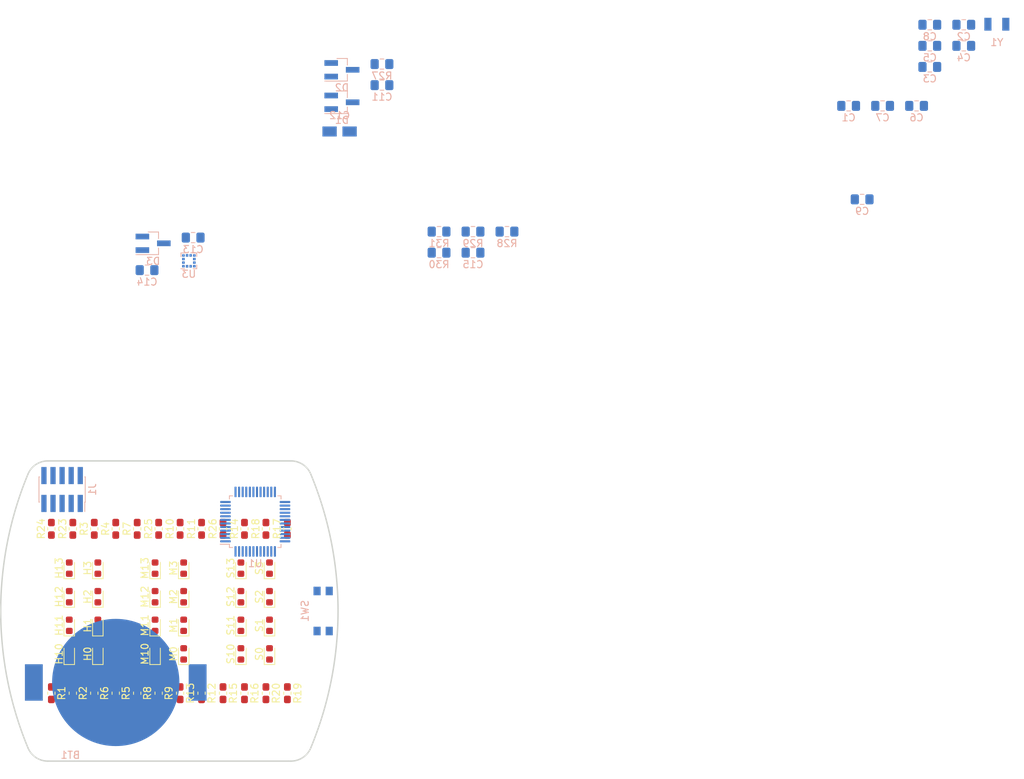
<source format=kicad_pcb>
(kicad_pcb (version 20171130) (host pcbnew "(5.1.4)-1")

  (general
    (thickness 1.6)
    (drawings 18)
    (tracks 0)
    (zones 0)
    (modules 76)
    (nets 77)
  )

  (page A4)
  (layers
    (0 F.Cu signal)
    (31 B.Cu signal)
    (32 B.Adhes user)
    (33 F.Adhes user)
    (34 B.Paste user)
    (35 F.Paste user)
    (36 B.SilkS user)
    (37 F.SilkS user)
    (38 B.Mask user)
    (39 F.Mask user)
    (40 Dwgs.User user)
    (41 Cmts.User user)
    (42 Eco1.User user)
    (43 Eco2.User user)
    (44 Edge.Cuts user)
    (45 Margin user)
    (46 B.CrtYd user)
    (47 F.CrtYd user)
    (48 B.Fab user)
    (49 F.Fab user hide)
  )

  (setup
    (last_trace_width 0.25)
    (trace_clearance 0.2)
    (zone_clearance 0.508)
    (zone_45_only no)
    (trace_min 0.2)
    (via_size 0.8)
    (via_drill 0.4)
    (via_min_size 0.4)
    (via_min_drill 0.3)
    (uvia_size 0.3)
    (uvia_drill 0.1)
    (uvias_allowed no)
    (uvia_min_size 0.2)
    (uvia_min_drill 0.1)
    (edge_width 0.05)
    (segment_width 0.2)
    (pcb_text_width 0.3)
    (pcb_text_size 1.5 1.5)
    (mod_edge_width 0.12)
    (mod_text_size 1 1)
    (mod_text_width 0.15)
    (pad_size 1.524 1.524)
    (pad_drill 0.762)
    (pad_to_mask_clearance 0.051)
    (solder_mask_min_width 0.25)
    (aux_axis_origin 0 0)
    (visible_elements 7FFFFFFF)
    (pcbplotparams
      (layerselection 0x010fc_ffffffff)
      (usegerberextensions false)
      (usegerberattributes false)
      (usegerberadvancedattributes false)
      (creategerberjobfile false)
      (excludeedgelayer true)
      (linewidth 0.100000)
      (plotframeref false)
      (viasonmask false)
      (mode 1)
      (useauxorigin false)
      (hpglpennumber 1)
      (hpglpenspeed 20)
      (hpglpendiameter 15.000000)
      (psnegative false)
      (psa4output false)
      (plotreference true)
      (plotvalue true)
      (plotinvisibletext false)
      (padsonsilk false)
      (subtractmaskfromsilk false)
      (outputformat 1)
      (mirror false)
      (drillshape 1)
      (scaleselection 1)
      (outputdirectory ""))
  )

  (net 0 "")
  (net 1 VDD)
  (net 2 GND)
  (net 3 "Net-(C1-Pad1)")
  (net 4 "Net-(C2-Pad1)")
  (net 5 /Debug/NRST)
  (net 6 /LED/LED_H_1_DIM)
  (net 7 /LED/LED_H_0_DIM)
  (net 8 /LED/LED_M_1_DIM)
  (net 9 /LED/LED_M_0_DIM)
  (net 10 /LED/LED_S_1_DIM)
  (net 11 /LED/LED_S_0_DIM)
  (net 12 /Debug/SWDIO)
  (net 13 /Debug/SWCLK)
  (net 14 "Net-(J1-Pad8)")
  (net 15 /LED/LED_H_11)
  (net 16 /LED/LED_H_10)
  (net 17 /LED/LED_H_03)
  (net 18 /LED/LED_H_02)
  (net 19 /LED/LED_H_01)
  (net 20 /LED/LED_H_00)
  (net 21 /LED/LED_M_12)
  (net 22 /LED/LED_M_11)
  (net 23 /LED/LED_M_10)
  (net 24 /LED/LED_M_03)
  (net 25 /LED/LED_M_02)
  (net 26 /LED/LED_M_01)
  (net 27 /LED/LED_M_00)
  (net 28 /LED/LED_S_12)
  (net 29 /LED/LED_S_11)
  (net 30 /LED/LED_S_10)
  (net 31 /LED/LED_S_03)
  (net 32 /LED/LED_S_02)
  (net 33 /LED/LED_S_01)
  (net 34 /LED/LED_S_00)
  (net 35 "Net-(U1-Pad44)")
  (net 36 "Net-(H10-Pad2)")
  (net 37 "Net-(H11-Pad2)")
  (net 38 "Net-(M10-Pad2)")
  (net 39 "Net-(M11-Pad2)")
  (net 40 "Net-(M12-Pad2)")
  (net 41 "Net-(R14-Pad1)")
  (net 42 "Net-(R15-Pad1)")
  (net 43 "Net-(R16-Pad1)")
  (net 44 "Net-(R17-Pad1)")
  (net 45 "Net-(R18-Pad1)")
  (net 46 "Net-(R19-Pad1)")
  (net 47 "Net-(R20-Pad1)")
  (net 48 "Net-(BT1-Pad1)")
  (net 49 "Net-(C12-Pad1)")
  (net 50 /MCU/WAKE)
  (net 51 "Net-(D1-Pad2)")
  (net 52 "Net-(D1-Pad1)")
  (net 53 "Net-(D3-Pad1)")
  (net 54 "Net-(D3-Pad2)")
  (net 55 /Accelerometer/WAKE_UP)
  (net 56 "Net-(H0-Pad2)")
  (net 57 "Net-(H1-Pad2)")
  (net 58 "Net-(H2-Pad2)")
  (net 59 "Net-(H3-Pad2)")
  (net 60 "Net-(H12-Pad2)")
  (net 61 "Net-(H13-Pad2)")
  (net 62 "Net-(J1-Pad6)")
  (net 63 "Net-(J1-Pad7)")
  (net 64 "Net-(M0-Pad2)")
  (net 65 "Net-(M1-Pad2)")
  (net 66 "Net-(M2-Pad2)")
  (net 67 "Net-(M3-Pad2)")
  (net 68 "Net-(M13-Pad2)")
  (net 69 /LED/LED_H_13)
  (net 70 /LED/LED_H_12)
  (net 71 /LED/LED_M_13)
  (net 72 "Net-(R26-Pad1)")
  (net 73 /LED/LED_S_13)
  (net 74 /MCU/ACC_SDA)
  (net 75 /MCU/ACC_SCL)
  (net 76 "Net-(U3-Pad5)")

  (net_class Default "This is the default net class."
    (clearance 0.2)
    (trace_width 0.25)
    (via_dia 0.8)
    (via_drill 0.4)
    (uvia_dia 0.3)
    (uvia_drill 0.1)
    (add_net /Accelerometer/WAKE_UP)
    (add_net /Debug/NRST)
    (add_net /Debug/SWCLK)
    (add_net /Debug/SWDIO)
    (add_net /LED/LED_H_00)
    (add_net /LED/LED_H_01)
    (add_net /LED/LED_H_02)
    (add_net /LED/LED_H_03)
    (add_net /LED/LED_H_0_DIM)
    (add_net /LED/LED_H_10)
    (add_net /LED/LED_H_11)
    (add_net /LED/LED_H_12)
    (add_net /LED/LED_H_13)
    (add_net /LED/LED_H_1_DIM)
    (add_net /LED/LED_M_00)
    (add_net /LED/LED_M_01)
    (add_net /LED/LED_M_02)
    (add_net /LED/LED_M_03)
    (add_net /LED/LED_M_0_DIM)
    (add_net /LED/LED_M_10)
    (add_net /LED/LED_M_11)
    (add_net /LED/LED_M_12)
    (add_net /LED/LED_M_13)
    (add_net /LED/LED_M_1_DIM)
    (add_net /LED/LED_S_00)
    (add_net /LED/LED_S_01)
    (add_net /LED/LED_S_02)
    (add_net /LED/LED_S_03)
    (add_net /LED/LED_S_0_DIM)
    (add_net /LED/LED_S_10)
    (add_net /LED/LED_S_11)
    (add_net /LED/LED_S_12)
    (add_net /LED/LED_S_13)
    (add_net /LED/LED_S_1_DIM)
    (add_net /MCU/ACC_SCL)
    (add_net /MCU/ACC_SDA)
    (add_net /MCU/WAKE)
    (add_net GND)
    (add_net "Net-(BT1-Pad1)")
    (add_net "Net-(C1-Pad1)")
    (add_net "Net-(C12-Pad1)")
    (add_net "Net-(C2-Pad1)")
    (add_net "Net-(D1-Pad1)")
    (add_net "Net-(D1-Pad2)")
    (add_net "Net-(D3-Pad1)")
    (add_net "Net-(D3-Pad2)")
    (add_net "Net-(H0-Pad2)")
    (add_net "Net-(H1-Pad2)")
    (add_net "Net-(H10-Pad2)")
    (add_net "Net-(H11-Pad2)")
    (add_net "Net-(H12-Pad2)")
    (add_net "Net-(H13-Pad2)")
    (add_net "Net-(H2-Pad2)")
    (add_net "Net-(H3-Pad2)")
    (add_net "Net-(J1-Pad6)")
    (add_net "Net-(J1-Pad7)")
    (add_net "Net-(J1-Pad8)")
    (add_net "Net-(M0-Pad2)")
    (add_net "Net-(M1-Pad2)")
    (add_net "Net-(M10-Pad2)")
    (add_net "Net-(M11-Pad2)")
    (add_net "Net-(M12-Pad2)")
    (add_net "Net-(M13-Pad2)")
    (add_net "Net-(M2-Pad2)")
    (add_net "Net-(M3-Pad2)")
    (add_net "Net-(R14-Pad1)")
    (add_net "Net-(R15-Pad1)")
    (add_net "Net-(R16-Pad1)")
    (add_net "Net-(R17-Pad1)")
    (add_net "Net-(R18-Pad1)")
    (add_net "Net-(R19-Pad1)")
    (add_net "Net-(R20-Pad1)")
    (add_net "Net-(R26-Pad1)")
    (add_net "Net-(U1-Pad44)")
    (add_net "Net-(U3-Pad5)")
    (add_net VDD)
  )

  (module Capacitor_SMD:C_0805_2012Metric_Pad1.15x1.40mm_HandSolder (layer B.Cu) (tedit 5B36C52B) (tstamp 5DC39BB1)
    (at 245.975001 35.325001)
    (descr "Capacitor SMD 0805 (2012 Metric), square (rectangular) end terminal, IPC_7351 nominal with elongated pad for handsoldering. (Body size source: https://docs.google.com/spreadsheets/d/1BsfQQcO9C6DZCsRaXUlFlo91Tg2WpOkGARC1WS5S8t0/edit?usp=sharing), generated with kicad-footprint-generator")
    (tags "capacitor handsolder")
    (path /5DC1DE5A/5DD57C71)
    (attr smd)
    (fp_text reference C1 (at 0 1.65) (layer B.SilkS)
      (effects (font (size 1 1) (thickness 0.15)) (justify mirror))
    )
    (fp_text value 12.5pF (at 0 -1.65) (layer B.Fab)
      (effects (font (size 1 1) (thickness 0.15)) (justify mirror))
    )
    (fp_line (start -1 -0.6) (end -1 0.6) (layer B.Fab) (width 0.1))
    (fp_line (start -1 0.6) (end 1 0.6) (layer B.Fab) (width 0.1))
    (fp_line (start 1 0.6) (end 1 -0.6) (layer B.Fab) (width 0.1))
    (fp_line (start 1 -0.6) (end -1 -0.6) (layer B.Fab) (width 0.1))
    (fp_line (start -0.261252 0.71) (end 0.261252 0.71) (layer B.SilkS) (width 0.12))
    (fp_line (start -0.261252 -0.71) (end 0.261252 -0.71) (layer B.SilkS) (width 0.12))
    (fp_line (start -1.85 -0.95) (end -1.85 0.95) (layer B.CrtYd) (width 0.05))
    (fp_line (start -1.85 0.95) (end 1.85 0.95) (layer B.CrtYd) (width 0.05))
    (fp_line (start 1.85 0.95) (end 1.85 -0.95) (layer B.CrtYd) (width 0.05))
    (fp_line (start 1.85 -0.95) (end -1.85 -0.95) (layer B.CrtYd) (width 0.05))
    (fp_text user %R (at 0 0) (layer B.Fab)
      (effects (font (size 0.5 0.5) (thickness 0.08)) (justify mirror))
    )
    (pad 1 smd roundrect (at -1.025 0) (size 1.15 1.4) (layers B.Cu B.Paste B.Mask) (roundrect_rratio 0.217391)
      (net 3 "Net-(C1-Pad1)"))
    (pad 2 smd roundrect (at 1.025 0) (size 1.15 1.4) (layers B.Cu B.Paste B.Mask) (roundrect_rratio 0.217391)
      (net 2 GND))
    (model ${KISYS3DMOD}/Capacitor_SMD.3dshapes/C_0805_2012Metric.wrl
      (at (xyz 0 0 0))
      (scale (xyz 1 1 1))
      (rotate (xyz 0 0 0))
    )
  )

  (module Capacitor_SMD:C_0805_2012Metric_Pad1.15x1.40mm_HandSolder (layer B.Cu) (tedit 5B36C52B) (tstamp 5DC39BC2)
    (at 262.075001 23.975001)
    (descr "Capacitor SMD 0805 (2012 Metric), square (rectangular) end terminal, IPC_7351 nominal with elongated pad for handsoldering. (Body size source: https://docs.google.com/spreadsheets/d/1BsfQQcO9C6DZCsRaXUlFlo91Tg2WpOkGARC1WS5S8t0/edit?usp=sharing), generated with kicad-footprint-generator")
    (tags "capacitor handsolder")
    (path /5DC1DE5A/5DD58587)
    (attr smd)
    (fp_text reference C2 (at 0 1.65) (layer B.SilkS)
      (effects (font (size 1 1) (thickness 0.15)) (justify mirror))
    )
    (fp_text value 12.5pF (at 0 -1.65) (layer B.Fab)
      (effects (font (size 1 1) (thickness 0.15)) (justify mirror))
    )
    (fp_line (start -1 -0.6) (end -1 0.6) (layer B.Fab) (width 0.1))
    (fp_line (start -1 0.6) (end 1 0.6) (layer B.Fab) (width 0.1))
    (fp_line (start 1 0.6) (end 1 -0.6) (layer B.Fab) (width 0.1))
    (fp_line (start 1 -0.6) (end -1 -0.6) (layer B.Fab) (width 0.1))
    (fp_line (start -0.261252 0.71) (end 0.261252 0.71) (layer B.SilkS) (width 0.12))
    (fp_line (start -0.261252 -0.71) (end 0.261252 -0.71) (layer B.SilkS) (width 0.12))
    (fp_line (start -1.85 -0.95) (end -1.85 0.95) (layer B.CrtYd) (width 0.05))
    (fp_line (start -1.85 0.95) (end 1.85 0.95) (layer B.CrtYd) (width 0.05))
    (fp_line (start 1.85 0.95) (end 1.85 -0.95) (layer B.CrtYd) (width 0.05))
    (fp_line (start 1.85 -0.95) (end -1.85 -0.95) (layer B.CrtYd) (width 0.05))
    (fp_text user %R (at 0 0) (layer B.Fab)
      (effects (font (size 0.5 0.5) (thickness 0.08)) (justify mirror))
    )
    (pad 1 smd roundrect (at -1.025 0) (size 1.15 1.4) (layers B.Cu B.Paste B.Mask) (roundrect_rratio 0.217391)
      (net 4 "Net-(C2-Pad1)"))
    (pad 2 smd roundrect (at 1.025 0) (size 1.15 1.4) (layers B.Cu B.Paste B.Mask) (roundrect_rratio 0.217391)
      (net 2 GND))
    (model ${KISYS3DMOD}/Capacitor_SMD.3dshapes/C_0805_2012Metric.wrl
      (at (xyz 0 0 0))
      (scale (xyz 1 1 1))
      (rotate (xyz 0 0 0))
    )
  )

  (module Capacitor_SMD:C_0805_2012Metric_Pad1.15x1.40mm_HandSolder (layer B.Cu) (tedit 5B36C52B) (tstamp 5DC39BD3)
    (at 257.325001 29.875001)
    (descr "Capacitor SMD 0805 (2012 Metric), square (rectangular) end terminal, IPC_7351 nominal with elongated pad for handsoldering. (Body size source: https://docs.google.com/spreadsheets/d/1BsfQQcO9C6DZCsRaXUlFlo91Tg2WpOkGARC1WS5S8t0/edit?usp=sharing), generated with kicad-footprint-generator")
    (tags "capacitor handsolder")
    (path /5DC1DE5A/5DD7D182)
    (attr smd)
    (fp_text reference C3 (at 0 1.65) (layer B.SilkS)
      (effects (font (size 1 1) (thickness 0.15)) (justify mirror))
    )
    (fp_text value "10uF 10V" (at 0 -1.65) (layer B.Fab)
      (effects (font (size 1 1) (thickness 0.15)) (justify mirror))
    )
    (fp_text user %R (at 0 0) (layer B.Fab)
      (effects (font (size 0.5 0.5) (thickness 0.08)) (justify mirror))
    )
    (fp_line (start 1.85 -0.95) (end -1.85 -0.95) (layer B.CrtYd) (width 0.05))
    (fp_line (start 1.85 0.95) (end 1.85 -0.95) (layer B.CrtYd) (width 0.05))
    (fp_line (start -1.85 0.95) (end 1.85 0.95) (layer B.CrtYd) (width 0.05))
    (fp_line (start -1.85 -0.95) (end -1.85 0.95) (layer B.CrtYd) (width 0.05))
    (fp_line (start -0.261252 -0.71) (end 0.261252 -0.71) (layer B.SilkS) (width 0.12))
    (fp_line (start -0.261252 0.71) (end 0.261252 0.71) (layer B.SilkS) (width 0.12))
    (fp_line (start 1 -0.6) (end -1 -0.6) (layer B.Fab) (width 0.1))
    (fp_line (start 1 0.6) (end 1 -0.6) (layer B.Fab) (width 0.1))
    (fp_line (start -1 0.6) (end 1 0.6) (layer B.Fab) (width 0.1))
    (fp_line (start -1 -0.6) (end -1 0.6) (layer B.Fab) (width 0.1))
    (pad 2 smd roundrect (at 1.025 0) (size 1.15 1.4) (layers B.Cu B.Paste B.Mask) (roundrect_rratio 0.217391)
      (net 2 GND))
    (pad 1 smd roundrect (at -1.025 0) (size 1.15 1.4) (layers B.Cu B.Paste B.Mask) (roundrect_rratio 0.217391)
      (net 1 VDD))
    (model ${KISYS3DMOD}/Capacitor_SMD.3dshapes/C_0805_2012Metric.wrl
      (at (xyz 0 0 0))
      (scale (xyz 1 1 1))
      (rotate (xyz 0 0 0))
    )
  )

  (module Capacitor_SMD:C_0805_2012Metric_Pad1.15x1.40mm_HandSolder (layer B.Cu) (tedit 5B36C52B) (tstamp 5DC39BE4)
    (at 262.075001 26.925001)
    (descr "Capacitor SMD 0805 (2012 Metric), square (rectangular) end terminal, IPC_7351 nominal with elongated pad for handsoldering. (Body size source: https://docs.google.com/spreadsheets/d/1BsfQQcO9C6DZCsRaXUlFlo91Tg2WpOkGARC1WS5S8t0/edit?usp=sharing), generated with kicad-footprint-generator")
    (tags "capacitor handsolder")
    (path /5DC1DE5A/5DD7CFCA)
    (attr smd)
    (fp_text reference C4 (at 0 1.65) (layer B.SilkS)
      (effects (font (size 1 1) (thickness 0.15)) (justify mirror))
    )
    (fp_text value 100nF (at 0 -1.65) (layer B.Fab)
      (effects (font (size 1 1) (thickness 0.15)) (justify mirror))
    )
    (fp_line (start -1 -0.6) (end -1 0.6) (layer B.Fab) (width 0.1))
    (fp_line (start -1 0.6) (end 1 0.6) (layer B.Fab) (width 0.1))
    (fp_line (start 1 0.6) (end 1 -0.6) (layer B.Fab) (width 0.1))
    (fp_line (start 1 -0.6) (end -1 -0.6) (layer B.Fab) (width 0.1))
    (fp_line (start -0.261252 0.71) (end 0.261252 0.71) (layer B.SilkS) (width 0.12))
    (fp_line (start -0.261252 -0.71) (end 0.261252 -0.71) (layer B.SilkS) (width 0.12))
    (fp_line (start -1.85 -0.95) (end -1.85 0.95) (layer B.CrtYd) (width 0.05))
    (fp_line (start -1.85 0.95) (end 1.85 0.95) (layer B.CrtYd) (width 0.05))
    (fp_line (start 1.85 0.95) (end 1.85 -0.95) (layer B.CrtYd) (width 0.05))
    (fp_line (start 1.85 -0.95) (end -1.85 -0.95) (layer B.CrtYd) (width 0.05))
    (fp_text user %R (at 0 0) (layer B.Fab)
      (effects (font (size 0.5 0.5) (thickness 0.08)) (justify mirror))
    )
    (pad 1 smd roundrect (at -1.025 0) (size 1.15 1.4) (layers B.Cu B.Paste B.Mask) (roundrect_rratio 0.217391)
      (net 1 VDD))
    (pad 2 smd roundrect (at 1.025 0) (size 1.15 1.4) (layers B.Cu B.Paste B.Mask) (roundrect_rratio 0.217391)
      (net 2 GND))
    (model ${KISYS3DMOD}/Capacitor_SMD.3dshapes/C_0805_2012Metric.wrl
      (at (xyz 0 0 0))
      (scale (xyz 1 1 1))
      (rotate (xyz 0 0 0))
    )
  )

  (module Capacitor_SMD:C_0805_2012Metric_Pad1.15x1.40mm_HandSolder (layer B.Cu) (tedit 5B36C52B) (tstamp 5DC39BF5)
    (at 257.325001 26.925001)
    (descr "Capacitor SMD 0805 (2012 Metric), square (rectangular) end terminal, IPC_7351 nominal with elongated pad for handsoldering. (Body size source: https://docs.google.com/spreadsheets/d/1BsfQQcO9C6DZCsRaXUlFlo91Tg2WpOkGARC1WS5S8t0/edit?usp=sharing), generated with kicad-footprint-generator")
    (tags "capacitor handsolder")
    (path /5DC1DE5A/5DD84328)
    (attr smd)
    (fp_text reference C5 (at 0 1.65) (layer B.SilkS)
      (effects (font (size 1 1) (thickness 0.15)) (justify mirror))
    )
    (fp_text value 100nF (at 0 -1.65) (layer B.Fab)
      (effects (font (size 1 1) (thickness 0.15)) (justify mirror))
    )
    (fp_text user %R (at 0 0) (layer B.Fab)
      (effects (font (size 0.5 0.5) (thickness 0.08)) (justify mirror))
    )
    (fp_line (start 1.85 -0.95) (end -1.85 -0.95) (layer B.CrtYd) (width 0.05))
    (fp_line (start 1.85 0.95) (end 1.85 -0.95) (layer B.CrtYd) (width 0.05))
    (fp_line (start -1.85 0.95) (end 1.85 0.95) (layer B.CrtYd) (width 0.05))
    (fp_line (start -1.85 -0.95) (end -1.85 0.95) (layer B.CrtYd) (width 0.05))
    (fp_line (start -0.261252 -0.71) (end 0.261252 -0.71) (layer B.SilkS) (width 0.12))
    (fp_line (start -0.261252 0.71) (end 0.261252 0.71) (layer B.SilkS) (width 0.12))
    (fp_line (start 1 -0.6) (end -1 -0.6) (layer B.Fab) (width 0.1))
    (fp_line (start 1 0.6) (end 1 -0.6) (layer B.Fab) (width 0.1))
    (fp_line (start -1 0.6) (end 1 0.6) (layer B.Fab) (width 0.1))
    (fp_line (start -1 -0.6) (end -1 0.6) (layer B.Fab) (width 0.1))
    (pad 2 smd roundrect (at 1.025 0) (size 1.15 1.4) (layers B.Cu B.Paste B.Mask) (roundrect_rratio 0.217391)
      (net 2 GND))
    (pad 1 smd roundrect (at -1.025 0) (size 1.15 1.4) (layers B.Cu B.Paste B.Mask) (roundrect_rratio 0.217391)
      (net 1 VDD))
    (model ${KISYS3DMOD}/Capacitor_SMD.3dshapes/C_0805_2012Metric.wrl
      (at (xyz 0 0 0))
      (scale (xyz 1 1 1))
      (rotate (xyz 0 0 0))
    )
  )

  (module Capacitor_SMD:C_0805_2012Metric_Pad1.15x1.40mm_HandSolder (layer B.Cu) (tedit 5B36C52B) (tstamp 5DC39C06)
    (at 255.475001 35.325001)
    (descr "Capacitor SMD 0805 (2012 Metric), square (rectangular) end terminal, IPC_7351 nominal with elongated pad for handsoldering. (Body size source: https://docs.google.com/spreadsheets/d/1BsfQQcO9C6DZCsRaXUlFlo91Tg2WpOkGARC1WS5S8t0/edit?usp=sharing), generated with kicad-footprint-generator")
    (tags "capacitor handsolder")
    (path /5DC1DE5A/5DD86DA0)
    (attr smd)
    (fp_text reference C6 (at 0 1.65) (layer B.SilkS)
      (effects (font (size 1 1) (thickness 0.15)) (justify mirror))
    )
    (fp_text value 100nF (at 0 -1.65) (layer B.Fab)
      (effects (font (size 1 1) (thickness 0.15)) (justify mirror))
    )
    (fp_text user %R (at 0 0) (layer B.Fab)
      (effects (font (size 0.5 0.5) (thickness 0.08)) (justify mirror))
    )
    (fp_line (start 1.85 -0.95) (end -1.85 -0.95) (layer B.CrtYd) (width 0.05))
    (fp_line (start 1.85 0.95) (end 1.85 -0.95) (layer B.CrtYd) (width 0.05))
    (fp_line (start -1.85 0.95) (end 1.85 0.95) (layer B.CrtYd) (width 0.05))
    (fp_line (start -1.85 -0.95) (end -1.85 0.95) (layer B.CrtYd) (width 0.05))
    (fp_line (start -0.261252 -0.71) (end 0.261252 -0.71) (layer B.SilkS) (width 0.12))
    (fp_line (start -0.261252 0.71) (end 0.261252 0.71) (layer B.SilkS) (width 0.12))
    (fp_line (start 1 -0.6) (end -1 -0.6) (layer B.Fab) (width 0.1))
    (fp_line (start 1 0.6) (end 1 -0.6) (layer B.Fab) (width 0.1))
    (fp_line (start -1 0.6) (end 1 0.6) (layer B.Fab) (width 0.1))
    (fp_line (start -1 -0.6) (end -1 0.6) (layer B.Fab) (width 0.1))
    (pad 2 smd roundrect (at 1.025 0) (size 1.15 1.4) (layers B.Cu B.Paste B.Mask) (roundrect_rratio 0.217391)
      (net 2 GND))
    (pad 1 smd roundrect (at -1.025 0) (size 1.15 1.4) (layers B.Cu B.Paste B.Mask) (roundrect_rratio 0.217391)
      (net 1 VDD))
    (model ${KISYS3DMOD}/Capacitor_SMD.3dshapes/C_0805_2012Metric.wrl
      (at (xyz 0 0 0))
      (scale (xyz 1 1 1))
      (rotate (xyz 0 0 0))
    )
  )

  (module Capacitor_SMD:C_0805_2012Metric_Pad1.15x1.40mm_HandSolder (layer B.Cu) (tedit 5B36C52B) (tstamp 5DC39C17)
    (at 250.725001 35.325001)
    (descr "Capacitor SMD 0805 (2012 Metric), square (rectangular) end terminal, IPC_7351 nominal with elongated pad for handsoldering. (Body size source: https://docs.google.com/spreadsheets/d/1BsfQQcO9C6DZCsRaXUlFlo91Tg2WpOkGARC1WS5S8t0/edit?usp=sharing), generated with kicad-footprint-generator")
    (tags "capacitor handsolder")
    (path /5DC1DE5A/5DD86DC0)
    (attr smd)
    (fp_text reference C7 (at 0 1.65) (layer B.SilkS)
      (effects (font (size 1 1) (thickness 0.15)) (justify mirror))
    )
    (fp_text value 100nF (at 0 -1.65) (layer B.Fab)
      (effects (font (size 1 1) (thickness 0.15)) (justify mirror))
    )
    (fp_line (start -1 -0.6) (end -1 0.6) (layer B.Fab) (width 0.1))
    (fp_line (start -1 0.6) (end 1 0.6) (layer B.Fab) (width 0.1))
    (fp_line (start 1 0.6) (end 1 -0.6) (layer B.Fab) (width 0.1))
    (fp_line (start 1 -0.6) (end -1 -0.6) (layer B.Fab) (width 0.1))
    (fp_line (start -0.261252 0.71) (end 0.261252 0.71) (layer B.SilkS) (width 0.12))
    (fp_line (start -0.261252 -0.71) (end 0.261252 -0.71) (layer B.SilkS) (width 0.12))
    (fp_line (start -1.85 -0.95) (end -1.85 0.95) (layer B.CrtYd) (width 0.05))
    (fp_line (start -1.85 0.95) (end 1.85 0.95) (layer B.CrtYd) (width 0.05))
    (fp_line (start 1.85 0.95) (end 1.85 -0.95) (layer B.CrtYd) (width 0.05))
    (fp_line (start 1.85 -0.95) (end -1.85 -0.95) (layer B.CrtYd) (width 0.05))
    (fp_text user %R (at 0 0) (layer B.Fab)
      (effects (font (size 0.5 0.5) (thickness 0.08)) (justify mirror))
    )
    (pad 1 smd roundrect (at -1.025 0) (size 1.15 1.4) (layers B.Cu B.Paste B.Mask) (roundrect_rratio 0.217391)
      (net 1 VDD))
    (pad 2 smd roundrect (at 1.025 0) (size 1.15 1.4) (layers B.Cu B.Paste B.Mask) (roundrect_rratio 0.217391)
      (net 2 GND))
    (model ${KISYS3DMOD}/Capacitor_SMD.3dshapes/C_0805_2012Metric.wrl
      (at (xyz 0 0 0))
      (scale (xyz 1 1 1))
      (rotate (xyz 0 0 0))
    )
  )

  (module Capacitor_SMD:C_0805_2012Metric_Pad1.15x1.40mm_HandSolder (layer B.Cu) (tedit 5B36C52B) (tstamp 5DC39C28)
    (at 257.325001 23.975001)
    (descr "Capacitor SMD 0805 (2012 Metric), square (rectangular) end terminal, IPC_7351 nominal with elongated pad for handsoldering. (Body size source: https://docs.google.com/spreadsheets/d/1BsfQQcO9C6DZCsRaXUlFlo91Tg2WpOkGARC1WS5S8t0/edit?usp=sharing), generated with kicad-footprint-generator")
    (tags "capacitor handsolder")
    (path /5DC1DE5A/5DD8D04F)
    (attr smd)
    (fp_text reference C8 (at 0 1.65) (layer B.SilkS)
      (effects (font (size 1 1) (thickness 0.15)) (justify mirror))
    )
    (fp_text value 100nF (at 0 -1.65) (layer B.Fab)
      (effects (font (size 1 1) (thickness 0.15)) (justify mirror))
    )
    (fp_text user %R (at 0 0) (layer B.Fab)
      (effects (font (size 0.5 0.5) (thickness 0.08)) (justify mirror))
    )
    (fp_line (start 1.85 -0.95) (end -1.85 -0.95) (layer B.CrtYd) (width 0.05))
    (fp_line (start 1.85 0.95) (end 1.85 -0.95) (layer B.CrtYd) (width 0.05))
    (fp_line (start -1.85 0.95) (end 1.85 0.95) (layer B.CrtYd) (width 0.05))
    (fp_line (start -1.85 -0.95) (end -1.85 0.95) (layer B.CrtYd) (width 0.05))
    (fp_line (start -0.261252 -0.71) (end 0.261252 -0.71) (layer B.SilkS) (width 0.12))
    (fp_line (start -0.261252 0.71) (end 0.261252 0.71) (layer B.SilkS) (width 0.12))
    (fp_line (start 1 -0.6) (end -1 -0.6) (layer B.Fab) (width 0.1))
    (fp_line (start 1 0.6) (end 1 -0.6) (layer B.Fab) (width 0.1))
    (fp_line (start -1 0.6) (end 1 0.6) (layer B.Fab) (width 0.1))
    (fp_line (start -1 -0.6) (end -1 0.6) (layer B.Fab) (width 0.1))
    (pad 2 smd roundrect (at 1.025 0) (size 1.15 1.4) (layers B.Cu B.Paste B.Mask) (roundrect_rratio 0.217391)
      (net 2 GND))
    (pad 1 smd roundrect (at -1.025 0) (size 1.15 1.4) (layers B.Cu B.Paste B.Mask) (roundrect_rratio 0.217391)
      (net 1 VDD))
    (model ${KISYS3DMOD}/Capacitor_SMD.3dshapes/C_0805_2012Metric.wrl
      (at (xyz 0 0 0))
      (scale (xyz 1 1 1))
      (rotate (xyz 0 0 0))
    )
  )

  (module Capacitor_SMD:C_0805_2012Metric_Pad1.15x1.40mm_HandSolder (layer B.Cu) (tedit 5B36C52B) (tstamp 5DC39C39)
    (at 247.865001 48.405001)
    (descr "Capacitor SMD 0805 (2012 Metric), square (rectangular) end terminal, IPC_7351 nominal with elongated pad for handsoldering. (Body size source: https://docs.google.com/spreadsheets/d/1BsfQQcO9C6DZCsRaXUlFlo91Tg2WpOkGARC1WS5S8t0/edit?usp=sharing), generated with kicad-footprint-generator")
    (tags "capacitor handsolder")
    (path /5DD47181/5DD5BD82)
    (attr smd)
    (fp_text reference C9 (at 0 1.65) (layer B.SilkS)
      (effects (font (size 1 1) (thickness 0.15)) (justify mirror))
    )
    (fp_text value 100nF (at 0 -1.65) (layer B.Fab)
      (effects (font (size 1 1) (thickness 0.15)) (justify mirror))
    )
    (fp_text user %R (at 0 0) (layer B.Fab)
      (effects (font (size 0.5 0.5) (thickness 0.08)) (justify mirror))
    )
    (fp_line (start 1.85 -0.95) (end -1.85 -0.95) (layer B.CrtYd) (width 0.05))
    (fp_line (start 1.85 0.95) (end 1.85 -0.95) (layer B.CrtYd) (width 0.05))
    (fp_line (start -1.85 0.95) (end 1.85 0.95) (layer B.CrtYd) (width 0.05))
    (fp_line (start -1.85 -0.95) (end -1.85 0.95) (layer B.CrtYd) (width 0.05))
    (fp_line (start -0.261252 -0.71) (end 0.261252 -0.71) (layer B.SilkS) (width 0.12))
    (fp_line (start -0.261252 0.71) (end 0.261252 0.71) (layer B.SilkS) (width 0.12))
    (fp_line (start 1 -0.6) (end -1 -0.6) (layer B.Fab) (width 0.1))
    (fp_line (start 1 0.6) (end 1 -0.6) (layer B.Fab) (width 0.1))
    (fp_line (start -1 0.6) (end 1 0.6) (layer B.Fab) (width 0.1))
    (fp_line (start -1 -0.6) (end -1 0.6) (layer B.Fab) (width 0.1))
    (pad 2 smd roundrect (at 1.025 0) (size 1.15 1.4) (layers B.Cu B.Paste B.Mask) (roundrect_rratio 0.217391)
      (net 2 GND))
    (pad 1 smd roundrect (at -1.025 0) (size 1.15 1.4) (layers B.Cu B.Paste B.Mask) (roundrect_rratio 0.217391)
      (net 5 /Debug/NRST))
    (model ${KISYS3DMOD}/Capacitor_SMD.3dshapes/C_0805_2012Metric.wrl
      (at (xyz 0 0 0))
      (scale (xyz 1 1 1))
      (rotate (xyz 0 0 0))
    )
  )

  (module LED_SMD:LED_0603_1608Metric (layer F.Cu) (tedit 5B301BBE) (tstamp 5DC39C5D)
    (at 137 108 90)
    (descr "LED SMD 0603 (1608 Metric), square (rectangular) end terminal, IPC_7351 nominal, (Body size source: http://www.tortai-tech.com/upload/download/2011102023233369053.pdf), generated with kicad-footprint-generator")
    (tags diode)
    (path /5DC1F34A/5DC1F508)
    (attr smd)
    (fp_text reference H11 (at 0 -1.43 90) (layer F.SilkS)
      (effects (font (size 1 1) (thickness 0.15)))
    )
    (fp_text value LED (at 0 1.43 90) (layer F.Fab)
      (effects (font (size 1 1) (thickness 0.15)))
    )
    (fp_line (start 0.8 -0.4) (end -0.5 -0.4) (layer F.Fab) (width 0.1))
    (fp_line (start -0.5 -0.4) (end -0.8 -0.1) (layer F.Fab) (width 0.1))
    (fp_line (start -0.8 -0.1) (end -0.8 0.4) (layer F.Fab) (width 0.1))
    (fp_line (start -0.8 0.4) (end 0.8 0.4) (layer F.Fab) (width 0.1))
    (fp_line (start 0.8 0.4) (end 0.8 -0.4) (layer F.Fab) (width 0.1))
    (fp_line (start 0.8 -0.735) (end -1.485 -0.735) (layer F.SilkS) (width 0.12))
    (fp_line (start -1.485 -0.735) (end -1.485 0.735) (layer F.SilkS) (width 0.12))
    (fp_line (start -1.485 0.735) (end 0.8 0.735) (layer F.SilkS) (width 0.12))
    (fp_line (start -1.48 0.73) (end -1.48 -0.73) (layer F.CrtYd) (width 0.05))
    (fp_line (start -1.48 -0.73) (end 1.48 -0.73) (layer F.CrtYd) (width 0.05))
    (fp_line (start 1.48 -0.73) (end 1.48 0.73) (layer F.CrtYd) (width 0.05))
    (fp_line (start 1.48 0.73) (end -1.48 0.73) (layer F.CrtYd) (width 0.05))
    (fp_text user %R (at 0 0 90) (layer F.Fab)
      (effects (font (size 0.4 0.4) (thickness 0.06)))
    )
    (pad 1 smd roundrect (at -0.7875 0 90) (size 0.875 0.95) (layers F.Cu F.Paste F.Mask) (roundrect_rratio 0.25)
      (net 6 /LED/LED_H_1_DIM))
    (pad 2 smd roundrect (at 0.7875 0 90) (size 0.875 0.95) (layers F.Cu F.Paste F.Mask) (roundrect_rratio 0.25)
      (net 37 "Net-(H11-Pad2)"))
    (model ${KISYS3DMOD}/LED_SMD.3dshapes/LED_0603_1608Metric.wrl
      (at (xyz 0 0 0))
      (scale (xyz 1 1 1))
      (rotate (xyz 0 0 0))
    )
  )

  (module LED_SMD:LED_0603_1608Metric (layer F.Cu) (tedit 5B301BBE) (tstamp 5DC39C70)
    (at 137 112 90)
    (descr "LED SMD 0603 (1608 Metric), square (rectangular) end terminal, IPC_7351 nominal, (Body size source: http://www.tortai-tech.com/upload/download/2011102023233369053.pdf), generated with kicad-footprint-generator")
    (tags diode)
    (path /5DC1F34A/5DC235B8)
    (attr smd)
    (fp_text reference H10 (at 0 -1.43 90) (layer F.SilkS)
      (effects (font (size 1 1) (thickness 0.15)))
    )
    (fp_text value LED (at 0 1.43 90) (layer F.Fab)
      (effects (font (size 1 1) (thickness 0.15)))
    )
    (fp_line (start 0.8 -0.4) (end -0.5 -0.4) (layer F.Fab) (width 0.1))
    (fp_line (start -0.5 -0.4) (end -0.8 -0.1) (layer F.Fab) (width 0.1))
    (fp_line (start -0.8 -0.1) (end -0.8 0.4) (layer F.Fab) (width 0.1))
    (fp_line (start -0.8 0.4) (end 0.8 0.4) (layer F.Fab) (width 0.1))
    (fp_line (start 0.8 0.4) (end 0.8 -0.4) (layer F.Fab) (width 0.1))
    (fp_line (start 0.8 -0.735) (end -1.485 -0.735) (layer F.SilkS) (width 0.12))
    (fp_line (start -1.485 -0.735) (end -1.485 0.735) (layer F.SilkS) (width 0.12))
    (fp_line (start -1.485 0.735) (end 0.8 0.735) (layer F.SilkS) (width 0.12))
    (fp_line (start -1.48 0.73) (end -1.48 -0.73) (layer F.CrtYd) (width 0.05))
    (fp_line (start -1.48 -0.73) (end 1.48 -0.73) (layer F.CrtYd) (width 0.05))
    (fp_line (start 1.48 -0.73) (end 1.48 0.73) (layer F.CrtYd) (width 0.05))
    (fp_line (start 1.48 0.73) (end -1.48 0.73) (layer F.CrtYd) (width 0.05))
    (fp_text user %R (at 0 0 90) (layer F.Fab)
      (effects (font (size 0.4 0.4) (thickness 0.06)))
    )
    (pad 1 smd roundrect (at -0.7875 0 90) (size 0.875 0.95) (layers F.Cu F.Paste F.Mask) (roundrect_rratio 0.25)
      (net 6 /LED/LED_H_1_DIM))
    (pad 2 smd roundrect (at 0.7875 0 90) (size 0.875 0.95) (layers F.Cu F.Paste F.Mask) (roundrect_rratio 0.25)
      (net 36 "Net-(H10-Pad2)"))
    (model ${KISYS3DMOD}/LED_SMD.3dshapes/LED_0603_1608Metric.wrl
      (at (xyz 0 0 0))
      (scale (xyz 1 1 1))
      (rotate (xyz 0 0 0))
    )
  )

  (module LED_SMD:LED_0603_1608Metric (layer F.Cu) (tedit 5B301BBE) (tstamp 5DC39C83)
    (at 141 100 90)
    (descr "LED SMD 0603 (1608 Metric), square (rectangular) end terminal, IPC_7351 nominal, (Body size source: http://www.tortai-tech.com/upload/download/2011102023233369053.pdf), generated with kicad-footprint-generator")
    (tags diode)
    (path /5DC1F34A/5DC38FA0)
    (attr smd)
    (fp_text reference H3 (at 0 -1.43 90) (layer F.SilkS)
      (effects (font (size 1 1) (thickness 0.15)))
    )
    (fp_text value LED (at 0 1.43 90) (layer F.Fab)
      (effects (font (size 1 1) (thickness 0.15)))
    )
    (fp_text user %R (at 0 0 90) (layer F.Fab)
      (effects (font (size 0.4 0.4) (thickness 0.06)))
    )
    (fp_line (start 1.48 0.73) (end -1.48 0.73) (layer F.CrtYd) (width 0.05))
    (fp_line (start 1.48 -0.73) (end 1.48 0.73) (layer F.CrtYd) (width 0.05))
    (fp_line (start -1.48 -0.73) (end 1.48 -0.73) (layer F.CrtYd) (width 0.05))
    (fp_line (start -1.48 0.73) (end -1.48 -0.73) (layer F.CrtYd) (width 0.05))
    (fp_line (start -1.485 0.735) (end 0.8 0.735) (layer F.SilkS) (width 0.12))
    (fp_line (start -1.485 -0.735) (end -1.485 0.735) (layer F.SilkS) (width 0.12))
    (fp_line (start 0.8 -0.735) (end -1.485 -0.735) (layer F.SilkS) (width 0.12))
    (fp_line (start 0.8 0.4) (end 0.8 -0.4) (layer F.Fab) (width 0.1))
    (fp_line (start -0.8 0.4) (end 0.8 0.4) (layer F.Fab) (width 0.1))
    (fp_line (start -0.8 -0.1) (end -0.8 0.4) (layer F.Fab) (width 0.1))
    (fp_line (start -0.5 -0.4) (end -0.8 -0.1) (layer F.Fab) (width 0.1))
    (fp_line (start 0.8 -0.4) (end -0.5 -0.4) (layer F.Fab) (width 0.1))
    (pad 2 smd roundrect (at 0.7875 0 90) (size 0.875 0.95) (layers F.Cu F.Paste F.Mask) (roundrect_rratio 0.25)
      (net 59 "Net-(H3-Pad2)"))
    (pad 1 smd roundrect (at -0.7875 0 90) (size 0.875 0.95) (layers F.Cu F.Paste F.Mask) (roundrect_rratio 0.25)
      (net 7 /LED/LED_H_0_DIM))
    (model ${KISYS3DMOD}/LED_SMD.3dshapes/LED_0603_1608Metric.wrl
      (at (xyz 0 0 0))
      (scale (xyz 1 1 1))
      (rotate (xyz 0 0 0))
    )
  )

  (module LED_SMD:LED_0603_1608Metric (layer F.Cu) (tedit 5B301BBE) (tstamp 5DC39C96)
    (at 141 104 90)
    (descr "LED SMD 0603 (1608 Metric), square (rectangular) end terminal, IPC_7351 nominal, (Body size source: http://www.tortai-tech.com/upload/download/2011102023233369053.pdf), generated with kicad-footprint-generator")
    (tags diode)
    (path /5DC1F34A/5DC38FB4)
    (attr smd)
    (fp_text reference H2 (at 0 -1.43 90) (layer F.SilkS)
      (effects (font (size 1 1) (thickness 0.15)))
    )
    (fp_text value LED (at 0 1.43 90) (layer F.Fab)
      (effects (font (size 1 1) (thickness 0.15)))
    )
    (fp_text user %R (at 0 0 90) (layer F.Fab)
      (effects (font (size 0.4 0.4) (thickness 0.06)))
    )
    (fp_line (start 1.48 0.73) (end -1.48 0.73) (layer F.CrtYd) (width 0.05))
    (fp_line (start 1.48 -0.73) (end 1.48 0.73) (layer F.CrtYd) (width 0.05))
    (fp_line (start -1.48 -0.73) (end 1.48 -0.73) (layer F.CrtYd) (width 0.05))
    (fp_line (start -1.48 0.73) (end -1.48 -0.73) (layer F.CrtYd) (width 0.05))
    (fp_line (start -1.485 0.735) (end 0.8 0.735) (layer F.SilkS) (width 0.12))
    (fp_line (start -1.485 -0.735) (end -1.485 0.735) (layer F.SilkS) (width 0.12))
    (fp_line (start 0.8 -0.735) (end -1.485 -0.735) (layer F.SilkS) (width 0.12))
    (fp_line (start 0.8 0.4) (end 0.8 -0.4) (layer F.Fab) (width 0.1))
    (fp_line (start -0.8 0.4) (end 0.8 0.4) (layer F.Fab) (width 0.1))
    (fp_line (start -0.8 -0.1) (end -0.8 0.4) (layer F.Fab) (width 0.1))
    (fp_line (start -0.5 -0.4) (end -0.8 -0.1) (layer F.Fab) (width 0.1))
    (fp_line (start 0.8 -0.4) (end -0.5 -0.4) (layer F.Fab) (width 0.1))
    (pad 2 smd roundrect (at 0.7875 0 90) (size 0.875 0.95) (layers F.Cu F.Paste F.Mask) (roundrect_rratio 0.25)
      (net 58 "Net-(H2-Pad2)"))
    (pad 1 smd roundrect (at -0.7875 0 90) (size 0.875 0.95) (layers F.Cu F.Paste F.Mask) (roundrect_rratio 0.25)
      (net 7 /LED/LED_H_0_DIM))
    (model ${KISYS3DMOD}/LED_SMD.3dshapes/LED_0603_1608Metric.wrl
      (at (xyz 0 0 0))
      (scale (xyz 1 1 1))
      (rotate (xyz 0 0 0))
    )
  )

  (module LED_SMD:LED_0603_1608Metric (layer F.Cu) (tedit 5B301BBE) (tstamp 5DC3A94A)
    (at 141 108 90)
    (descr "LED SMD 0603 (1608 Metric), square (rectangular) end terminal, IPC_7351 nominal, (Body size source: http://www.tortai-tech.com/upload/download/2011102023233369053.pdf), generated with kicad-footprint-generator")
    (tags diode)
    (path /5DC1F34A/5DC2A1A5)
    (attr smd)
    (fp_text reference H1 (at 0 -1.43 90) (layer F.SilkS)
      (effects (font (size 1 1) (thickness 0.15)))
    )
    (fp_text value LED (at 0 1.43 90) (layer F.Fab)
      (effects (font (size 1 1) (thickness 0.15)))
    )
    (fp_text user %R (at 0 0 90) (layer F.Fab)
      (effects (font (size 0.4 0.4) (thickness 0.06)))
    )
    (fp_line (start 1.48 0.73) (end -1.48 0.73) (layer F.CrtYd) (width 0.05))
    (fp_line (start 1.48 -0.73) (end 1.48 0.73) (layer F.CrtYd) (width 0.05))
    (fp_line (start -1.48 -0.73) (end 1.48 -0.73) (layer F.CrtYd) (width 0.05))
    (fp_line (start -1.48 0.73) (end -1.48 -0.73) (layer F.CrtYd) (width 0.05))
    (fp_line (start -1.485 0.735) (end 0.8 0.735) (layer F.SilkS) (width 0.12))
    (fp_line (start -1.485 -0.735) (end -1.485 0.735) (layer F.SilkS) (width 0.12))
    (fp_line (start 0.8 -0.735) (end -1.485 -0.735) (layer F.SilkS) (width 0.12))
    (fp_line (start 0.8 0.4) (end 0.8 -0.4) (layer F.Fab) (width 0.1))
    (fp_line (start -0.8 0.4) (end 0.8 0.4) (layer F.Fab) (width 0.1))
    (fp_line (start -0.8 -0.1) (end -0.8 0.4) (layer F.Fab) (width 0.1))
    (fp_line (start -0.5 -0.4) (end -0.8 -0.1) (layer F.Fab) (width 0.1))
    (fp_line (start 0.8 -0.4) (end -0.5 -0.4) (layer F.Fab) (width 0.1))
    (pad 2 smd roundrect (at 0.7875 0 90) (size 0.875 0.95) (layers F.Cu F.Paste F.Mask) (roundrect_rratio 0.25)
      (net 57 "Net-(H1-Pad2)"))
    (pad 1 smd roundrect (at -0.7875 0 90) (size 0.875 0.95) (layers F.Cu F.Paste F.Mask) (roundrect_rratio 0.25)
      (net 7 /LED/LED_H_0_DIM))
    (model ${KISYS3DMOD}/LED_SMD.3dshapes/LED_0603_1608Metric.wrl
      (at (xyz 0 0 0))
      (scale (xyz 1 1 1))
      (rotate (xyz 0 0 0))
    )
  )

  (module LED_SMD:LED_0603_1608Metric (layer F.Cu) (tedit 5B301BBE) (tstamp 5DC39CBC)
    (at 141 112 90)
    (descr "LED SMD 0603 (1608 Metric), square (rectangular) end terminal, IPC_7351 nominal, (Body size source: http://www.tortai-tech.com/upload/download/2011102023233369053.pdf), generated with kicad-footprint-generator")
    (tags diode)
    (path /5DC1F34A/5DC2A1B9)
    (attr smd)
    (fp_text reference H0 (at 0 -1.43 90) (layer F.SilkS)
      (effects (font (size 1 1) (thickness 0.15)))
    )
    (fp_text value LED (at 0 1.43 90) (layer F.Fab)
      (effects (font (size 1 1) (thickness 0.15)))
    )
    (fp_line (start 0.8 -0.4) (end -0.5 -0.4) (layer F.Fab) (width 0.1))
    (fp_line (start -0.5 -0.4) (end -0.8 -0.1) (layer F.Fab) (width 0.1))
    (fp_line (start -0.8 -0.1) (end -0.8 0.4) (layer F.Fab) (width 0.1))
    (fp_line (start -0.8 0.4) (end 0.8 0.4) (layer F.Fab) (width 0.1))
    (fp_line (start 0.8 0.4) (end 0.8 -0.4) (layer F.Fab) (width 0.1))
    (fp_line (start 0.8 -0.735) (end -1.485 -0.735) (layer F.SilkS) (width 0.12))
    (fp_line (start -1.485 -0.735) (end -1.485 0.735) (layer F.SilkS) (width 0.12))
    (fp_line (start -1.485 0.735) (end 0.8 0.735) (layer F.SilkS) (width 0.12))
    (fp_line (start -1.48 0.73) (end -1.48 -0.73) (layer F.CrtYd) (width 0.05))
    (fp_line (start -1.48 -0.73) (end 1.48 -0.73) (layer F.CrtYd) (width 0.05))
    (fp_line (start 1.48 -0.73) (end 1.48 0.73) (layer F.CrtYd) (width 0.05))
    (fp_line (start 1.48 0.73) (end -1.48 0.73) (layer F.CrtYd) (width 0.05))
    (fp_text user %R (at 0 0 90) (layer F.Fab)
      (effects (font (size 0.4 0.4) (thickness 0.06)))
    )
    (pad 1 smd roundrect (at -0.7875 0 90) (size 0.875 0.95) (layers F.Cu F.Paste F.Mask) (roundrect_rratio 0.25)
      (net 7 /LED/LED_H_0_DIM))
    (pad 2 smd roundrect (at 0.7875 0 90) (size 0.875 0.95) (layers F.Cu F.Paste F.Mask) (roundrect_rratio 0.25)
      (net 56 "Net-(H0-Pad2)"))
    (model ${KISYS3DMOD}/LED_SMD.3dshapes/LED_0603_1608Metric.wrl
      (at (xyz 0 0 0))
      (scale (xyz 1 1 1))
      (rotate (xyz 0 0 0))
    )
  )

  (module LED_SMD:LED_0603_1608Metric (layer F.Cu) (tedit 5B301BBE) (tstamp 5DC39CCF)
    (at 149 104 90)
    (descr "LED SMD 0603 (1608 Metric), square (rectangular) end terminal, IPC_7351 nominal, (Body size source: http://www.tortai-tech.com/upload/download/2011102023233369053.pdf), generated with kicad-footprint-generator")
    (tags diode)
    (path /5DC1F34A/5DC585CC)
    (attr smd)
    (fp_text reference M12 (at 0 -1.43 90) (layer F.SilkS)
      (effects (font (size 1 1) (thickness 0.15)))
    )
    (fp_text value LED (at 0 1.43 90) (layer F.Fab)
      (effects (font (size 1 1) (thickness 0.15)))
    )
    (fp_text user %R (at 0 0 90) (layer F.Fab)
      (effects (font (size 0.4 0.4) (thickness 0.06)))
    )
    (fp_line (start 1.48 0.73) (end -1.48 0.73) (layer F.CrtYd) (width 0.05))
    (fp_line (start 1.48 -0.73) (end 1.48 0.73) (layer F.CrtYd) (width 0.05))
    (fp_line (start -1.48 -0.73) (end 1.48 -0.73) (layer F.CrtYd) (width 0.05))
    (fp_line (start -1.48 0.73) (end -1.48 -0.73) (layer F.CrtYd) (width 0.05))
    (fp_line (start -1.485 0.735) (end 0.8 0.735) (layer F.SilkS) (width 0.12))
    (fp_line (start -1.485 -0.735) (end -1.485 0.735) (layer F.SilkS) (width 0.12))
    (fp_line (start 0.8 -0.735) (end -1.485 -0.735) (layer F.SilkS) (width 0.12))
    (fp_line (start 0.8 0.4) (end 0.8 -0.4) (layer F.Fab) (width 0.1))
    (fp_line (start -0.8 0.4) (end 0.8 0.4) (layer F.Fab) (width 0.1))
    (fp_line (start -0.8 -0.1) (end -0.8 0.4) (layer F.Fab) (width 0.1))
    (fp_line (start -0.5 -0.4) (end -0.8 -0.1) (layer F.Fab) (width 0.1))
    (fp_line (start 0.8 -0.4) (end -0.5 -0.4) (layer F.Fab) (width 0.1))
    (pad 2 smd roundrect (at 0.7875 0 90) (size 0.875 0.95) (layers F.Cu F.Paste F.Mask) (roundrect_rratio 0.25)
      (net 40 "Net-(M12-Pad2)"))
    (pad 1 smd roundrect (at -0.7875 0 90) (size 0.875 0.95) (layers F.Cu F.Paste F.Mask) (roundrect_rratio 0.25)
      (net 8 /LED/LED_M_1_DIM))
    (model ${KISYS3DMOD}/LED_SMD.3dshapes/LED_0603_1608Metric.wrl
      (at (xyz 0 0 0))
      (scale (xyz 1 1 1))
      (rotate (xyz 0 0 0))
    )
  )

  (module LED_SMD:LED_0603_1608Metric (layer F.Cu) (tedit 5B301BBE) (tstamp 5DC39CE2)
    (at 149 108 90)
    (descr "LED SMD 0603 (1608 Metric), square (rectangular) end terminal, IPC_7351 nominal, (Body size source: http://www.tortai-tech.com/upload/download/2011102023233369053.pdf), generated with kicad-footprint-generator")
    (tags diode)
    (path /5DC1F34A/5DC41DDE)
    (attr smd)
    (fp_text reference M11 (at 0 -1.43 90) (layer F.SilkS)
      (effects (font (size 1 1) (thickness 0.15)))
    )
    (fp_text value LED (at 0 1.43 90) (layer F.Fab)
      (effects (font (size 1 1) (thickness 0.15)))
    )
    (fp_line (start 0.8 -0.4) (end -0.5 -0.4) (layer F.Fab) (width 0.1))
    (fp_line (start -0.5 -0.4) (end -0.8 -0.1) (layer F.Fab) (width 0.1))
    (fp_line (start -0.8 -0.1) (end -0.8 0.4) (layer F.Fab) (width 0.1))
    (fp_line (start -0.8 0.4) (end 0.8 0.4) (layer F.Fab) (width 0.1))
    (fp_line (start 0.8 0.4) (end 0.8 -0.4) (layer F.Fab) (width 0.1))
    (fp_line (start 0.8 -0.735) (end -1.485 -0.735) (layer F.SilkS) (width 0.12))
    (fp_line (start -1.485 -0.735) (end -1.485 0.735) (layer F.SilkS) (width 0.12))
    (fp_line (start -1.485 0.735) (end 0.8 0.735) (layer F.SilkS) (width 0.12))
    (fp_line (start -1.48 0.73) (end -1.48 -0.73) (layer F.CrtYd) (width 0.05))
    (fp_line (start -1.48 -0.73) (end 1.48 -0.73) (layer F.CrtYd) (width 0.05))
    (fp_line (start 1.48 -0.73) (end 1.48 0.73) (layer F.CrtYd) (width 0.05))
    (fp_line (start 1.48 0.73) (end -1.48 0.73) (layer F.CrtYd) (width 0.05))
    (fp_text user %R (at 0 0 90) (layer F.Fab)
      (effects (font (size 0.4 0.4) (thickness 0.06)))
    )
    (pad 1 smd roundrect (at -0.7875 0 90) (size 0.875 0.95) (layers F.Cu F.Paste F.Mask) (roundrect_rratio 0.25)
      (net 8 /LED/LED_M_1_DIM))
    (pad 2 smd roundrect (at 0.7875 0 90) (size 0.875 0.95) (layers F.Cu F.Paste F.Mask) (roundrect_rratio 0.25)
      (net 39 "Net-(M11-Pad2)"))
    (model ${KISYS3DMOD}/LED_SMD.3dshapes/LED_0603_1608Metric.wrl
      (at (xyz 0 0 0))
      (scale (xyz 1 1 1))
      (rotate (xyz 0 0 0))
    )
  )

  (module LED_SMD:LED_0603_1608Metric (layer F.Cu) (tedit 5B301BBE) (tstamp 5DC39CF5)
    (at 149 112 90)
    (descr "LED SMD 0603 (1608 Metric), square (rectangular) end terminal, IPC_7351 nominal, (Body size source: http://www.tortai-tech.com/upload/download/2011102023233369053.pdf), generated with kicad-footprint-generator")
    (tags diode)
    (path /5DC1F34A/5DC41DF2)
    (attr smd)
    (fp_text reference M10 (at 0 -1.43 90) (layer F.SilkS)
      (effects (font (size 1 1) (thickness 0.15)))
    )
    (fp_text value LED (at 0 1.43 90) (layer F.Fab)
      (effects (font (size 1 1) (thickness 0.15)))
    )
    (fp_line (start 0.8 -0.4) (end -0.5 -0.4) (layer F.Fab) (width 0.1))
    (fp_line (start -0.5 -0.4) (end -0.8 -0.1) (layer F.Fab) (width 0.1))
    (fp_line (start -0.8 -0.1) (end -0.8 0.4) (layer F.Fab) (width 0.1))
    (fp_line (start -0.8 0.4) (end 0.8 0.4) (layer F.Fab) (width 0.1))
    (fp_line (start 0.8 0.4) (end 0.8 -0.4) (layer F.Fab) (width 0.1))
    (fp_line (start 0.8 -0.735) (end -1.485 -0.735) (layer F.SilkS) (width 0.12))
    (fp_line (start -1.485 -0.735) (end -1.485 0.735) (layer F.SilkS) (width 0.12))
    (fp_line (start -1.485 0.735) (end 0.8 0.735) (layer F.SilkS) (width 0.12))
    (fp_line (start -1.48 0.73) (end -1.48 -0.73) (layer F.CrtYd) (width 0.05))
    (fp_line (start -1.48 -0.73) (end 1.48 -0.73) (layer F.CrtYd) (width 0.05))
    (fp_line (start 1.48 -0.73) (end 1.48 0.73) (layer F.CrtYd) (width 0.05))
    (fp_line (start 1.48 0.73) (end -1.48 0.73) (layer F.CrtYd) (width 0.05))
    (fp_text user %R (at 0 0 90) (layer F.Fab)
      (effects (font (size 0.4 0.4) (thickness 0.06)))
    )
    (pad 1 smd roundrect (at -0.7875 0 90) (size 0.875 0.95) (layers F.Cu F.Paste F.Mask) (roundrect_rratio 0.25)
      (net 8 /LED/LED_M_1_DIM))
    (pad 2 smd roundrect (at 0.7875 0 90) (size 0.875 0.95) (layers F.Cu F.Paste F.Mask) (roundrect_rratio 0.25)
      (net 38 "Net-(M10-Pad2)"))
    (model ${KISYS3DMOD}/LED_SMD.3dshapes/LED_0603_1608Metric.wrl
      (at (xyz 0 0 0))
      (scale (xyz 1 1 1))
      (rotate (xyz 0 0 0))
    )
  )

  (module LED_SMD:LED_0603_1608Metric (layer F.Cu) (tedit 5B301BBE) (tstamp 5DC39D08)
    (at 153 100 90)
    (descr "LED SMD 0603 (1608 Metric), square (rectangular) end terminal, IPC_7351 nominal, (Body size source: http://www.tortai-tech.com/upload/download/2011102023233369053.pdf), generated with kicad-footprint-generator")
    (tags diode)
    (path /5DC1F34A/5DC41E54)
    (attr smd)
    (fp_text reference M3 (at 0 -1.43 90) (layer F.SilkS)
      (effects (font (size 1 1) (thickness 0.15)))
    )
    (fp_text value LED (at 0 1.43 90) (layer F.Fab)
      (effects (font (size 1 1) (thickness 0.15)))
    )
    (fp_line (start 0.8 -0.4) (end -0.5 -0.4) (layer F.Fab) (width 0.1))
    (fp_line (start -0.5 -0.4) (end -0.8 -0.1) (layer F.Fab) (width 0.1))
    (fp_line (start -0.8 -0.1) (end -0.8 0.4) (layer F.Fab) (width 0.1))
    (fp_line (start -0.8 0.4) (end 0.8 0.4) (layer F.Fab) (width 0.1))
    (fp_line (start 0.8 0.4) (end 0.8 -0.4) (layer F.Fab) (width 0.1))
    (fp_line (start 0.8 -0.735) (end -1.485 -0.735) (layer F.SilkS) (width 0.12))
    (fp_line (start -1.485 -0.735) (end -1.485 0.735) (layer F.SilkS) (width 0.12))
    (fp_line (start -1.485 0.735) (end 0.8 0.735) (layer F.SilkS) (width 0.12))
    (fp_line (start -1.48 0.73) (end -1.48 -0.73) (layer F.CrtYd) (width 0.05))
    (fp_line (start -1.48 -0.73) (end 1.48 -0.73) (layer F.CrtYd) (width 0.05))
    (fp_line (start 1.48 -0.73) (end 1.48 0.73) (layer F.CrtYd) (width 0.05))
    (fp_line (start 1.48 0.73) (end -1.48 0.73) (layer F.CrtYd) (width 0.05))
    (fp_text user %R (at 0 0 90) (layer F.Fab)
      (effects (font (size 0.4 0.4) (thickness 0.06)))
    )
    (pad 1 smd roundrect (at -0.7875 0 90) (size 0.875 0.95) (layers F.Cu F.Paste F.Mask) (roundrect_rratio 0.25)
      (net 9 /LED/LED_M_0_DIM))
    (pad 2 smd roundrect (at 0.7875 0 90) (size 0.875 0.95) (layers F.Cu F.Paste F.Mask) (roundrect_rratio 0.25)
      (net 67 "Net-(M3-Pad2)"))
    (model ${KISYS3DMOD}/LED_SMD.3dshapes/LED_0603_1608Metric.wrl
      (at (xyz 0 0 0))
      (scale (xyz 1 1 1))
      (rotate (xyz 0 0 0))
    )
  )

  (module LED_SMD:LED_0603_1608Metric (layer F.Cu) (tedit 5B301BBE) (tstamp 5DC39D1B)
    (at 153 104 90)
    (descr "LED SMD 0603 (1608 Metric), square (rectangular) end terminal, IPC_7351 nominal, (Body size source: http://www.tortai-tech.com/upload/download/2011102023233369053.pdf), generated with kicad-footprint-generator")
    (tags diode)
    (path /5DC1F34A/5DC41E68)
    (attr smd)
    (fp_text reference M2 (at 0 -1.43 90) (layer F.SilkS)
      (effects (font (size 1 1) (thickness 0.15)))
    )
    (fp_text value LED (at 0 1.43 90) (layer F.Fab)
      (effects (font (size 1 1) (thickness 0.15)))
    )
    (fp_text user %R (at 0 0 90) (layer F.Fab)
      (effects (font (size 0.4 0.4) (thickness 0.06)))
    )
    (fp_line (start 1.48 0.73) (end -1.48 0.73) (layer F.CrtYd) (width 0.05))
    (fp_line (start 1.48 -0.73) (end 1.48 0.73) (layer F.CrtYd) (width 0.05))
    (fp_line (start -1.48 -0.73) (end 1.48 -0.73) (layer F.CrtYd) (width 0.05))
    (fp_line (start -1.48 0.73) (end -1.48 -0.73) (layer F.CrtYd) (width 0.05))
    (fp_line (start -1.485 0.735) (end 0.8 0.735) (layer F.SilkS) (width 0.12))
    (fp_line (start -1.485 -0.735) (end -1.485 0.735) (layer F.SilkS) (width 0.12))
    (fp_line (start 0.8 -0.735) (end -1.485 -0.735) (layer F.SilkS) (width 0.12))
    (fp_line (start 0.8 0.4) (end 0.8 -0.4) (layer F.Fab) (width 0.1))
    (fp_line (start -0.8 0.4) (end 0.8 0.4) (layer F.Fab) (width 0.1))
    (fp_line (start -0.8 -0.1) (end -0.8 0.4) (layer F.Fab) (width 0.1))
    (fp_line (start -0.5 -0.4) (end -0.8 -0.1) (layer F.Fab) (width 0.1))
    (fp_line (start 0.8 -0.4) (end -0.5 -0.4) (layer F.Fab) (width 0.1))
    (pad 2 smd roundrect (at 0.7875 0 90) (size 0.875 0.95) (layers F.Cu F.Paste F.Mask) (roundrect_rratio 0.25)
      (net 66 "Net-(M2-Pad2)"))
    (pad 1 smd roundrect (at -0.7875 0 90) (size 0.875 0.95) (layers F.Cu F.Paste F.Mask) (roundrect_rratio 0.25)
      (net 9 /LED/LED_M_0_DIM))
    (model ${KISYS3DMOD}/LED_SMD.3dshapes/LED_0603_1608Metric.wrl
      (at (xyz 0 0 0))
      (scale (xyz 1 1 1))
      (rotate (xyz 0 0 0))
    )
  )

  (module LED_SMD:LED_0603_1608Metric (layer F.Cu) (tedit 5B301BBE) (tstamp 5DC39D2E)
    (at 153 108 90)
    (descr "LED SMD 0603 (1608 Metric), square (rectangular) end terminal, IPC_7351 nominal, (Body size source: http://www.tortai-tech.com/upload/download/2011102023233369053.pdf), generated with kicad-footprint-generator")
    (tags diode)
    (path /5DC1F34A/5DC41E19)
    (attr smd)
    (fp_text reference M1 (at 0 -1.43 90) (layer F.SilkS)
      (effects (font (size 1 1) (thickness 0.15)))
    )
    (fp_text value LED (at 0 1.43 90) (layer F.Fab)
      (effects (font (size 1 1) (thickness 0.15)))
    )
    (fp_text user %R (at 0 0 90) (layer F.Fab)
      (effects (font (size 0.4 0.4) (thickness 0.06)))
    )
    (fp_line (start 1.48 0.73) (end -1.48 0.73) (layer F.CrtYd) (width 0.05))
    (fp_line (start 1.48 -0.73) (end 1.48 0.73) (layer F.CrtYd) (width 0.05))
    (fp_line (start -1.48 -0.73) (end 1.48 -0.73) (layer F.CrtYd) (width 0.05))
    (fp_line (start -1.48 0.73) (end -1.48 -0.73) (layer F.CrtYd) (width 0.05))
    (fp_line (start -1.485 0.735) (end 0.8 0.735) (layer F.SilkS) (width 0.12))
    (fp_line (start -1.485 -0.735) (end -1.485 0.735) (layer F.SilkS) (width 0.12))
    (fp_line (start 0.8 -0.735) (end -1.485 -0.735) (layer F.SilkS) (width 0.12))
    (fp_line (start 0.8 0.4) (end 0.8 -0.4) (layer F.Fab) (width 0.1))
    (fp_line (start -0.8 0.4) (end 0.8 0.4) (layer F.Fab) (width 0.1))
    (fp_line (start -0.8 -0.1) (end -0.8 0.4) (layer F.Fab) (width 0.1))
    (fp_line (start -0.5 -0.4) (end -0.8 -0.1) (layer F.Fab) (width 0.1))
    (fp_line (start 0.8 -0.4) (end -0.5 -0.4) (layer F.Fab) (width 0.1))
    (pad 2 smd roundrect (at 0.7875 0 90) (size 0.875 0.95) (layers F.Cu F.Paste F.Mask) (roundrect_rratio 0.25)
      (net 65 "Net-(M1-Pad2)"))
    (pad 1 smd roundrect (at -0.7875 0 90) (size 0.875 0.95) (layers F.Cu F.Paste F.Mask) (roundrect_rratio 0.25)
      (net 9 /LED/LED_M_0_DIM))
    (model ${KISYS3DMOD}/LED_SMD.3dshapes/LED_0603_1608Metric.wrl
      (at (xyz 0 0 0))
      (scale (xyz 1 1 1))
      (rotate (xyz 0 0 0))
    )
  )

  (module LED_SMD:LED_0603_1608Metric (layer F.Cu) (tedit 5B301BBE) (tstamp 5DC3B11E)
    (at 153 112 90)
    (descr "LED SMD 0603 (1608 Metric), square (rectangular) end terminal, IPC_7351 nominal, (Body size source: http://www.tortai-tech.com/upload/download/2011102023233369053.pdf), generated with kicad-footprint-generator")
    (tags diode)
    (path /5DC1F34A/5DC41E2D)
    (attr smd)
    (fp_text reference M0 (at 0 -1.43 90) (layer F.SilkS)
      (effects (font (size 1 1) (thickness 0.15)))
    )
    (fp_text value LED (at 0 1.43 90) (layer F.Fab)
      (effects (font (size 1 1) (thickness 0.15)))
    )
    (fp_text user %R (at 0 0 90) (layer F.Fab)
      (effects (font (size 0.4 0.4) (thickness 0.06)))
    )
    (fp_line (start 1.48 0.73) (end -1.48 0.73) (layer F.CrtYd) (width 0.05))
    (fp_line (start 1.48 -0.73) (end 1.48 0.73) (layer F.CrtYd) (width 0.05))
    (fp_line (start -1.48 -0.73) (end 1.48 -0.73) (layer F.CrtYd) (width 0.05))
    (fp_line (start -1.48 0.73) (end -1.48 -0.73) (layer F.CrtYd) (width 0.05))
    (fp_line (start -1.485 0.735) (end 0.8 0.735) (layer F.SilkS) (width 0.12))
    (fp_line (start -1.485 -0.735) (end -1.485 0.735) (layer F.SilkS) (width 0.12))
    (fp_line (start 0.8 -0.735) (end -1.485 -0.735) (layer F.SilkS) (width 0.12))
    (fp_line (start 0.8 0.4) (end 0.8 -0.4) (layer F.Fab) (width 0.1))
    (fp_line (start -0.8 0.4) (end 0.8 0.4) (layer F.Fab) (width 0.1))
    (fp_line (start -0.8 -0.1) (end -0.8 0.4) (layer F.Fab) (width 0.1))
    (fp_line (start -0.5 -0.4) (end -0.8 -0.1) (layer F.Fab) (width 0.1))
    (fp_line (start 0.8 -0.4) (end -0.5 -0.4) (layer F.Fab) (width 0.1))
    (pad 2 smd roundrect (at 0.7875 0 90) (size 0.875 0.95) (layers F.Cu F.Paste F.Mask) (roundrect_rratio 0.25)
      (net 64 "Net-(M0-Pad2)"))
    (pad 1 smd roundrect (at -0.7875 0 90) (size 0.875 0.95) (layers F.Cu F.Paste F.Mask) (roundrect_rratio 0.25)
      (net 9 /LED/LED_M_0_DIM))
    (model ${KISYS3DMOD}/LED_SMD.3dshapes/LED_0603_1608Metric.wrl
      (at (xyz 0 0 0))
      (scale (xyz 1 1 1))
      (rotate (xyz 0 0 0))
    )
  )

  (module LED_SMD:LED_0603_1608Metric (layer F.Cu) (tedit 5B301BBE) (tstamp 5DC39D54)
    (at 161 104 90)
    (descr "LED SMD 0603 (1608 Metric), square (rectangular) end terminal, IPC_7351 nominal, (Body size source: http://www.tortai-tech.com/upload/download/2011102023233369053.pdf), generated with kicad-footprint-generator")
    (tags diode)
    (path /5DC1F34A/5DC5B8A7)
    (attr smd)
    (fp_text reference S12 (at 0 -1.43 90) (layer F.SilkS)
      (effects (font (size 1 1) (thickness 0.15)))
    )
    (fp_text value LED (at 0 1.43 90) (layer F.Fab)
      (effects (font (size 1 1) (thickness 0.15)))
    )
    (fp_text user %R (at 0 0 90) (layer F.Fab)
      (effects (font (size 0.4 0.4) (thickness 0.06)))
    )
    (fp_line (start 1.48 0.73) (end -1.48 0.73) (layer F.CrtYd) (width 0.05))
    (fp_line (start 1.48 -0.73) (end 1.48 0.73) (layer F.CrtYd) (width 0.05))
    (fp_line (start -1.48 -0.73) (end 1.48 -0.73) (layer F.CrtYd) (width 0.05))
    (fp_line (start -1.48 0.73) (end -1.48 -0.73) (layer F.CrtYd) (width 0.05))
    (fp_line (start -1.485 0.735) (end 0.8 0.735) (layer F.SilkS) (width 0.12))
    (fp_line (start -1.485 -0.735) (end -1.485 0.735) (layer F.SilkS) (width 0.12))
    (fp_line (start 0.8 -0.735) (end -1.485 -0.735) (layer F.SilkS) (width 0.12))
    (fp_line (start 0.8 0.4) (end 0.8 -0.4) (layer F.Fab) (width 0.1))
    (fp_line (start -0.8 0.4) (end 0.8 0.4) (layer F.Fab) (width 0.1))
    (fp_line (start -0.8 -0.1) (end -0.8 0.4) (layer F.Fab) (width 0.1))
    (fp_line (start -0.5 -0.4) (end -0.8 -0.1) (layer F.Fab) (width 0.1))
    (fp_line (start 0.8 -0.4) (end -0.5 -0.4) (layer F.Fab) (width 0.1))
    (pad 2 smd roundrect (at 0.7875 0 90) (size 0.875 0.95) (layers F.Cu F.Paste F.Mask) (roundrect_rratio 0.25)
      (net 41 "Net-(R14-Pad1)"))
    (pad 1 smd roundrect (at -0.7875 0 90) (size 0.875 0.95) (layers F.Cu F.Paste F.Mask) (roundrect_rratio 0.25)
      (net 10 /LED/LED_S_1_DIM))
    (model ${KISYS3DMOD}/LED_SMD.3dshapes/LED_0603_1608Metric.wrl
      (at (xyz 0 0 0))
      (scale (xyz 1 1 1))
      (rotate (xyz 0 0 0))
    )
  )

  (module LED_SMD:LED_0603_1608Metric (layer F.Cu) (tedit 5B301BBE) (tstamp 5DC39D67)
    (at 161 108 90)
    (descr "LED SMD 0603 (1608 Metric), square (rectangular) end terminal, IPC_7351 nominal, (Body size source: http://www.tortai-tech.com/upload/download/2011102023233369053.pdf), generated with kicad-footprint-generator")
    (tags diode)
    (path /5DC1F34A/5DC5B7FF)
    (attr smd)
    (fp_text reference S11 (at 0 -1.43 90) (layer F.SilkS)
      (effects (font (size 1 1) (thickness 0.15)))
    )
    (fp_text value LED (at 0 1.43 90) (layer F.Fab)
      (effects (font (size 1 1) (thickness 0.15)))
    )
    (fp_line (start 0.8 -0.4) (end -0.5 -0.4) (layer F.Fab) (width 0.1))
    (fp_line (start -0.5 -0.4) (end -0.8 -0.1) (layer F.Fab) (width 0.1))
    (fp_line (start -0.8 -0.1) (end -0.8 0.4) (layer F.Fab) (width 0.1))
    (fp_line (start -0.8 0.4) (end 0.8 0.4) (layer F.Fab) (width 0.1))
    (fp_line (start 0.8 0.4) (end 0.8 -0.4) (layer F.Fab) (width 0.1))
    (fp_line (start 0.8 -0.735) (end -1.485 -0.735) (layer F.SilkS) (width 0.12))
    (fp_line (start -1.485 -0.735) (end -1.485 0.735) (layer F.SilkS) (width 0.12))
    (fp_line (start -1.485 0.735) (end 0.8 0.735) (layer F.SilkS) (width 0.12))
    (fp_line (start -1.48 0.73) (end -1.48 -0.73) (layer F.CrtYd) (width 0.05))
    (fp_line (start -1.48 -0.73) (end 1.48 -0.73) (layer F.CrtYd) (width 0.05))
    (fp_line (start 1.48 -0.73) (end 1.48 0.73) (layer F.CrtYd) (width 0.05))
    (fp_line (start 1.48 0.73) (end -1.48 0.73) (layer F.CrtYd) (width 0.05))
    (fp_text user %R (at 0 0 90) (layer F.Fab)
      (effects (font (size 0.4 0.4) (thickness 0.06)))
    )
    (pad 1 smd roundrect (at -0.7875 0 90) (size 0.875 0.95) (layers F.Cu F.Paste F.Mask) (roundrect_rratio 0.25)
      (net 10 /LED/LED_S_1_DIM))
    (pad 2 smd roundrect (at 0.7875 0 90) (size 0.875 0.95) (layers F.Cu F.Paste F.Mask) (roundrect_rratio 0.25)
      (net 42 "Net-(R15-Pad1)"))
    (model ${KISYS3DMOD}/LED_SMD.3dshapes/LED_0603_1608Metric.wrl
      (at (xyz 0 0 0))
      (scale (xyz 1 1 1))
      (rotate (xyz 0 0 0))
    )
  )

  (module LED_SMD:LED_0603_1608Metric (layer F.Cu) (tedit 5B301BBE) (tstamp 5DC39D7A)
    (at 161 112 90)
    (descr "LED SMD 0603 (1608 Metric), square (rectangular) end terminal, IPC_7351 nominal, (Body size source: http://www.tortai-tech.com/upload/download/2011102023233369053.pdf), generated with kicad-footprint-generator")
    (tags diode)
    (path /5DC1F34A/5DC5B813)
    (attr smd)
    (fp_text reference S10 (at 0 -1.43 90) (layer F.SilkS)
      (effects (font (size 1 1) (thickness 0.15)))
    )
    (fp_text value LED (at 0 1.43 90) (layer F.Fab)
      (effects (font (size 1 1) (thickness 0.15)))
    )
    (fp_line (start 0.8 -0.4) (end -0.5 -0.4) (layer F.Fab) (width 0.1))
    (fp_line (start -0.5 -0.4) (end -0.8 -0.1) (layer F.Fab) (width 0.1))
    (fp_line (start -0.8 -0.1) (end -0.8 0.4) (layer F.Fab) (width 0.1))
    (fp_line (start -0.8 0.4) (end 0.8 0.4) (layer F.Fab) (width 0.1))
    (fp_line (start 0.8 0.4) (end 0.8 -0.4) (layer F.Fab) (width 0.1))
    (fp_line (start 0.8 -0.735) (end -1.485 -0.735) (layer F.SilkS) (width 0.12))
    (fp_line (start -1.485 -0.735) (end -1.485 0.735) (layer F.SilkS) (width 0.12))
    (fp_line (start -1.485 0.735) (end 0.8 0.735) (layer F.SilkS) (width 0.12))
    (fp_line (start -1.48 0.73) (end -1.48 -0.73) (layer F.CrtYd) (width 0.05))
    (fp_line (start -1.48 -0.73) (end 1.48 -0.73) (layer F.CrtYd) (width 0.05))
    (fp_line (start 1.48 -0.73) (end 1.48 0.73) (layer F.CrtYd) (width 0.05))
    (fp_line (start 1.48 0.73) (end -1.48 0.73) (layer F.CrtYd) (width 0.05))
    (fp_text user %R (at 0 0 90) (layer F.Fab)
      (effects (font (size 0.4 0.4) (thickness 0.06)))
    )
    (pad 1 smd roundrect (at -0.7875 0 90) (size 0.875 0.95) (layers F.Cu F.Paste F.Mask) (roundrect_rratio 0.25)
      (net 10 /LED/LED_S_1_DIM))
    (pad 2 smd roundrect (at 0.7875 0 90) (size 0.875 0.95) (layers F.Cu F.Paste F.Mask) (roundrect_rratio 0.25)
      (net 43 "Net-(R16-Pad1)"))
    (model ${KISYS3DMOD}/LED_SMD.3dshapes/LED_0603_1608Metric.wrl
      (at (xyz 0 0 0))
      (scale (xyz 1 1 1))
      (rotate (xyz 0 0 0))
    )
  )

  (module LED_SMD:LED_0603_1608Metric (layer F.Cu) (tedit 5B301BBE) (tstamp 5DC39D8D)
    (at 165 100 90)
    (descr "LED SMD 0603 (1608 Metric), square (rectangular) end terminal, IPC_7351 nominal, (Body size source: http://www.tortai-tech.com/upload/download/2011102023233369053.pdf), generated with kicad-footprint-generator")
    (tags diode)
    (path /5DC1F34A/5DC5B875)
    (attr smd)
    (fp_text reference S3 (at 0 -1.43 90) (layer F.SilkS)
      (effects (font (size 1 1) (thickness 0.15)))
    )
    (fp_text value LED (at 0 1.43 90) (layer F.Fab)
      (effects (font (size 1 1) (thickness 0.15)))
    )
    (fp_text user %R (at 0 0 90) (layer F.Fab)
      (effects (font (size 0.4 0.4) (thickness 0.06)))
    )
    (fp_line (start 1.48 0.73) (end -1.48 0.73) (layer F.CrtYd) (width 0.05))
    (fp_line (start 1.48 -0.73) (end 1.48 0.73) (layer F.CrtYd) (width 0.05))
    (fp_line (start -1.48 -0.73) (end 1.48 -0.73) (layer F.CrtYd) (width 0.05))
    (fp_line (start -1.48 0.73) (end -1.48 -0.73) (layer F.CrtYd) (width 0.05))
    (fp_line (start -1.485 0.735) (end 0.8 0.735) (layer F.SilkS) (width 0.12))
    (fp_line (start -1.485 -0.735) (end -1.485 0.735) (layer F.SilkS) (width 0.12))
    (fp_line (start 0.8 -0.735) (end -1.485 -0.735) (layer F.SilkS) (width 0.12))
    (fp_line (start 0.8 0.4) (end 0.8 -0.4) (layer F.Fab) (width 0.1))
    (fp_line (start -0.8 0.4) (end 0.8 0.4) (layer F.Fab) (width 0.1))
    (fp_line (start -0.8 -0.1) (end -0.8 0.4) (layer F.Fab) (width 0.1))
    (fp_line (start -0.5 -0.4) (end -0.8 -0.1) (layer F.Fab) (width 0.1))
    (fp_line (start 0.8 -0.4) (end -0.5 -0.4) (layer F.Fab) (width 0.1))
    (pad 2 smd roundrect (at 0.7875 0 90) (size 0.875 0.95) (layers F.Cu F.Paste F.Mask) (roundrect_rratio 0.25)
      (net 44 "Net-(R17-Pad1)"))
    (pad 1 smd roundrect (at -0.7875 0 90) (size 0.875 0.95) (layers F.Cu F.Paste F.Mask) (roundrect_rratio 0.25)
      (net 11 /LED/LED_S_0_DIM))
    (model ${KISYS3DMOD}/LED_SMD.3dshapes/LED_0603_1608Metric.wrl
      (at (xyz 0 0 0))
      (scale (xyz 1 1 1))
      (rotate (xyz 0 0 0))
    )
  )

  (module LED_SMD:LED_0603_1608Metric (layer F.Cu) (tedit 5B301BBE) (tstamp 5DC39DA0)
    (at 165 104 90)
    (descr "LED SMD 0603 (1608 Metric), square (rectangular) end terminal, IPC_7351 nominal, (Body size source: http://www.tortai-tech.com/upload/download/2011102023233369053.pdf), generated with kicad-footprint-generator")
    (tags diode)
    (path /5DC1F34A/5DC5B889)
    (attr smd)
    (fp_text reference S2 (at 0 -1.43 90) (layer F.SilkS)
      (effects (font (size 1 1) (thickness 0.15)))
    )
    (fp_text value LED (at 0 1.43 90) (layer F.Fab)
      (effects (font (size 1 1) (thickness 0.15)))
    )
    (fp_line (start 0.8 -0.4) (end -0.5 -0.4) (layer F.Fab) (width 0.1))
    (fp_line (start -0.5 -0.4) (end -0.8 -0.1) (layer F.Fab) (width 0.1))
    (fp_line (start -0.8 -0.1) (end -0.8 0.4) (layer F.Fab) (width 0.1))
    (fp_line (start -0.8 0.4) (end 0.8 0.4) (layer F.Fab) (width 0.1))
    (fp_line (start 0.8 0.4) (end 0.8 -0.4) (layer F.Fab) (width 0.1))
    (fp_line (start 0.8 -0.735) (end -1.485 -0.735) (layer F.SilkS) (width 0.12))
    (fp_line (start -1.485 -0.735) (end -1.485 0.735) (layer F.SilkS) (width 0.12))
    (fp_line (start -1.485 0.735) (end 0.8 0.735) (layer F.SilkS) (width 0.12))
    (fp_line (start -1.48 0.73) (end -1.48 -0.73) (layer F.CrtYd) (width 0.05))
    (fp_line (start -1.48 -0.73) (end 1.48 -0.73) (layer F.CrtYd) (width 0.05))
    (fp_line (start 1.48 -0.73) (end 1.48 0.73) (layer F.CrtYd) (width 0.05))
    (fp_line (start 1.48 0.73) (end -1.48 0.73) (layer F.CrtYd) (width 0.05))
    (fp_text user %R (at 0 0 90) (layer F.Fab)
      (effects (font (size 0.4 0.4) (thickness 0.06)))
    )
    (pad 1 smd roundrect (at -0.7875 0 90) (size 0.875 0.95) (layers F.Cu F.Paste F.Mask) (roundrect_rratio 0.25)
      (net 11 /LED/LED_S_0_DIM))
    (pad 2 smd roundrect (at 0.7875 0 90) (size 0.875 0.95) (layers F.Cu F.Paste F.Mask) (roundrect_rratio 0.25)
      (net 45 "Net-(R18-Pad1)"))
    (model ${KISYS3DMOD}/LED_SMD.3dshapes/LED_0603_1608Metric.wrl
      (at (xyz 0 0 0))
      (scale (xyz 1 1 1))
      (rotate (xyz 0 0 0))
    )
  )

  (module LED_SMD:LED_0603_1608Metric (layer F.Cu) (tedit 5B301BBE) (tstamp 5DC39DB3)
    (at 165 108 90)
    (descr "LED SMD 0603 (1608 Metric), square (rectangular) end terminal, IPC_7351 nominal, (Body size source: http://www.tortai-tech.com/upload/download/2011102023233369053.pdf), generated with kicad-footprint-generator")
    (tags diode)
    (path /5DC1F34A/5DC5B83A)
    (attr smd)
    (fp_text reference S1 (at 0 -1.43 90) (layer F.SilkS)
      (effects (font (size 1 1) (thickness 0.15)))
    )
    (fp_text value LED (at 0 1.43 90) (layer F.Fab)
      (effects (font (size 1 1) (thickness 0.15)))
    )
    (fp_text user %R (at 0 0 90) (layer F.Fab)
      (effects (font (size 0.4 0.4) (thickness 0.06)))
    )
    (fp_line (start 1.48 0.73) (end -1.48 0.73) (layer F.CrtYd) (width 0.05))
    (fp_line (start 1.48 -0.73) (end 1.48 0.73) (layer F.CrtYd) (width 0.05))
    (fp_line (start -1.48 -0.73) (end 1.48 -0.73) (layer F.CrtYd) (width 0.05))
    (fp_line (start -1.48 0.73) (end -1.48 -0.73) (layer F.CrtYd) (width 0.05))
    (fp_line (start -1.485 0.735) (end 0.8 0.735) (layer F.SilkS) (width 0.12))
    (fp_line (start -1.485 -0.735) (end -1.485 0.735) (layer F.SilkS) (width 0.12))
    (fp_line (start 0.8 -0.735) (end -1.485 -0.735) (layer F.SilkS) (width 0.12))
    (fp_line (start 0.8 0.4) (end 0.8 -0.4) (layer F.Fab) (width 0.1))
    (fp_line (start -0.8 0.4) (end 0.8 0.4) (layer F.Fab) (width 0.1))
    (fp_line (start -0.8 -0.1) (end -0.8 0.4) (layer F.Fab) (width 0.1))
    (fp_line (start -0.5 -0.4) (end -0.8 -0.1) (layer F.Fab) (width 0.1))
    (fp_line (start 0.8 -0.4) (end -0.5 -0.4) (layer F.Fab) (width 0.1))
    (pad 2 smd roundrect (at 0.7875 0 90) (size 0.875 0.95) (layers F.Cu F.Paste F.Mask) (roundrect_rratio 0.25)
      (net 46 "Net-(R19-Pad1)"))
    (pad 1 smd roundrect (at -0.7875 0 90) (size 0.875 0.95) (layers F.Cu F.Paste F.Mask) (roundrect_rratio 0.25)
      (net 11 /LED/LED_S_0_DIM))
    (model ${KISYS3DMOD}/LED_SMD.3dshapes/LED_0603_1608Metric.wrl
      (at (xyz 0 0 0))
      (scale (xyz 1 1 1))
      (rotate (xyz 0 0 0))
    )
  )

  (module LED_SMD:LED_0603_1608Metric (layer F.Cu) (tedit 5B301BBE) (tstamp 5DC39DC6)
    (at 165 112 90)
    (descr "LED SMD 0603 (1608 Metric), square (rectangular) end terminal, IPC_7351 nominal, (Body size source: http://www.tortai-tech.com/upload/download/2011102023233369053.pdf), generated with kicad-footprint-generator")
    (tags diode)
    (path /5DC1F34A/5DC5B84E)
    (attr smd)
    (fp_text reference S0 (at 0 -1.43 90) (layer F.SilkS)
      (effects (font (size 1 1) (thickness 0.15)))
    )
    (fp_text value LED (at 0 1.43 90) (layer F.Fab)
      (effects (font (size 1 1) (thickness 0.15)))
    )
    (fp_line (start 0.8 -0.4) (end -0.5 -0.4) (layer F.Fab) (width 0.1))
    (fp_line (start -0.5 -0.4) (end -0.8 -0.1) (layer F.Fab) (width 0.1))
    (fp_line (start -0.8 -0.1) (end -0.8 0.4) (layer F.Fab) (width 0.1))
    (fp_line (start -0.8 0.4) (end 0.8 0.4) (layer F.Fab) (width 0.1))
    (fp_line (start 0.8 0.4) (end 0.8 -0.4) (layer F.Fab) (width 0.1))
    (fp_line (start 0.8 -0.735) (end -1.485 -0.735) (layer F.SilkS) (width 0.12))
    (fp_line (start -1.485 -0.735) (end -1.485 0.735) (layer F.SilkS) (width 0.12))
    (fp_line (start -1.485 0.735) (end 0.8 0.735) (layer F.SilkS) (width 0.12))
    (fp_line (start -1.48 0.73) (end -1.48 -0.73) (layer F.CrtYd) (width 0.05))
    (fp_line (start -1.48 -0.73) (end 1.48 -0.73) (layer F.CrtYd) (width 0.05))
    (fp_line (start 1.48 -0.73) (end 1.48 0.73) (layer F.CrtYd) (width 0.05))
    (fp_line (start 1.48 0.73) (end -1.48 0.73) (layer F.CrtYd) (width 0.05))
    (fp_text user %R (at 0 0 90) (layer F.Fab)
      (effects (font (size 0.4 0.4) (thickness 0.06)))
    )
    (pad 1 smd roundrect (at -0.7875 0 90) (size 0.875 0.95) (layers F.Cu F.Paste F.Mask) (roundrect_rratio 0.25)
      (net 11 /LED/LED_S_0_DIM))
    (pad 2 smd roundrect (at 0.7875 0 90) (size 0.875 0.95) (layers F.Cu F.Paste F.Mask) (roundrect_rratio 0.25)
      (net 47 "Net-(R20-Pad1)"))
    (model ${KISYS3DMOD}/LED_SMD.3dshapes/LED_0603_1608Metric.wrl
      (at (xyz 0 0 0))
      (scale (xyz 1 1 1))
      (rotate (xyz 0 0 0))
    )
  )

  (module Resistor_SMD:R_0603_1608Metric_Pad1.05x0.95mm_HandSolder (layer F.Cu) (tedit 5B301BBD) (tstamp 5DC39E24)
    (at 134.5 117.5 270)
    (descr "Resistor SMD 0603 (1608 Metric), square (rectangular) end terminal, IPC_7351 nominal with elongated pad for handsoldering. (Body size source: http://www.tortai-tech.com/upload/download/2011102023233369053.pdf), generated with kicad-footprint-generator")
    (tags "resistor handsolder")
    (path /5DC1F34A/5DC20BE6)
    (attr smd)
    (fp_text reference R1 (at 0 -1.43 90) (layer F.SilkS)
      (effects (font (size 1 1) (thickness 0.15)))
    )
    (fp_text value 1.8k (at 0 1.43 90) (layer F.Fab)
      (effects (font (size 1 1) (thickness 0.15)))
    )
    (fp_text user %R (at 0 0 90) (layer F.Fab)
      (effects (font (size 0.4 0.4) (thickness 0.06)))
    )
    (fp_line (start 1.65 0.73) (end -1.65 0.73) (layer F.CrtYd) (width 0.05))
    (fp_line (start 1.65 -0.73) (end 1.65 0.73) (layer F.CrtYd) (width 0.05))
    (fp_line (start -1.65 -0.73) (end 1.65 -0.73) (layer F.CrtYd) (width 0.05))
    (fp_line (start -1.65 0.73) (end -1.65 -0.73) (layer F.CrtYd) (width 0.05))
    (fp_line (start -0.171267 0.51) (end 0.171267 0.51) (layer F.SilkS) (width 0.12))
    (fp_line (start -0.171267 -0.51) (end 0.171267 -0.51) (layer F.SilkS) (width 0.12))
    (fp_line (start 0.8 0.4) (end -0.8 0.4) (layer F.Fab) (width 0.1))
    (fp_line (start 0.8 -0.4) (end 0.8 0.4) (layer F.Fab) (width 0.1))
    (fp_line (start -0.8 -0.4) (end 0.8 -0.4) (layer F.Fab) (width 0.1))
    (fp_line (start -0.8 0.4) (end -0.8 -0.4) (layer F.Fab) (width 0.1))
    (pad 2 smd roundrect (at 0.875 0 270) (size 1.05 0.95) (layers F.Cu F.Paste F.Mask) (roundrect_rratio 0.25)
      (net 15 /LED/LED_H_11))
    (pad 1 smd roundrect (at -0.875 0 270) (size 1.05 0.95) (layers F.Cu F.Paste F.Mask) (roundrect_rratio 0.25)
      (net 37 "Net-(H11-Pad2)"))
    (model ${KISYS3DMOD}/Resistor_SMD.3dshapes/R_0603_1608Metric.wrl
      (at (xyz 0 0 0))
      (scale (xyz 1 1 1))
      (rotate (xyz 0 0 0))
    )
  )

  (module Resistor_SMD:R_0603_1608Metric_Pad1.05x0.95mm_HandSolder (layer F.Cu) (tedit 5B301BBD) (tstamp 5DC39E35)
    (at 137.5 117.5 270)
    (descr "Resistor SMD 0603 (1608 Metric), square (rectangular) end terminal, IPC_7351 nominal with elongated pad for handsoldering. (Body size source: http://www.tortai-tech.com/upload/download/2011102023233369053.pdf), generated with kicad-footprint-generator")
    (tags "resistor handsolder")
    (path /5DC1F34A/5DC235C2)
    (attr smd)
    (fp_text reference R2 (at 0 -1.43 90) (layer F.SilkS)
      (effects (font (size 1 1) (thickness 0.15)))
    )
    (fp_text value 1.8k (at 0 1.43 90) (layer F.Fab)
      (effects (font (size 1 1) (thickness 0.15)))
    )
    (fp_text user %R (at 0 0 90) (layer F.Fab)
      (effects (font (size 0.4 0.4) (thickness 0.06)))
    )
    (fp_line (start 1.65 0.73) (end -1.65 0.73) (layer F.CrtYd) (width 0.05))
    (fp_line (start 1.65 -0.73) (end 1.65 0.73) (layer F.CrtYd) (width 0.05))
    (fp_line (start -1.65 -0.73) (end 1.65 -0.73) (layer F.CrtYd) (width 0.05))
    (fp_line (start -1.65 0.73) (end -1.65 -0.73) (layer F.CrtYd) (width 0.05))
    (fp_line (start -0.171267 0.51) (end 0.171267 0.51) (layer F.SilkS) (width 0.12))
    (fp_line (start -0.171267 -0.51) (end 0.171267 -0.51) (layer F.SilkS) (width 0.12))
    (fp_line (start 0.8 0.4) (end -0.8 0.4) (layer F.Fab) (width 0.1))
    (fp_line (start 0.8 -0.4) (end 0.8 0.4) (layer F.Fab) (width 0.1))
    (fp_line (start -0.8 -0.4) (end 0.8 -0.4) (layer F.Fab) (width 0.1))
    (fp_line (start -0.8 0.4) (end -0.8 -0.4) (layer F.Fab) (width 0.1))
    (pad 2 smd roundrect (at 0.875 0 270) (size 1.05 0.95) (layers F.Cu F.Paste F.Mask) (roundrect_rratio 0.25)
      (net 16 /LED/LED_H_10))
    (pad 1 smd roundrect (at -0.875 0 270) (size 1.05 0.95) (layers F.Cu F.Paste F.Mask) (roundrect_rratio 0.25)
      (net 36 "Net-(H10-Pad2)"))
    (model ${KISYS3DMOD}/Resistor_SMD.3dshapes/R_0603_1608Metric.wrl
      (at (xyz 0 0 0))
      (scale (xyz 1 1 1))
      (rotate (xyz 0 0 0))
    )
  )

  (module Resistor_SMD:R_0603_1608Metric_Pad1.05x0.95mm_HandSolder (layer F.Cu) (tedit 5B301BBD) (tstamp 5DC3BD2A)
    (at 140.5 94.5 90)
    (descr "Resistor SMD 0603 (1608 Metric), square (rectangular) end terminal, IPC_7351 nominal with elongated pad for handsoldering. (Body size source: http://www.tortai-tech.com/upload/download/2011102023233369053.pdf), generated with kicad-footprint-generator")
    (tags "resistor handsolder")
    (path /5DC1F34A/5DC38FAA)
    (attr smd)
    (fp_text reference R3 (at 0 -1.43 90) (layer F.SilkS)
      (effects (font (size 1 1) (thickness 0.15)))
    )
    (fp_text value 1.8k (at 0 1.43 90) (layer F.Fab)
      (effects (font (size 1 1) (thickness 0.15)))
    )
    (fp_line (start -0.8 0.4) (end -0.8 -0.4) (layer F.Fab) (width 0.1))
    (fp_line (start -0.8 -0.4) (end 0.8 -0.4) (layer F.Fab) (width 0.1))
    (fp_line (start 0.8 -0.4) (end 0.8 0.4) (layer F.Fab) (width 0.1))
    (fp_line (start 0.8 0.4) (end -0.8 0.4) (layer F.Fab) (width 0.1))
    (fp_line (start -0.171267 -0.51) (end 0.171267 -0.51) (layer F.SilkS) (width 0.12))
    (fp_line (start -0.171267 0.51) (end 0.171267 0.51) (layer F.SilkS) (width 0.12))
    (fp_line (start -1.65 0.73) (end -1.65 -0.73) (layer F.CrtYd) (width 0.05))
    (fp_line (start -1.65 -0.73) (end 1.65 -0.73) (layer F.CrtYd) (width 0.05))
    (fp_line (start 1.65 -0.73) (end 1.65 0.73) (layer F.CrtYd) (width 0.05))
    (fp_line (start 1.65 0.73) (end -1.65 0.73) (layer F.CrtYd) (width 0.05))
    (fp_text user %R (at 0 0 90) (layer F.Fab)
      (effects (font (size 0.4 0.4) (thickness 0.06)))
    )
    (pad 1 smd roundrect (at -0.875 0 90) (size 1.05 0.95) (layers F.Cu F.Paste F.Mask) (roundrect_rratio 0.25)
      (net 59 "Net-(H3-Pad2)"))
    (pad 2 smd roundrect (at 0.875 0 90) (size 1.05 0.95) (layers F.Cu F.Paste F.Mask) (roundrect_rratio 0.25)
      (net 17 /LED/LED_H_03))
    (model ${KISYS3DMOD}/Resistor_SMD.3dshapes/R_0603_1608Metric.wrl
      (at (xyz 0 0 0))
      (scale (xyz 1 1 1))
      (rotate (xyz 0 0 0))
    )
  )

  (module Resistor_SMD:R_0603_1608Metric_Pad1.05x0.95mm_HandSolder (layer F.Cu) (tedit 5B301BBD) (tstamp 5DC39E57)
    (at 143.5 94.5 90)
    (descr "Resistor SMD 0603 (1608 Metric), square (rectangular) end terminal, IPC_7351 nominal with elongated pad for handsoldering. (Body size source: http://www.tortai-tech.com/upload/download/2011102023233369053.pdf), generated with kicad-footprint-generator")
    (tags "resistor handsolder")
    (path /5DC1F34A/5DC38FBE)
    (attr smd)
    (fp_text reference R4 (at 0 -1.43 90) (layer F.SilkS)
      (effects (font (size 1 1) (thickness 0.15)))
    )
    (fp_text value 1.8k (at 0 1.43 90) (layer F.Fab)
      (effects (font (size 1 1) (thickness 0.15)))
    )
    (fp_line (start -0.8 0.4) (end -0.8 -0.4) (layer F.Fab) (width 0.1))
    (fp_line (start -0.8 -0.4) (end 0.8 -0.4) (layer F.Fab) (width 0.1))
    (fp_line (start 0.8 -0.4) (end 0.8 0.4) (layer F.Fab) (width 0.1))
    (fp_line (start 0.8 0.4) (end -0.8 0.4) (layer F.Fab) (width 0.1))
    (fp_line (start -0.171267 -0.51) (end 0.171267 -0.51) (layer F.SilkS) (width 0.12))
    (fp_line (start -0.171267 0.51) (end 0.171267 0.51) (layer F.SilkS) (width 0.12))
    (fp_line (start -1.65 0.73) (end -1.65 -0.73) (layer F.CrtYd) (width 0.05))
    (fp_line (start -1.65 -0.73) (end 1.65 -0.73) (layer F.CrtYd) (width 0.05))
    (fp_line (start 1.65 -0.73) (end 1.65 0.73) (layer F.CrtYd) (width 0.05))
    (fp_line (start 1.65 0.73) (end -1.65 0.73) (layer F.CrtYd) (width 0.05))
    (fp_text user %R (at 0 0 90) (layer F.Fab)
      (effects (font (size 0.4 0.4) (thickness 0.06)))
    )
    (pad 1 smd roundrect (at -0.875 0 90) (size 1.05 0.95) (layers F.Cu F.Paste F.Mask) (roundrect_rratio 0.25)
      (net 58 "Net-(H2-Pad2)"))
    (pad 2 smd roundrect (at 0.875 0 90) (size 1.05 0.95) (layers F.Cu F.Paste F.Mask) (roundrect_rratio 0.25)
      (net 18 /LED/LED_H_02))
    (model ${KISYS3DMOD}/Resistor_SMD.3dshapes/R_0603_1608Metric.wrl
      (at (xyz 0 0 0))
      (scale (xyz 1 1 1))
      (rotate (xyz 0 0 0))
    )
  )

  (module Resistor_SMD:R_0603_1608Metric_Pad1.05x0.95mm_HandSolder (layer F.Cu) (tedit 5B301BBD) (tstamp 5DC39E68)
    (at 143.5 117.5 270)
    (descr "Resistor SMD 0603 (1608 Metric), square (rectangular) end terminal, IPC_7351 nominal with elongated pad for handsoldering. (Body size source: http://www.tortai-tech.com/upload/download/2011102023233369053.pdf), generated with kicad-footprint-generator")
    (tags "resistor handsolder")
    (path /5DC1F34A/5DC2A1AF)
    (attr smd)
    (fp_text reference R5 (at 0 -1.43 90) (layer F.SilkS)
      (effects (font (size 1 1) (thickness 0.15)))
    )
    (fp_text value 1.8k (at 0 1.43 90) (layer F.Fab)
      (effects (font (size 1 1) (thickness 0.15)))
    )
    (fp_line (start -0.8 0.4) (end -0.8 -0.4) (layer F.Fab) (width 0.1))
    (fp_line (start -0.8 -0.4) (end 0.8 -0.4) (layer F.Fab) (width 0.1))
    (fp_line (start 0.8 -0.4) (end 0.8 0.4) (layer F.Fab) (width 0.1))
    (fp_line (start 0.8 0.4) (end -0.8 0.4) (layer F.Fab) (width 0.1))
    (fp_line (start -0.171267 -0.51) (end 0.171267 -0.51) (layer F.SilkS) (width 0.12))
    (fp_line (start -0.171267 0.51) (end 0.171267 0.51) (layer F.SilkS) (width 0.12))
    (fp_line (start -1.65 0.73) (end -1.65 -0.73) (layer F.CrtYd) (width 0.05))
    (fp_line (start -1.65 -0.73) (end 1.65 -0.73) (layer F.CrtYd) (width 0.05))
    (fp_line (start 1.65 -0.73) (end 1.65 0.73) (layer F.CrtYd) (width 0.05))
    (fp_line (start 1.65 0.73) (end -1.65 0.73) (layer F.CrtYd) (width 0.05))
    (fp_text user %R (at 0 0 90) (layer F.Fab)
      (effects (font (size 0.4 0.4) (thickness 0.06)))
    )
    (pad 1 smd roundrect (at -0.875 0 270) (size 1.05 0.95) (layers F.Cu F.Paste F.Mask) (roundrect_rratio 0.25)
      (net 57 "Net-(H1-Pad2)"))
    (pad 2 smd roundrect (at 0.875 0 270) (size 1.05 0.95) (layers F.Cu F.Paste F.Mask) (roundrect_rratio 0.25)
      (net 19 /LED/LED_H_01))
    (model ${KISYS3DMOD}/Resistor_SMD.3dshapes/R_0603_1608Metric.wrl
      (at (xyz 0 0 0))
      (scale (xyz 1 1 1))
      (rotate (xyz 0 0 0))
    )
  )

  (module Resistor_SMD:R_0603_1608Metric_Pad1.05x0.95mm_HandSolder (layer F.Cu) (tedit 5B301BBD) (tstamp 5DC4F923)
    (at 140.5 117.5 270)
    (descr "Resistor SMD 0603 (1608 Metric), square (rectangular) end terminal, IPC_7351 nominal with elongated pad for handsoldering. (Body size source: http://www.tortai-tech.com/upload/download/2011102023233369053.pdf), generated with kicad-footprint-generator")
    (tags "resistor handsolder")
    (path /5DC1F34A/5DC2A1C3)
    (attr smd)
    (fp_text reference R6 (at 0 -1.43 90) (layer F.SilkS)
      (effects (font (size 1 1) (thickness 0.15)))
    )
    (fp_text value 1.8k (at 0 1.43 90) (layer F.Fab)
      (effects (font (size 1 1) (thickness 0.15)))
    )
    (fp_line (start -0.8 0.4) (end -0.8 -0.4) (layer F.Fab) (width 0.1))
    (fp_line (start -0.8 -0.4) (end 0.8 -0.4) (layer F.Fab) (width 0.1))
    (fp_line (start 0.8 -0.4) (end 0.8 0.4) (layer F.Fab) (width 0.1))
    (fp_line (start 0.8 0.4) (end -0.8 0.4) (layer F.Fab) (width 0.1))
    (fp_line (start -0.171267 -0.51) (end 0.171267 -0.51) (layer F.SilkS) (width 0.12))
    (fp_line (start -0.171267 0.51) (end 0.171267 0.51) (layer F.SilkS) (width 0.12))
    (fp_line (start -1.65 0.73) (end -1.65 -0.73) (layer F.CrtYd) (width 0.05))
    (fp_line (start -1.65 -0.73) (end 1.65 -0.73) (layer F.CrtYd) (width 0.05))
    (fp_line (start 1.65 -0.73) (end 1.65 0.73) (layer F.CrtYd) (width 0.05))
    (fp_line (start 1.65 0.73) (end -1.65 0.73) (layer F.CrtYd) (width 0.05))
    (fp_text user %R (at 0 0 90) (layer F.Fab)
      (effects (font (size 0.4 0.4) (thickness 0.06)))
    )
    (pad 1 smd roundrect (at -0.875 0 270) (size 1.05 0.95) (layers F.Cu F.Paste F.Mask) (roundrect_rratio 0.25)
      (net 56 "Net-(H0-Pad2)"))
    (pad 2 smd roundrect (at 0.875 0 270) (size 1.05 0.95) (layers F.Cu F.Paste F.Mask) (roundrect_rratio 0.25)
      (net 20 /LED/LED_H_00))
    (model ${KISYS3DMOD}/Resistor_SMD.3dshapes/R_0603_1608Metric.wrl
      (at (xyz 0 0 0))
      (scale (xyz 1 1 1))
      (rotate (xyz 0 0 0))
    )
  )

  (module Resistor_SMD:R_0603_1608Metric_Pad1.05x0.95mm_HandSolder (layer F.Cu) (tedit 5B301BBD) (tstamp 5DC39E8A)
    (at 146.5 94.5 90)
    (descr "Resistor SMD 0603 (1608 Metric), square (rectangular) end terminal, IPC_7351 nominal with elongated pad for handsoldering. (Body size source: http://www.tortai-tech.com/upload/download/2011102023233369053.pdf), generated with kicad-footprint-generator")
    (tags "resistor handsolder")
    (path /5DC1F34A/5DC585D6)
    (attr smd)
    (fp_text reference R7 (at 0 -1.43 90) (layer F.SilkS)
      (effects (font (size 1 1) (thickness 0.15)))
    )
    (fp_text value 1.8k (at 0 1.43 90) (layer F.Fab)
      (effects (font (size 1 1) (thickness 0.15)))
    )
    (fp_line (start -0.8 0.4) (end -0.8 -0.4) (layer F.Fab) (width 0.1))
    (fp_line (start -0.8 -0.4) (end 0.8 -0.4) (layer F.Fab) (width 0.1))
    (fp_line (start 0.8 -0.4) (end 0.8 0.4) (layer F.Fab) (width 0.1))
    (fp_line (start 0.8 0.4) (end -0.8 0.4) (layer F.Fab) (width 0.1))
    (fp_line (start -0.171267 -0.51) (end 0.171267 -0.51) (layer F.SilkS) (width 0.12))
    (fp_line (start -0.171267 0.51) (end 0.171267 0.51) (layer F.SilkS) (width 0.12))
    (fp_line (start -1.65 0.73) (end -1.65 -0.73) (layer F.CrtYd) (width 0.05))
    (fp_line (start -1.65 -0.73) (end 1.65 -0.73) (layer F.CrtYd) (width 0.05))
    (fp_line (start 1.65 -0.73) (end 1.65 0.73) (layer F.CrtYd) (width 0.05))
    (fp_line (start 1.65 0.73) (end -1.65 0.73) (layer F.CrtYd) (width 0.05))
    (fp_text user %R (at 0 0 90) (layer F.Fab)
      (effects (font (size 0.4 0.4) (thickness 0.06)))
    )
    (pad 1 smd roundrect (at -0.875 0 90) (size 1.05 0.95) (layers F.Cu F.Paste F.Mask) (roundrect_rratio 0.25)
      (net 40 "Net-(M12-Pad2)"))
    (pad 2 smd roundrect (at 0.875 0 90) (size 1.05 0.95) (layers F.Cu F.Paste F.Mask) (roundrect_rratio 0.25)
      (net 21 /LED/LED_M_12))
    (model ${KISYS3DMOD}/Resistor_SMD.3dshapes/R_0603_1608Metric.wrl
      (at (xyz 0 0 0))
      (scale (xyz 1 1 1))
      (rotate (xyz 0 0 0))
    )
  )

  (module Resistor_SMD:R_0603_1608Metric_Pad1.05x0.95mm_HandSolder (layer F.Cu) (tedit 5B301BBD) (tstamp 5DC39E9B)
    (at 146.5 117.5 270)
    (descr "Resistor SMD 0603 (1608 Metric), square (rectangular) end terminal, IPC_7351 nominal with elongated pad for handsoldering. (Body size source: http://www.tortai-tech.com/upload/download/2011102023233369053.pdf), generated with kicad-footprint-generator")
    (tags "resistor handsolder")
    (path /5DC1F34A/5DC41DE8)
    (attr smd)
    (fp_text reference R8 (at 0 -1.43 90) (layer F.SilkS)
      (effects (font (size 1 1) (thickness 0.15)))
    )
    (fp_text value 1.8k (at 0 1.43 90) (layer F.Fab)
      (effects (font (size 1 1) (thickness 0.15)))
    )
    (fp_text user %R (at 0 0 90) (layer F.Fab)
      (effects (font (size 0.4 0.4) (thickness 0.06)))
    )
    (fp_line (start 1.65 0.73) (end -1.65 0.73) (layer F.CrtYd) (width 0.05))
    (fp_line (start 1.65 -0.73) (end 1.65 0.73) (layer F.CrtYd) (width 0.05))
    (fp_line (start -1.65 -0.73) (end 1.65 -0.73) (layer F.CrtYd) (width 0.05))
    (fp_line (start -1.65 0.73) (end -1.65 -0.73) (layer F.CrtYd) (width 0.05))
    (fp_line (start -0.171267 0.51) (end 0.171267 0.51) (layer F.SilkS) (width 0.12))
    (fp_line (start -0.171267 -0.51) (end 0.171267 -0.51) (layer F.SilkS) (width 0.12))
    (fp_line (start 0.8 0.4) (end -0.8 0.4) (layer F.Fab) (width 0.1))
    (fp_line (start 0.8 -0.4) (end 0.8 0.4) (layer F.Fab) (width 0.1))
    (fp_line (start -0.8 -0.4) (end 0.8 -0.4) (layer F.Fab) (width 0.1))
    (fp_line (start -0.8 0.4) (end -0.8 -0.4) (layer F.Fab) (width 0.1))
    (pad 2 smd roundrect (at 0.875 0 270) (size 1.05 0.95) (layers F.Cu F.Paste F.Mask) (roundrect_rratio 0.25)
      (net 22 /LED/LED_M_11))
    (pad 1 smd roundrect (at -0.875 0 270) (size 1.05 0.95) (layers F.Cu F.Paste F.Mask) (roundrect_rratio 0.25)
      (net 39 "Net-(M11-Pad2)"))
    (model ${KISYS3DMOD}/Resistor_SMD.3dshapes/R_0603_1608Metric.wrl
      (at (xyz 0 0 0))
      (scale (xyz 1 1 1))
      (rotate (xyz 0 0 0))
    )
  )

  (module Resistor_SMD:R_0603_1608Metric_Pad1.05x0.95mm_HandSolder (layer F.Cu) (tedit 5B301BBD) (tstamp 5DC39EAC)
    (at 149.5 117.5 270)
    (descr "Resistor SMD 0603 (1608 Metric), square (rectangular) end terminal, IPC_7351 nominal with elongated pad for handsoldering. (Body size source: http://www.tortai-tech.com/upload/download/2011102023233369053.pdf), generated with kicad-footprint-generator")
    (tags "resistor handsolder")
    (path /5DC1F34A/5DC41DFC)
    (attr smd)
    (fp_text reference R9 (at 0 -1.43 90) (layer F.SilkS)
      (effects (font (size 1 1) (thickness 0.15)))
    )
    (fp_text value 1.8k (at 0 1.43 90) (layer F.Fab)
      (effects (font (size 1 1) (thickness 0.15)))
    )
    (fp_line (start -0.8 0.4) (end -0.8 -0.4) (layer F.Fab) (width 0.1))
    (fp_line (start -0.8 -0.4) (end 0.8 -0.4) (layer F.Fab) (width 0.1))
    (fp_line (start 0.8 -0.4) (end 0.8 0.4) (layer F.Fab) (width 0.1))
    (fp_line (start 0.8 0.4) (end -0.8 0.4) (layer F.Fab) (width 0.1))
    (fp_line (start -0.171267 -0.51) (end 0.171267 -0.51) (layer F.SilkS) (width 0.12))
    (fp_line (start -0.171267 0.51) (end 0.171267 0.51) (layer F.SilkS) (width 0.12))
    (fp_line (start -1.65 0.73) (end -1.65 -0.73) (layer F.CrtYd) (width 0.05))
    (fp_line (start -1.65 -0.73) (end 1.65 -0.73) (layer F.CrtYd) (width 0.05))
    (fp_line (start 1.65 -0.73) (end 1.65 0.73) (layer F.CrtYd) (width 0.05))
    (fp_line (start 1.65 0.73) (end -1.65 0.73) (layer F.CrtYd) (width 0.05))
    (fp_text user %R (at 0 0 90) (layer F.Fab)
      (effects (font (size 0.4 0.4) (thickness 0.06)))
    )
    (pad 1 smd roundrect (at -0.875 0 270) (size 1.05 0.95) (layers F.Cu F.Paste F.Mask) (roundrect_rratio 0.25)
      (net 38 "Net-(M10-Pad2)"))
    (pad 2 smd roundrect (at 0.875 0 270) (size 1.05 0.95) (layers F.Cu F.Paste F.Mask) (roundrect_rratio 0.25)
      (net 23 /LED/LED_M_10))
    (model ${KISYS3DMOD}/Resistor_SMD.3dshapes/R_0603_1608Metric.wrl
      (at (xyz 0 0 0))
      (scale (xyz 1 1 1))
      (rotate (xyz 0 0 0))
    )
  )

  (module Resistor_SMD:R_0603_1608Metric_Pad1.05x0.95mm_HandSolder (layer F.Cu) (tedit 5B301BBD) (tstamp 5DC39EBD)
    (at 152.5 94.5 90)
    (descr "Resistor SMD 0603 (1608 Metric), square (rectangular) end terminal, IPC_7351 nominal with elongated pad for handsoldering. (Body size source: http://www.tortai-tech.com/upload/download/2011102023233369053.pdf), generated with kicad-footprint-generator")
    (tags "resistor handsolder")
    (path /5DC1F34A/5DC41E5E)
    (attr smd)
    (fp_text reference R10 (at 0 -1.43 90) (layer F.SilkS)
      (effects (font (size 1 1) (thickness 0.15)))
    )
    (fp_text value 1.8k (at 0 1.43 90) (layer F.Fab)
      (effects (font (size 1 1) (thickness 0.15)))
    )
    (fp_line (start -0.8 0.4) (end -0.8 -0.4) (layer F.Fab) (width 0.1))
    (fp_line (start -0.8 -0.4) (end 0.8 -0.4) (layer F.Fab) (width 0.1))
    (fp_line (start 0.8 -0.4) (end 0.8 0.4) (layer F.Fab) (width 0.1))
    (fp_line (start 0.8 0.4) (end -0.8 0.4) (layer F.Fab) (width 0.1))
    (fp_line (start -0.171267 -0.51) (end 0.171267 -0.51) (layer F.SilkS) (width 0.12))
    (fp_line (start -0.171267 0.51) (end 0.171267 0.51) (layer F.SilkS) (width 0.12))
    (fp_line (start -1.65 0.73) (end -1.65 -0.73) (layer F.CrtYd) (width 0.05))
    (fp_line (start -1.65 -0.73) (end 1.65 -0.73) (layer F.CrtYd) (width 0.05))
    (fp_line (start 1.65 -0.73) (end 1.65 0.73) (layer F.CrtYd) (width 0.05))
    (fp_line (start 1.65 0.73) (end -1.65 0.73) (layer F.CrtYd) (width 0.05))
    (fp_text user %R (at 0 0 90) (layer F.Fab)
      (effects (font (size 0.4 0.4) (thickness 0.06)))
    )
    (pad 1 smd roundrect (at -0.875 0 90) (size 1.05 0.95) (layers F.Cu F.Paste F.Mask) (roundrect_rratio 0.25)
      (net 67 "Net-(M3-Pad2)"))
    (pad 2 smd roundrect (at 0.875 0 90) (size 1.05 0.95) (layers F.Cu F.Paste F.Mask) (roundrect_rratio 0.25)
      (net 24 /LED/LED_M_03))
    (model ${KISYS3DMOD}/Resistor_SMD.3dshapes/R_0603_1608Metric.wrl
      (at (xyz 0 0 0))
      (scale (xyz 1 1 1))
      (rotate (xyz 0 0 0))
    )
  )

  (module Resistor_SMD:R_0603_1608Metric_Pad1.05x0.95mm_HandSolder (layer F.Cu) (tedit 5B301BBD) (tstamp 5DC39ECE)
    (at 155.5 94.5 90)
    (descr "Resistor SMD 0603 (1608 Metric), square (rectangular) end terminal, IPC_7351 nominal with elongated pad for handsoldering. (Body size source: http://www.tortai-tech.com/upload/download/2011102023233369053.pdf), generated with kicad-footprint-generator")
    (tags "resistor handsolder")
    (path /5DC1F34A/5DC41E72)
    (attr smd)
    (fp_text reference R11 (at 0 -1.43 90) (layer F.SilkS)
      (effects (font (size 1 1) (thickness 0.15)))
    )
    (fp_text value 1.8k (at 0 1.43 90) (layer F.Fab)
      (effects (font (size 1 1) (thickness 0.15)))
    )
    (fp_text user %R (at 0 0 90) (layer F.Fab)
      (effects (font (size 0.4 0.4) (thickness 0.06)))
    )
    (fp_line (start 1.65 0.73) (end -1.65 0.73) (layer F.CrtYd) (width 0.05))
    (fp_line (start 1.65 -0.73) (end 1.65 0.73) (layer F.CrtYd) (width 0.05))
    (fp_line (start -1.65 -0.73) (end 1.65 -0.73) (layer F.CrtYd) (width 0.05))
    (fp_line (start -1.65 0.73) (end -1.65 -0.73) (layer F.CrtYd) (width 0.05))
    (fp_line (start -0.171267 0.51) (end 0.171267 0.51) (layer F.SilkS) (width 0.12))
    (fp_line (start -0.171267 -0.51) (end 0.171267 -0.51) (layer F.SilkS) (width 0.12))
    (fp_line (start 0.8 0.4) (end -0.8 0.4) (layer F.Fab) (width 0.1))
    (fp_line (start 0.8 -0.4) (end 0.8 0.4) (layer F.Fab) (width 0.1))
    (fp_line (start -0.8 -0.4) (end 0.8 -0.4) (layer F.Fab) (width 0.1))
    (fp_line (start -0.8 0.4) (end -0.8 -0.4) (layer F.Fab) (width 0.1))
    (pad 2 smd roundrect (at 0.875 0 90) (size 1.05 0.95) (layers F.Cu F.Paste F.Mask) (roundrect_rratio 0.25)
      (net 25 /LED/LED_M_02))
    (pad 1 smd roundrect (at -0.875 0 90) (size 1.05 0.95) (layers F.Cu F.Paste F.Mask) (roundrect_rratio 0.25)
      (net 66 "Net-(M2-Pad2)"))
    (model ${KISYS3DMOD}/Resistor_SMD.3dshapes/R_0603_1608Metric.wrl
      (at (xyz 0 0 0))
      (scale (xyz 1 1 1))
      (rotate (xyz 0 0 0))
    )
  )

  (module Resistor_SMD:R_0603_1608Metric_Pad1.05x0.95mm_HandSolder (layer F.Cu) (tedit 5B301BBD) (tstamp 5DC39EDF)
    (at 155.5 117.5 270)
    (descr "Resistor SMD 0603 (1608 Metric), square (rectangular) end terminal, IPC_7351 nominal with elongated pad for handsoldering. (Body size source: http://www.tortai-tech.com/upload/download/2011102023233369053.pdf), generated with kicad-footprint-generator")
    (tags "resistor handsolder")
    (path /5DC1F34A/5DC41E23)
    (attr smd)
    (fp_text reference R12 (at 0 -1.43 90) (layer F.SilkS)
      (effects (font (size 1 1) (thickness 0.15)))
    )
    (fp_text value 1.8k (at 0 1.43 90) (layer F.Fab)
      (effects (font (size 1 1) (thickness 0.15)))
    )
    (fp_text user %R (at 0 0 90) (layer F.Fab)
      (effects (font (size 0.4 0.4) (thickness 0.06)))
    )
    (fp_line (start 1.65 0.73) (end -1.65 0.73) (layer F.CrtYd) (width 0.05))
    (fp_line (start 1.65 -0.73) (end 1.65 0.73) (layer F.CrtYd) (width 0.05))
    (fp_line (start -1.65 -0.73) (end 1.65 -0.73) (layer F.CrtYd) (width 0.05))
    (fp_line (start -1.65 0.73) (end -1.65 -0.73) (layer F.CrtYd) (width 0.05))
    (fp_line (start -0.171267 0.51) (end 0.171267 0.51) (layer F.SilkS) (width 0.12))
    (fp_line (start -0.171267 -0.51) (end 0.171267 -0.51) (layer F.SilkS) (width 0.12))
    (fp_line (start 0.8 0.4) (end -0.8 0.4) (layer F.Fab) (width 0.1))
    (fp_line (start 0.8 -0.4) (end 0.8 0.4) (layer F.Fab) (width 0.1))
    (fp_line (start -0.8 -0.4) (end 0.8 -0.4) (layer F.Fab) (width 0.1))
    (fp_line (start -0.8 0.4) (end -0.8 -0.4) (layer F.Fab) (width 0.1))
    (pad 2 smd roundrect (at 0.875 0 270) (size 1.05 0.95) (layers F.Cu F.Paste F.Mask) (roundrect_rratio 0.25)
      (net 26 /LED/LED_M_01))
    (pad 1 smd roundrect (at -0.875 0 270) (size 1.05 0.95) (layers F.Cu F.Paste F.Mask) (roundrect_rratio 0.25)
      (net 65 "Net-(M1-Pad2)"))
    (model ${KISYS3DMOD}/Resistor_SMD.3dshapes/R_0603_1608Metric.wrl
      (at (xyz 0 0 0))
      (scale (xyz 1 1 1))
      (rotate (xyz 0 0 0))
    )
  )

  (module Resistor_SMD:R_0603_1608Metric_Pad1.05x0.95mm_HandSolder (layer F.Cu) (tedit 5B301BBD) (tstamp 5DC39EF0)
    (at 152.5 117.5 270)
    (descr "Resistor SMD 0603 (1608 Metric), square (rectangular) end terminal, IPC_7351 nominal with elongated pad for handsoldering. (Body size source: http://www.tortai-tech.com/upload/download/2011102023233369053.pdf), generated with kicad-footprint-generator")
    (tags "resistor handsolder")
    (path /5DC1F34A/5DC41E37)
    (attr smd)
    (fp_text reference R13 (at 0 -1.43 90) (layer F.SilkS)
      (effects (font (size 1 1) (thickness 0.15)))
    )
    (fp_text value 1.8k (at 0 1.43 90) (layer F.Fab)
      (effects (font (size 1 1) (thickness 0.15)))
    )
    (fp_text user %R (at 0 0 90) (layer F.Fab)
      (effects (font (size 0.4 0.4) (thickness 0.06)))
    )
    (fp_line (start 1.65 0.73) (end -1.65 0.73) (layer F.CrtYd) (width 0.05))
    (fp_line (start 1.65 -0.73) (end 1.65 0.73) (layer F.CrtYd) (width 0.05))
    (fp_line (start -1.65 -0.73) (end 1.65 -0.73) (layer F.CrtYd) (width 0.05))
    (fp_line (start -1.65 0.73) (end -1.65 -0.73) (layer F.CrtYd) (width 0.05))
    (fp_line (start -0.171267 0.51) (end 0.171267 0.51) (layer F.SilkS) (width 0.12))
    (fp_line (start -0.171267 -0.51) (end 0.171267 -0.51) (layer F.SilkS) (width 0.12))
    (fp_line (start 0.8 0.4) (end -0.8 0.4) (layer F.Fab) (width 0.1))
    (fp_line (start 0.8 -0.4) (end 0.8 0.4) (layer F.Fab) (width 0.1))
    (fp_line (start -0.8 -0.4) (end 0.8 -0.4) (layer F.Fab) (width 0.1))
    (fp_line (start -0.8 0.4) (end -0.8 -0.4) (layer F.Fab) (width 0.1))
    (pad 2 smd roundrect (at 0.875 0 270) (size 1.05 0.95) (layers F.Cu F.Paste F.Mask) (roundrect_rratio 0.25)
      (net 27 /LED/LED_M_00))
    (pad 1 smd roundrect (at -0.875 0 270) (size 1.05 0.95) (layers F.Cu F.Paste F.Mask) (roundrect_rratio 0.25)
      (net 64 "Net-(M0-Pad2)"))
    (model ${KISYS3DMOD}/Resistor_SMD.3dshapes/R_0603_1608Metric.wrl
      (at (xyz 0 0 0))
      (scale (xyz 1 1 1))
      (rotate (xyz 0 0 0))
    )
  )

  (module Resistor_SMD:R_0603_1608Metric_Pad1.05x0.95mm_HandSolder (layer F.Cu) (tedit 5B301BBD) (tstamp 5DC39F01)
    (at 161.5 94.5 90)
    (descr "Resistor SMD 0603 (1608 Metric), square (rectangular) end terminal, IPC_7351 nominal with elongated pad for handsoldering. (Body size source: http://www.tortai-tech.com/upload/download/2011102023233369053.pdf), generated with kicad-footprint-generator")
    (tags "resistor handsolder")
    (path /5DC1F34A/5DC5B8B1)
    (attr smd)
    (fp_text reference R14 (at 0 -1.43 90) (layer F.SilkS)
      (effects (font (size 1 1) (thickness 0.15)))
    )
    (fp_text value 1.8k (at 0 1.43 90) (layer F.Fab)
      (effects (font (size 1 1) (thickness 0.15)))
    )
    (fp_text user %R (at 0 0 90) (layer F.Fab)
      (effects (font (size 0.4 0.4) (thickness 0.06)))
    )
    (fp_line (start 1.65 0.73) (end -1.65 0.73) (layer F.CrtYd) (width 0.05))
    (fp_line (start 1.65 -0.73) (end 1.65 0.73) (layer F.CrtYd) (width 0.05))
    (fp_line (start -1.65 -0.73) (end 1.65 -0.73) (layer F.CrtYd) (width 0.05))
    (fp_line (start -1.65 0.73) (end -1.65 -0.73) (layer F.CrtYd) (width 0.05))
    (fp_line (start -0.171267 0.51) (end 0.171267 0.51) (layer F.SilkS) (width 0.12))
    (fp_line (start -0.171267 -0.51) (end 0.171267 -0.51) (layer F.SilkS) (width 0.12))
    (fp_line (start 0.8 0.4) (end -0.8 0.4) (layer F.Fab) (width 0.1))
    (fp_line (start 0.8 -0.4) (end 0.8 0.4) (layer F.Fab) (width 0.1))
    (fp_line (start -0.8 -0.4) (end 0.8 -0.4) (layer F.Fab) (width 0.1))
    (fp_line (start -0.8 0.4) (end -0.8 -0.4) (layer F.Fab) (width 0.1))
    (pad 2 smd roundrect (at 0.875 0 90) (size 1.05 0.95) (layers F.Cu F.Paste F.Mask) (roundrect_rratio 0.25)
      (net 28 /LED/LED_S_12))
    (pad 1 smd roundrect (at -0.875 0 90) (size 1.05 0.95) (layers F.Cu F.Paste F.Mask) (roundrect_rratio 0.25)
      (net 41 "Net-(R14-Pad1)"))
    (model ${KISYS3DMOD}/Resistor_SMD.3dshapes/R_0603_1608Metric.wrl
      (at (xyz 0 0 0))
      (scale (xyz 1 1 1))
      (rotate (xyz 0 0 0))
    )
  )

  (module Resistor_SMD:R_0603_1608Metric_Pad1.05x0.95mm_HandSolder (layer F.Cu) (tedit 5B301BBD) (tstamp 5DC39F12)
    (at 158.5 117.5 270)
    (descr "Resistor SMD 0603 (1608 Metric), square (rectangular) end terminal, IPC_7351 nominal with elongated pad for handsoldering. (Body size source: http://www.tortai-tech.com/upload/download/2011102023233369053.pdf), generated with kicad-footprint-generator")
    (tags "resistor handsolder")
    (path /5DC1F34A/5DC5B809)
    (attr smd)
    (fp_text reference R15 (at 0 -1.43 90) (layer F.SilkS)
      (effects (font (size 1 1) (thickness 0.15)))
    )
    (fp_text value 1.8k (at 0 1.43 90) (layer F.Fab)
      (effects (font (size 1 1) (thickness 0.15)))
    )
    (fp_text user %R (at 0 0 90) (layer F.Fab)
      (effects (font (size 0.4 0.4) (thickness 0.06)))
    )
    (fp_line (start 1.65 0.73) (end -1.65 0.73) (layer F.CrtYd) (width 0.05))
    (fp_line (start 1.65 -0.73) (end 1.65 0.73) (layer F.CrtYd) (width 0.05))
    (fp_line (start -1.65 -0.73) (end 1.65 -0.73) (layer F.CrtYd) (width 0.05))
    (fp_line (start -1.65 0.73) (end -1.65 -0.73) (layer F.CrtYd) (width 0.05))
    (fp_line (start -0.171267 0.51) (end 0.171267 0.51) (layer F.SilkS) (width 0.12))
    (fp_line (start -0.171267 -0.51) (end 0.171267 -0.51) (layer F.SilkS) (width 0.12))
    (fp_line (start 0.8 0.4) (end -0.8 0.4) (layer F.Fab) (width 0.1))
    (fp_line (start 0.8 -0.4) (end 0.8 0.4) (layer F.Fab) (width 0.1))
    (fp_line (start -0.8 -0.4) (end 0.8 -0.4) (layer F.Fab) (width 0.1))
    (fp_line (start -0.8 0.4) (end -0.8 -0.4) (layer F.Fab) (width 0.1))
    (pad 2 smd roundrect (at 0.875 0 270) (size 1.05 0.95) (layers F.Cu F.Paste F.Mask) (roundrect_rratio 0.25)
      (net 29 /LED/LED_S_11))
    (pad 1 smd roundrect (at -0.875 0 270) (size 1.05 0.95) (layers F.Cu F.Paste F.Mask) (roundrect_rratio 0.25)
      (net 42 "Net-(R15-Pad1)"))
    (model ${KISYS3DMOD}/Resistor_SMD.3dshapes/R_0603_1608Metric.wrl
      (at (xyz 0 0 0))
      (scale (xyz 1 1 1))
      (rotate (xyz 0 0 0))
    )
  )

  (module Resistor_SMD:R_0603_1608Metric_Pad1.05x0.95mm_HandSolder (layer F.Cu) (tedit 5B301BBD) (tstamp 5DC39F23)
    (at 161.5 117.5 270)
    (descr "Resistor SMD 0603 (1608 Metric), square (rectangular) end terminal, IPC_7351 nominal with elongated pad for handsoldering. (Body size source: http://www.tortai-tech.com/upload/download/2011102023233369053.pdf), generated with kicad-footprint-generator")
    (tags "resistor handsolder")
    (path /5DC1F34A/5DC5B81D)
    (attr smd)
    (fp_text reference R16 (at 0 -1.43 90) (layer F.SilkS)
      (effects (font (size 1 1) (thickness 0.15)))
    )
    (fp_text value 1.8k (at 0 1.43 90) (layer F.Fab)
      (effects (font (size 1 1) (thickness 0.15)))
    )
    (fp_line (start -0.8 0.4) (end -0.8 -0.4) (layer F.Fab) (width 0.1))
    (fp_line (start -0.8 -0.4) (end 0.8 -0.4) (layer F.Fab) (width 0.1))
    (fp_line (start 0.8 -0.4) (end 0.8 0.4) (layer F.Fab) (width 0.1))
    (fp_line (start 0.8 0.4) (end -0.8 0.4) (layer F.Fab) (width 0.1))
    (fp_line (start -0.171267 -0.51) (end 0.171267 -0.51) (layer F.SilkS) (width 0.12))
    (fp_line (start -0.171267 0.51) (end 0.171267 0.51) (layer F.SilkS) (width 0.12))
    (fp_line (start -1.65 0.73) (end -1.65 -0.73) (layer F.CrtYd) (width 0.05))
    (fp_line (start -1.65 -0.73) (end 1.65 -0.73) (layer F.CrtYd) (width 0.05))
    (fp_line (start 1.65 -0.73) (end 1.65 0.73) (layer F.CrtYd) (width 0.05))
    (fp_line (start 1.65 0.73) (end -1.65 0.73) (layer F.CrtYd) (width 0.05))
    (fp_text user %R (at 0 0 90) (layer F.Fab)
      (effects (font (size 0.4 0.4) (thickness 0.06)))
    )
    (pad 1 smd roundrect (at -0.875 0 270) (size 1.05 0.95) (layers F.Cu F.Paste F.Mask) (roundrect_rratio 0.25)
      (net 43 "Net-(R16-Pad1)"))
    (pad 2 smd roundrect (at 0.875 0 270) (size 1.05 0.95) (layers F.Cu F.Paste F.Mask) (roundrect_rratio 0.25)
      (net 30 /LED/LED_S_10))
    (model ${KISYS3DMOD}/Resistor_SMD.3dshapes/R_0603_1608Metric.wrl
      (at (xyz 0 0 0))
      (scale (xyz 1 1 1))
      (rotate (xyz 0 0 0))
    )
  )

  (module Resistor_SMD:R_0603_1608Metric_Pad1.05x0.95mm_HandSolder (layer F.Cu) (tedit 5B301BBD) (tstamp 5DC39F34)
    (at 167.5 94.5 90)
    (descr "Resistor SMD 0603 (1608 Metric), square (rectangular) end terminal, IPC_7351 nominal with elongated pad for handsoldering. (Body size source: http://www.tortai-tech.com/upload/download/2011102023233369053.pdf), generated with kicad-footprint-generator")
    (tags "resistor handsolder")
    (path /5DC1F34A/5DC5B87F)
    (attr smd)
    (fp_text reference R17 (at 0 -1.43 90) (layer F.SilkS)
      (effects (font (size 1 1) (thickness 0.15)))
    )
    (fp_text value 1.8k (at 0 1.43 90) (layer F.Fab)
      (effects (font (size 1 1) (thickness 0.15)))
    )
    (fp_text user %R (at 0 0 90) (layer F.Fab)
      (effects (font (size 0.4 0.4) (thickness 0.06)))
    )
    (fp_line (start 1.65 0.73) (end -1.65 0.73) (layer F.CrtYd) (width 0.05))
    (fp_line (start 1.65 -0.73) (end 1.65 0.73) (layer F.CrtYd) (width 0.05))
    (fp_line (start -1.65 -0.73) (end 1.65 -0.73) (layer F.CrtYd) (width 0.05))
    (fp_line (start -1.65 0.73) (end -1.65 -0.73) (layer F.CrtYd) (width 0.05))
    (fp_line (start -0.171267 0.51) (end 0.171267 0.51) (layer F.SilkS) (width 0.12))
    (fp_line (start -0.171267 -0.51) (end 0.171267 -0.51) (layer F.SilkS) (width 0.12))
    (fp_line (start 0.8 0.4) (end -0.8 0.4) (layer F.Fab) (width 0.1))
    (fp_line (start 0.8 -0.4) (end 0.8 0.4) (layer F.Fab) (width 0.1))
    (fp_line (start -0.8 -0.4) (end 0.8 -0.4) (layer F.Fab) (width 0.1))
    (fp_line (start -0.8 0.4) (end -0.8 -0.4) (layer F.Fab) (width 0.1))
    (pad 2 smd roundrect (at 0.875 0 90) (size 1.05 0.95) (layers F.Cu F.Paste F.Mask) (roundrect_rratio 0.25)
      (net 31 /LED/LED_S_03))
    (pad 1 smd roundrect (at -0.875 0 90) (size 1.05 0.95) (layers F.Cu F.Paste F.Mask) (roundrect_rratio 0.25)
      (net 44 "Net-(R17-Pad1)"))
    (model ${KISYS3DMOD}/Resistor_SMD.3dshapes/R_0603_1608Metric.wrl
      (at (xyz 0 0 0))
      (scale (xyz 1 1 1))
      (rotate (xyz 0 0 0))
    )
  )

  (module Resistor_SMD:R_0603_1608Metric_Pad1.05x0.95mm_HandSolder (layer F.Cu) (tedit 5B301BBD) (tstamp 5DC39F45)
    (at 164.5 94.5 90)
    (descr "Resistor SMD 0603 (1608 Metric), square (rectangular) end terminal, IPC_7351 nominal with elongated pad for handsoldering. (Body size source: http://www.tortai-tech.com/upload/download/2011102023233369053.pdf), generated with kicad-footprint-generator")
    (tags "resistor handsolder")
    (path /5DC1F34A/5DC5B893)
    (attr smd)
    (fp_text reference R18 (at 0 -1.43 90) (layer F.SilkS)
      (effects (font (size 1 1) (thickness 0.15)))
    )
    (fp_text value 1.8k (at 0 1.43 90) (layer F.Fab)
      (effects (font (size 1 1) (thickness 0.15)))
    )
    (fp_line (start -0.8 0.4) (end -0.8 -0.4) (layer F.Fab) (width 0.1))
    (fp_line (start -0.8 -0.4) (end 0.8 -0.4) (layer F.Fab) (width 0.1))
    (fp_line (start 0.8 -0.4) (end 0.8 0.4) (layer F.Fab) (width 0.1))
    (fp_line (start 0.8 0.4) (end -0.8 0.4) (layer F.Fab) (width 0.1))
    (fp_line (start -0.171267 -0.51) (end 0.171267 -0.51) (layer F.SilkS) (width 0.12))
    (fp_line (start -0.171267 0.51) (end 0.171267 0.51) (layer F.SilkS) (width 0.12))
    (fp_line (start -1.65 0.73) (end -1.65 -0.73) (layer F.CrtYd) (width 0.05))
    (fp_line (start -1.65 -0.73) (end 1.65 -0.73) (layer F.CrtYd) (width 0.05))
    (fp_line (start 1.65 -0.73) (end 1.65 0.73) (layer F.CrtYd) (width 0.05))
    (fp_line (start 1.65 0.73) (end -1.65 0.73) (layer F.CrtYd) (width 0.05))
    (fp_text user %R (at 0 0 90) (layer F.Fab)
      (effects (font (size 0.4 0.4) (thickness 0.06)))
    )
    (pad 1 smd roundrect (at -0.875 0 90) (size 1.05 0.95) (layers F.Cu F.Paste F.Mask) (roundrect_rratio 0.25)
      (net 45 "Net-(R18-Pad1)"))
    (pad 2 smd roundrect (at 0.875 0 90) (size 1.05 0.95) (layers F.Cu F.Paste F.Mask) (roundrect_rratio 0.25)
      (net 32 /LED/LED_S_02))
    (model ${KISYS3DMOD}/Resistor_SMD.3dshapes/R_0603_1608Metric.wrl
      (at (xyz 0 0 0))
      (scale (xyz 1 1 1))
      (rotate (xyz 0 0 0))
    )
  )

  (module Resistor_SMD:R_0603_1608Metric_Pad1.05x0.95mm_HandSolder (layer F.Cu) (tedit 5B301BBD) (tstamp 5DC39F56)
    (at 167.5 117.5 270)
    (descr "Resistor SMD 0603 (1608 Metric), square (rectangular) end terminal, IPC_7351 nominal with elongated pad for handsoldering. (Body size source: http://www.tortai-tech.com/upload/download/2011102023233369053.pdf), generated with kicad-footprint-generator")
    (tags "resistor handsolder")
    (path /5DC1F34A/5DC5B844)
    (attr smd)
    (fp_text reference R19 (at 0 -1.43 90) (layer F.SilkS)
      (effects (font (size 1 1) (thickness 0.15)))
    )
    (fp_text value 1.8k (at 0 1.43 90) (layer F.Fab)
      (effects (font (size 1 1) (thickness 0.15)))
    )
    (fp_text user %R (at 0 0 90) (layer F.Fab)
      (effects (font (size 0.4 0.4) (thickness 0.06)))
    )
    (fp_line (start 1.65 0.73) (end -1.65 0.73) (layer F.CrtYd) (width 0.05))
    (fp_line (start 1.65 -0.73) (end 1.65 0.73) (layer F.CrtYd) (width 0.05))
    (fp_line (start -1.65 -0.73) (end 1.65 -0.73) (layer F.CrtYd) (width 0.05))
    (fp_line (start -1.65 0.73) (end -1.65 -0.73) (layer F.CrtYd) (width 0.05))
    (fp_line (start -0.171267 0.51) (end 0.171267 0.51) (layer F.SilkS) (width 0.12))
    (fp_line (start -0.171267 -0.51) (end 0.171267 -0.51) (layer F.SilkS) (width 0.12))
    (fp_line (start 0.8 0.4) (end -0.8 0.4) (layer F.Fab) (width 0.1))
    (fp_line (start 0.8 -0.4) (end 0.8 0.4) (layer F.Fab) (width 0.1))
    (fp_line (start -0.8 -0.4) (end 0.8 -0.4) (layer F.Fab) (width 0.1))
    (fp_line (start -0.8 0.4) (end -0.8 -0.4) (layer F.Fab) (width 0.1))
    (pad 2 smd roundrect (at 0.875 0 270) (size 1.05 0.95) (layers F.Cu F.Paste F.Mask) (roundrect_rratio 0.25)
      (net 33 /LED/LED_S_01))
    (pad 1 smd roundrect (at -0.875 0 270) (size 1.05 0.95) (layers F.Cu F.Paste F.Mask) (roundrect_rratio 0.25)
      (net 46 "Net-(R19-Pad1)"))
    (model ${KISYS3DMOD}/Resistor_SMD.3dshapes/R_0603_1608Metric.wrl
      (at (xyz 0 0 0))
      (scale (xyz 1 1 1))
      (rotate (xyz 0 0 0))
    )
  )

  (module Resistor_SMD:R_0603_1608Metric_Pad1.05x0.95mm_HandSolder (layer F.Cu) (tedit 5B301BBD) (tstamp 5DC3C923)
    (at 164.5 117.5 270)
    (descr "Resistor SMD 0603 (1608 Metric), square (rectangular) end terminal, IPC_7351 nominal with elongated pad for handsoldering. (Body size source: http://www.tortai-tech.com/upload/download/2011102023233369053.pdf), generated with kicad-footprint-generator")
    (tags "resistor handsolder")
    (path /5DC1F34A/5DC5B858)
    (attr smd)
    (fp_text reference R20 (at 0 -1.43 90) (layer F.SilkS)
      (effects (font (size 1 1) (thickness 0.15)))
    )
    (fp_text value 1.8k (at 0 1.43 90) (layer F.Fab)
      (effects (font (size 1 1) (thickness 0.15)))
    )
    (fp_line (start -0.8 0.4) (end -0.8 -0.4) (layer F.Fab) (width 0.1))
    (fp_line (start -0.8 -0.4) (end 0.8 -0.4) (layer F.Fab) (width 0.1))
    (fp_line (start 0.8 -0.4) (end 0.8 0.4) (layer F.Fab) (width 0.1))
    (fp_line (start 0.8 0.4) (end -0.8 0.4) (layer F.Fab) (width 0.1))
    (fp_line (start -0.171267 -0.51) (end 0.171267 -0.51) (layer F.SilkS) (width 0.12))
    (fp_line (start -0.171267 0.51) (end 0.171267 0.51) (layer F.SilkS) (width 0.12))
    (fp_line (start -1.65 0.73) (end -1.65 -0.73) (layer F.CrtYd) (width 0.05))
    (fp_line (start -1.65 -0.73) (end 1.65 -0.73) (layer F.CrtYd) (width 0.05))
    (fp_line (start 1.65 -0.73) (end 1.65 0.73) (layer F.CrtYd) (width 0.05))
    (fp_line (start 1.65 0.73) (end -1.65 0.73) (layer F.CrtYd) (width 0.05))
    (fp_text user %R (at 0 0 90) (layer F.Fab)
      (effects (font (size 0.4 0.4) (thickness 0.06)))
    )
    (pad 1 smd roundrect (at -0.875 0 270) (size 1.05 0.95) (layers F.Cu F.Paste F.Mask) (roundrect_rratio 0.25)
      (net 47 "Net-(R20-Pad1)"))
    (pad 2 smd roundrect (at 0.875 0 270) (size 1.05 0.95) (layers F.Cu F.Paste F.Mask) (roundrect_rratio 0.25)
      (net 34 /LED/LED_S_00))
    (model ${KISYS3DMOD}/Resistor_SMD.3dshapes/R_0603_1608Metric.wrl
      (at (xyz 0 0 0))
      (scale (xyz 1 1 1))
      (rotate (xyz 0 0 0))
    )
  )

  (module "BCD-watch:WS-TASU SMT Tact Switch" (layer B.Cu) (tedit 5DC3445A) (tstamp 5DC502A0)
    (at 172.5 106 270)
    (path /5DD502F6/5DD51027)
    (fp_text reference SW1 (at 0 2.54 90) (layer B.SilkS)
      (effects (font (size 1 1) (thickness 0.15)) (justify mirror))
    )
    (fp_text value WAKE (at 0 0.5 90) (layer B.Fab)
      (effects (font (size 1 1) (thickness 0.15)) (justify mirror))
    )
    (fp_line (start -2.35 1.75) (end -2.35 -1.75) (layer Dwgs.User) (width 0.12))
    (fp_line (start -2.35 -1.75) (end 2.35 -1.75) (layer Dwgs.User) (width 0.12))
    (fp_line (start 2.35 -1.75) (end 2.35 1.75) (layer Dwgs.User) (width 0.12))
    (fp_line (start 2.35 1.75) (end -2.35 1.75) (layer Dwgs.User) (width 0.12))
    (fp_line (start -1.3 -1.75) (end -1.3 -2.75) (layer Dwgs.User) (width 0.12))
    (fp_line (start -1.3 -2.75) (end 1.3 -2.75) (layer Dwgs.User) (width 0.12))
    (fp_line (start 1.3 -1.75) (end 1.3 -2.75) (layer Dwgs.User) (width 0.12))
    (pad 1 smd rect (at -2.8 -0.85 270) (size 1.2 1) (layers B.Cu B.Paste B.Mask)
      (net 1 VDD))
    (pad 1 smd rect (at 2.8 -0.85 270) (size 1.2 1) (layers B.Cu B.Paste B.Mask)
      (net 1 VDD))
    (pad 2 smd rect (at 2.8 0.85 270) (size 1.2 1) (layers B.Cu B.Paste B.Mask)
      (net 55 /Accelerometer/WAKE_UP))
    (pad 2 smd rect (at -2.8 0.85 270) (size 1.2 1) (layers B.Cu B.Paste B.Mask)
      (net 55 /Accelerometer/WAKE_UP))
  )

  (module Package_QFP:LQFP-48_7x7mm_P0.5mm (layer B.Cu) (tedit 5C18330E) (tstamp 5DC50174)
    (at 163 93.5)
    (descr "LQFP, 48 Pin (https://www.analog.com/media/en/technical-documentation/data-sheets/ltc2358-16.pdf), generated with kicad-footprint-generator ipc_gullwing_generator.py")
    (tags "LQFP QFP")
    (path /5DC1DE5A/5DD434D1)
    (attr smd)
    (fp_text reference U1 (at 0 5.85) (layer B.SilkS)
      (effects (font (size 1 1) (thickness 0.15)) (justify mirror))
    )
    (fp_text value STM32L071CBTx (at 0 -5.85) (layer B.Fab)
      (effects (font (size 1 1) (thickness 0.15)) (justify mirror))
    )
    (fp_line (start 3.16 -3.61) (end 3.61 -3.61) (layer B.SilkS) (width 0.12))
    (fp_line (start 3.61 -3.61) (end 3.61 -3.16) (layer B.SilkS) (width 0.12))
    (fp_line (start -3.16 -3.61) (end -3.61 -3.61) (layer B.SilkS) (width 0.12))
    (fp_line (start -3.61 -3.61) (end -3.61 -3.16) (layer B.SilkS) (width 0.12))
    (fp_line (start 3.16 3.61) (end 3.61 3.61) (layer B.SilkS) (width 0.12))
    (fp_line (start 3.61 3.61) (end 3.61 3.16) (layer B.SilkS) (width 0.12))
    (fp_line (start -3.16 3.61) (end -3.61 3.61) (layer B.SilkS) (width 0.12))
    (fp_line (start -3.61 3.61) (end -3.61 3.16) (layer B.SilkS) (width 0.12))
    (fp_line (start -3.61 3.16) (end -4.9 3.16) (layer B.SilkS) (width 0.12))
    (fp_line (start -2.5 3.5) (end 3.5 3.5) (layer B.Fab) (width 0.1))
    (fp_line (start 3.5 3.5) (end 3.5 -3.5) (layer B.Fab) (width 0.1))
    (fp_line (start 3.5 -3.5) (end -3.5 -3.5) (layer B.Fab) (width 0.1))
    (fp_line (start -3.5 -3.5) (end -3.5 2.5) (layer B.Fab) (width 0.1))
    (fp_line (start -3.5 2.5) (end -2.5 3.5) (layer B.Fab) (width 0.1))
    (fp_line (start 0 5.15) (end -3.15 5.15) (layer B.CrtYd) (width 0.05))
    (fp_line (start -3.15 5.15) (end -3.15 3.75) (layer B.CrtYd) (width 0.05))
    (fp_line (start -3.15 3.75) (end -3.75 3.75) (layer B.CrtYd) (width 0.05))
    (fp_line (start -3.75 3.75) (end -3.75 3.15) (layer B.CrtYd) (width 0.05))
    (fp_line (start -3.75 3.15) (end -5.15 3.15) (layer B.CrtYd) (width 0.05))
    (fp_line (start -5.15 3.15) (end -5.15 0) (layer B.CrtYd) (width 0.05))
    (fp_line (start 0 5.15) (end 3.15 5.15) (layer B.CrtYd) (width 0.05))
    (fp_line (start 3.15 5.15) (end 3.15 3.75) (layer B.CrtYd) (width 0.05))
    (fp_line (start 3.15 3.75) (end 3.75 3.75) (layer B.CrtYd) (width 0.05))
    (fp_line (start 3.75 3.75) (end 3.75 3.15) (layer B.CrtYd) (width 0.05))
    (fp_line (start 3.75 3.15) (end 5.15 3.15) (layer B.CrtYd) (width 0.05))
    (fp_line (start 5.15 3.15) (end 5.15 0) (layer B.CrtYd) (width 0.05))
    (fp_line (start 0 -5.15) (end -3.15 -5.15) (layer B.CrtYd) (width 0.05))
    (fp_line (start -3.15 -5.15) (end -3.15 -3.75) (layer B.CrtYd) (width 0.05))
    (fp_line (start -3.15 -3.75) (end -3.75 -3.75) (layer B.CrtYd) (width 0.05))
    (fp_line (start -3.75 -3.75) (end -3.75 -3.15) (layer B.CrtYd) (width 0.05))
    (fp_line (start -3.75 -3.15) (end -5.15 -3.15) (layer B.CrtYd) (width 0.05))
    (fp_line (start -5.15 -3.15) (end -5.15 0) (layer B.CrtYd) (width 0.05))
    (fp_line (start 0 -5.15) (end 3.15 -5.15) (layer B.CrtYd) (width 0.05))
    (fp_line (start 3.15 -5.15) (end 3.15 -3.75) (layer B.CrtYd) (width 0.05))
    (fp_line (start 3.15 -3.75) (end 3.75 -3.75) (layer B.CrtYd) (width 0.05))
    (fp_line (start 3.75 -3.75) (end 3.75 -3.15) (layer B.CrtYd) (width 0.05))
    (fp_line (start 3.75 -3.15) (end 5.15 -3.15) (layer B.CrtYd) (width 0.05))
    (fp_line (start 5.15 -3.15) (end 5.15 0) (layer B.CrtYd) (width 0.05))
    (fp_text user %R (at 0 0) (layer B.Fab)
      (effects (font (size 1 1) (thickness 0.15)) (justify mirror))
    )
    (pad 1 smd roundrect (at -4.1625 2.75) (size 1.475 0.3) (layers B.Cu B.Paste B.Mask) (roundrect_rratio 0.25)
      (net 1 VDD))
    (pad 2 smd roundrect (at -4.1625 2.25) (size 1.475 0.3) (layers B.Cu B.Paste B.Mask) (roundrect_rratio 0.25)
      (net 50 /MCU/WAKE))
    (pad 3 smd roundrect (at -4.1625 1.75) (size 1.475 0.3) (layers B.Cu B.Paste B.Mask) (roundrect_rratio 0.25)
      (net 3 "Net-(C1-Pad1)"))
    (pad 4 smd roundrect (at -4.1625 1.25) (size 1.475 0.3) (layers B.Cu B.Paste B.Mask) (roundrect_rratio 0.25)
      (net 4 "Net-(C2-Pad1)"))
    (pad 5 smd roundrect (at -4.1625 0.75) (size 1.475 0.3) (layers B.Cu B.Paste B.Mask) (roundrect_rratio 0.25)
      (net 71 /LED/LED_M_13))
    (pad 6 smd roundrect (at -4.1625 0.25) (size 1.475 0.3) (layers B.Cu B.Paste B.Mask) (roundrect_rratio 0.25)
      (net 73 /LED/LED_S_13))
    (pad 7 smd roundrect (at -4.1625 -0.25) (size 1.475 0.3) (layers B.Cu B.Paste B.Mask) (roundrect_rratio 0.25)
      (net 5 /Debug/NRST))
    (pad 8 smd roundrect (at -4.1625 -0.75) (size 1.475 0.3) (layers B.Cu B.Paste B.Mask) (roundrect_rratio 0.25)
      (net 2 GND))
    (pad 9 smd roundrect (at -4.1625 -1.25) (size 1.475 0.3) (layers B.Cu B.Paste B.Mask) (roundrect_rratio 0.25)
      (net 1 VDD))
    (pad 10 smd roundrect (at -4.1625 -1.75) (size 1.475 0.3) (layers B.Cu B.Paste B.Mask) (roundrect_rratio 0.25)
      (net 7 /LED/LED_H_0_DIM))
    (pad 11 smd roundrect (at -4.1625 -2.25) (size 1.475 0.3) (layers B.Cu B.Paste B.Mask) (roundrect_rratio 0.25)
      (net 6 /LED/LED_H_1_DIM))
    (pad 12 smd roundrect (at -4.1625 -2.75) (size 1.475 0.3) (layers B.Cu B.Paste B.Mask) (roundrect_rratio 0.25)
      (net 9 /LED/LED_M_0_DIM))
    (pad 13 smd roundrect (at -2.75 -4.1625) (size 0.3 1.475) (layers B.Cu B.Paste B.Mask) (roundrect_rratio 0.25)
      (net 8 /LED/LED_M_1_DIM))
    (pad 14 smd roundrect (at -2.25 -4.1625) (size 0.3 1.475) (layers B.Cu B.Paste B.Mask) (roundrect_rratio 0.25)
      (net 70 /LED/LED_H_12))
    (pad 15 smd roundrect (at -1.75 -4.1625) (size 0.3 1.475) (layers B.Cu B.Paste B.Mask) (roundrect_rratio 0.25)
      (net 69 /LED/LED_H_13))
    (pad 16 smd roundrect (at -1.25 -4.1625) (size 0.3 1.475) (layers B.Cu B.Paste B.Mask) (roundrect_rratio 0.25)
      (net 11 /LED/LED_S_0_DIM))
    (pad 17 smd roundrect (at -0.75 -4.1625) (size 0.3 1.475) (layers B.Cu B.Paste B.Mask) (roundrect_rratio 0.25)
      (net 10 /LED/LED_S_1_DIM))
    (pad 18 smd roundrect (at -0.25 -4.1625) (size 0.3 1.475) (layers B.Cu B.Paste B.Mask) (roundrect_rratio 0.25)
      (net 30 /LED/LED_S_10))
    (pad 19 smd roundrect (at 0.25 -4.1625) (size 0.3 1.475) (layers B.Cu B.Paste B.Mask) (roundrect_rratio 0.25)
      (net 29 /LED/LED_S_11))
    (pad 20 smd roundrect (at 0.75 -4.1625) (size 0.3 1.475) (layers B.Cu B.Paste B.Mask) (roundrect_rratio 0.25)
      (net 28 /LED/LED_S_12))
    (pad 21 smd roundrect (at 1.25 -4.1625) (size 0.3 1.475) (layers B.Cu B.Paste B.Mask) (roundrect_rratio 0.25)
      (net 20 /LED/LED_H_00))
    (pad 22 smd roundrect (at 1.75 -4.1625) (size 0.3 1.475) (layers B.Cu B.Paste B.Mask) (roundrect_rratio 0.25)
      (net 19 /LED/LED_H_01))
    (pad 23 smd roundrect (at 2.25 -4.1625) (size 0.3 1.475) (layers B.Cu B.Paste B.Mask) (roundrect_rratio 0.25)
      (net 2 GND))
    (pad 24 smd roundrect (at 2.75 -4.1625) (size 0.3 1.475) (layers B.Cu B.Paste B.Mask) (roundrect_rratio 0.25)
      (net 1 VDD))
    (pad 25 smd roundrect (at 4.1625 -2.75) (size 1.475 0.3) (layers B.Cu B.Paste B.Mask) (roundrect_rratio 0.25)
      (net 18 /LED/LED_H_02))
    (pad 26 smd roundrect (at 4.1625 -2.25) (size 1.475 0.3) (layers B.Cu B.Paste B.Mask) (roundrect_rratio 0.25)
      (net 17 /LED/LED_H_03))
    (pad 27 smd roundrect (at 4.1625 -1.75) (size 1.475 0.3) (layers B.Cu B.Paste B.Mask) (roundrect_rratio 0.25)
      (net 16 /LED/LED_H_10))
    (pad 28 smd roundrect (at 4.1625 -1.25) (size 1.475 0.3) (layers B.Cu B.Paste B.Mask) (roundrect_rratio 0.25)
      (net 15 /LED/LED_H_11))
    (pad 29 smd roundrect (at 4.1625 -0.75) (size 1.475 0.3) (layers B.Cu B.Paste B.Mask) (roundrect_rratio 0.25)
      (net 34 /LED/LED_S_00))
    (pad 30 smd roundrect (at 4.1625 -0.25) (size 1.475 0.3) (layers B.Cu B.Paste B.Mask) (roundrect_rratio 0.25)
      (net 75 /MCU/ACC_SCL))
    (pad 31 smd roundrect (at 4.1625 0.25) (size 1.475 0.3) (layers B.Cu B.Paste B.Mask) (roundrect_rratio 0.25)
      (net 74 /MCU/ACC_SDA))
    (pad 32 smd roundrect (at 4.1625 0.75) (size 1.475 0.3) (layers B.Cu B.Paste B.Mask) (roundrect_rratio 0.25)
      (net 33 /LED/LED_S_01))
    (pad 33 smd roundrect (at 4.1625 1.25) (size 1.475 0.3) (layers B.Cu B.Paste B.Mask) (roundrect_rratio 0.25)
      (net 32 /LED/LED_S_02))
    (pad 34 smd roundrect (at 4.1625 1.75) (size 1.475 0.3) (layers B.Cu B.Paste B.Mask) (roundrect_rratio 0.25)
      (net 12 /Debug/SWDIO))
    (pad 35 smd roundrect (at 4.1625 2.25) (size 1.475 0.3) (layers B.Cu B.Paste B.Mask) (roundrect_rratio 0.25)
      (net 2 GND))
    (pad 36 smd roundrect (at 4.1625 2.75) (size 1.475 0.3) (layers B.Cu B.Paste B.Mask) (roundrect_rratio 0.25)
      (net 1 VDD))
    (pad 37 smd roundrect (at 2.75 4.1625) (size 0.3 1.475) (layers B.Cu B.Paste B.Mask) (roundrect_rratio 0.25)
      (net 13 /Debug/SWCLK))
    (pad 38 smd roundrect (at 2.25 4.1625) (size 0.3 1.475) (layers B.Cu B.Paste B.Mask) (roundrect_rratio 0.25)
      (net 31 /LED/LED_S_03))
    (pad 39 smd roundrect (at 1.75 4.1625) (size 0.3 1.475) (layers B.Cu B.Paste B.Mask) (roundrect_rratio 0.25)
      (net 27 /LED/LED_M_00))
    (pad 40 smd roundrect (at 1.25 4.1625) (size 0.3 1.475) (layers B.Cu B.Paste B.Mask) (roundrect_rratio 0.25)
      (net 26 /LED/LED_M_01))
    (pad 41 smd roundrect (at 0.75 4.1625) (size 0.3 1.475) (layers B.Cu B.Paste B.Mask) (roundrect_rratio 0.25)
      (net 25 /LED/LED_M_02))
    (pad 42 smd roundrect (at 0.25 4.1625) (size 0.3 1.475) (layers B.Cu B.Paste B.Mask) (roundrect_rratio 0.25)
      (net 24 /LED/LED_M_03))
    (pad 43 smd roundrect (at -0.25 4.1625) (size 0.3 1.475) (layers B.Cu B.Paste B.Mask) (roundrect_rratio 0.25)
      (net 23 /LED/LED_M_10))
    (pad 44 smd roundrect (at -0.75 4.1625) (size 0.3 1.475) (layers B.Cu B.Paste B.Mask) (roundrect_rratio 0.25)
      (net 35 "Net-(U1-Pad44)"))
    (pad 45 smd roundrect (at -1.25 4.1625) (size 0.3 1.475) (layers B.Cu B.Paste B.Mask) (roundrect_rratio 0.25)
      (net 22 /LED/LED_M_11))
    (pad 46 smd roundrect (at -1.75 4.1625) (size 0.3 1.475) (layers B.Cu B.Paste B.Mask) (roundrect_rratio 0.25)
      (net 21 /LED/LED_M_12))
    (pad 47 smd roundrect (at -2.25 4.1625) (size 0.3 1.475) (layers B.Cu B.Paste B.Mask) (roundrect_rratio 0.25)
      (net 2 GND))
    (pad 48 smd roundrect (at -2.75 4.1625) (size 0.3 1.475) (layers B.Cu B.Paste B.Mask) (roundrect_rratio 0.25)
      (net 1 VDD))
    (model ${KISYS3DMOD}/Package_QFP.3dshapes/LQFP-48_7x7mm_P0.5mm.wrl
      (at (xyz 0 0 0))
      (scale (xyz 1 1 1))
      (rotate (xyz 0 0 0))
    )
  )

  (module BCD-watch:FC-135 (layer B.Cu) (tedit 5DC34560) (tstamp 5DC39FFD)
    (at 266.7 23.9)
    (path /5DC1DE5A/5DD55926)
    (fp_text reference Y1 (at 0 2.54) (layer B.SilkS)
      (effects (font (size 1 1) (thickness 0.15)) (justify mirror))
    )
    (fp_text value "32768 Hz" (at 0 -2.54) (layer B.Fab)
      (effects (font (size 1 1) (thickness 0.15)) (justify mirror))
    )
    (fp_line (start -1.6 0.75) (end 1.6 0.75) (layer Dwgs.User) (width 0.12))
    (fp_line (start 1.6 0.75) (end 1.6 -0.75) (layer Dwgs.User) (width 0.12))
    (fp_line (start 1.6 -0.75) (end -1.6 -0.75) (layer Dwgs.User) (width 0.12))
    (fp_line (start -1.6 -0.75) (end -1.6 0.75) (layer Dwgs.User) (width 0.12))
    (pad 1 smd rect (at -1.25 0) (size 1 1.8) (layers B.Cu B.Paste B.Mask)
      (net 3 "Net-(C1-Pad1)"))
    (pad 2 smd rect (at 1.25 0) (size 1 1.8) (layers B.Cu B.Paste B.Mask)
      (net 4 "Net-(C2-Pad1)"))
  )

  (module BCD-watch:BAT-HLD-001-xx-OTL (layer B.Cu) (tedit 5DC3446F) (tstamp 5DC4ED21)
    (at 143.5 116)
    (path /5DC4948F/5DC4CEDF)
    (fp_text reference BT1 (at -6.35 10.16) (layer B.SilkS)
      (effects (font (size 1 1) (thickness 0.15)) (justify mirror))
    )
    (fp_text value CR2032 (at 0 12.7) (layer B.Fab)
      (effects (font (size 1 1) (thickness 0.15)) (justify mirror))
    )
    (fp_circle (center 0 0) (end 10 0) (layer Dwgs.User) (width 0.12))
    (fp_line (start -11.43 -5.08) (end -11.43 5.08) (layer B.CrtYd) (width 0.12))
    (fp_line (start -11.43 5.08) (end -7.62 8.89) (layer B.CrtYd) (width 0.12))
    (fp_line (start -7.62 8.89) (end 7.62 8.89) (layer B.CrtYd) (width 0.12))
    (fp_line (start 7.62 8.89) (end 11.43 5.08) (layer B.CrtYd) (width 0.12))
    (fp_line (start 11.43 5.08) (end 11.43 -5.08) (layer B.CrtYd) (width 0.12))
    (fp_line (start 11.43 -5.08) (end 7.62 -8.89) (layer B.CrtYd) (width 0.12))
    (fp_line (start -11.43 -5.08) (end -7.62 -8.89) (layer B.CrtYd) (width 0.12))
    (fp_arc (start 0 -13.97) (end 7.619999 -8.890001) (angle 112.6198649) (layer B.CrtYd) (width 0.12))
    (pad 1 smd rect (at -11.45 0) (size 2.5 5.1) (layers B.Cu B.Paste B.Mask)
      (net 48 "Net-(BT1-Pad1)"))
    (pad 1 smd rect (at 11.45 0) (size 2.5 5.1) (layers B.Cu B.Paste B.Mask)
      (net 48 "Net-(BT1-Pad1)"))
    (pad 2 smd circle (at 0 0) (size 17.8 17.8) (layers B.Cu B.Paste B.Mask)
      (net 2 GND))
  )

  (module Capacitor_SMD:C_0805_2012Metric_Pad1.15x1.40mm_HandSolder (layer B.Cu) (tedit 5B36C52B) (tstamp 5DC4ED32)
    (at 180.725001 32.425001)
    (descr "Capacitor SMD 0805 (2012 Metric), square (rectangular) end terminal, IPC_7351 nominal with elongated pad for handsoldering. (Body size source: https://docs.google.com/spreadsheets/d/1BsfQQcO9C6DZCsRaXUlFlo91Tg2WpOkGARC1WS5S8t0/edit?usp=sharing), generated with kicad-footprint-generator")
    (tags "capacitor handsolder")
    (path /5DC4948F/5DC4CF0A)
    (attr smd)
    (fp_text reference C11 (at 0 1.65) (layer B.SilkS)
      (effects (font (size 1 1) (thickness 0.15)) (justify mirror))
    )
    (fp_text value "10uF 10V" (at 0 -1.65) (layer B.Fab)
      (effects (font (size 1 1) (thickness 0.15)) (justify mirror))
    )
    (fp_text user %R (at 0 0) (layer B.Fab)
      (effects (font (size 0.5 0.5) (thickness 0.08)) (justify mirror))
    )
    (fp_line (start 1.85 -0.95) (end -1.85 -0.95) (layer B.CrtYd) (width 0.05))
    (fp_line (start 1.85 0.95) (end 1.85 -0.95) (layer B.CrtYd) (width 0.05))
    (fp_line (start -1.85 0.95) (end 1.85 0.95) (layer B.CrtYd) (width 0.05))
    (fp_line (start -1.85 -0.95) (end -1.85 0.95) (layer B.CrtYd) (width 0.05))
    (fp_line (start -0.261252 -0.71) (end 0.261252 -0.71) (layer B.SilkS) (width 0.12))
    (fp_line (start -0.261252 0.71) (end 0.261252 0.71) (layer B.SilkS) (width 0.12))
    (fp_line (start 1 -0.6) (end -1 -0.6) (layer B.Fab) (width 0.1))
    (fp_line (start 1 0.6) (end 1 -0.6) (layer B.Fab) (width 0.1))
    (fp_line (start -1 0.6) (end 1 0.6) (layer B.Fab) (width 0.1))
    (fp_line (start -1 -0.6) (end -1 0.6) (layer B.Fab) (width 0.1))
    (pad 2 smd roundrect (at 1.025 0) (size 1.15 1.4) (layers B.Cu B.Paste B.Mask) (roundrect_rratio 0.217391)
      (net 2 GND))
    (pad 1 smd roundrect (at -1.025 0) (size 1.15 1.4) (layers B.Cu B.Paste B.Mask) (roundrect_rratio 0.217391)
      (net 1 VDD))
    (model ${KISYS3DMOD}/Capacitor_SMD.3dshapes/C_0805_2012Metric.wrl
      (at (xyz 0 0 0))
      (scale (xyz 1 1 1))
      (rotate (xyz 0 0 0))
    )
  )

  (module BCD-watch:CPH3225A (layer B.Cu) (tedit 5DC48F79) (tstamp 5DC4ED3D)
    (at 174.8 38.910001)
    (path /5DC4948F/5DC8EB7D)
    (fp_text reference C12 (at 0 -2.25) (layer B.SilkS)
      (effects (font (size 1 1) (thickness 0.15)) (justify mirror))
    )
    (fp_text value 11mF (at -0.25 2) (layer B.Fab) hide
      (effects (font (size 1 1) (thickness 0.15)) (justify mirror))
    )
    (fp_line (start -1.6 1.25) (end 1.6 1.25) (layer Dwgs.User) (width 0.12))
    (fp_line (start 1.6 1.25) (end 1.6 -1.25) (layer Dwgs.User) (width 0.12))
    (fp_line (start 1.6 -1.25) (end -1.6 -1.25) (layer Dwgs.User) (width 0.12))
    (fp_line (start -1.6 -1.25) (end -1.6 1.25) (layer Dwgs.User) (width 0.12))
    (fp_text user + (at -2 1.75) (layer Dwgs.User)
      (effects (font (size 1 1) (thickness 0.15)))
    )
    (pad 1 smd rect (at -1.1 0) (size 2 1.4) (drill (offset -0.3 0)) (layers B.Cu B.Paste B.Mask)
      (net 49 "Net-(C12-Pad1)"))
    (pad 2 smd rect (at 1.1 0) (size 2 1.4) (drill (offset 0.3 0)) (layers B.Cu B.Paste B.Mask)
      (net 2 GND))
  )

  (module Capacitor_SMD:C_0805_2012Metric_Pad1.15x1.40mm_HandSolder (layer B.Cu) (tedit 5B36C52B) (tstamp 5DC4ED4E)
    (at 154.325001 53.755001)
    (descr "Capacitor SMD 0805 (2012 Metric), square (rectangular) end terminal, IPC_7351 nominal with elongated pad for handsoldering. (Body size source: https://docs.google.com/spreadsheets/d/1BsfQQcO9C6DZCsRaXUlFlo91Tg2WpOkGARC1WS5S8t0/edit?usp=sharing), generated with kicad-footprint-generator")
    (tags "capacitor handsolder")
    (path /5DC486A4/5DCB76B5)
    (attr smd)
    (fp_text reference C13 (at 0 1.65) (layer B.SilkS)
      (effects (font (size 1 1) (thickness 0.15)) (justify mirror))
    )
    (fp_text value "10uF 10V" (at 0 -1.65) (layer B.Fab)
      (effects (font (size 1 1) (thickness 0.15)) (justify mirror))
    )
    (fp_line (start -1 -0.6) (end -1 0.6) (layer B.Fab) (width 0.1))
    (fp_line (start -1 0.6) (end 1 0.6) (layer B.Fab) (width 0.1))
    (fp_line (start 1 0.6) (end 1 -0.6) (layer B.Fab) (width 0.1))
    (fp_line (start 1 -0.6) (end -1 -0.6) (layer B.Fab) (width 0.1))
    (fp_line (start -0.261252 0.71) (end 0.261252 0.71) (layer B.SilkS) (width 0.12))
    (fp_line (start -0.261252 -0.71) (end 0.261252 -0.71) (layer B.SilkS) (width 0.12))
    (fp_line (start -1.85 -0.95) (end -1.85 0.95) (layer B.CrtYd) (width 0.05))
    (fp_line (start -1.85 0.95) (end 1.85 0.95) (layer B.CrtYd) (width 0.05))
    (fp_line (start 1.85 0.95) (end 1.85 -0.95) (layer B.CrtYd) (width 0.05))
    (fp_line (start 1.85 -0.95) (end -1.85 -0.95) (layer B.CrtYd) (width 0.05))
    (fp_text user %R (at 0 0) (layer B.Fab)
      (effects (font (size 0.5 0.5) (thickness 0.08)) (justify mirror))
    )
    (pad 1 smd roundrect (at -1.025 0) (size 1.15 1.4) (layers B.Cu B.Paste B.Mask) (roundrect_rratio 0.217391)
      (net 1 VDD))
    (pad 2 smd roundrect (at 1.025 0) (size 1.15 1.4) (layers B.Cu B.Paste B.Mask) (roundrect_rratio 0.217391)
      (net 2 GND))
    (model ${KISYS3DMOD}/Capacitor_SMD.3dshapes/C_0805_2012Metric.wrl
      (at (xyz 0 0 0))
      (scale (xyz 1 1 1))
      (rotate (xyz 0 0 0))
    )
  )

  (module Capacitor_SMD:C_0805_2012Metric_Pad1.15x1.40mm_HandSolder (layer B.Cu) (tedit 5B36C52B) (tstamp 5DC4ED5F)
    (at 147.875001 58.305001)
    (descr "Capacitor SMD 0805 (2012 Metric), square (rectangular) end terminal, IPC_7351 nominal with elongated pad for handsoldering. (Body size source: https://docs.google.com/spreadsheets/d/1BsfQQcO9C6DZCsRaXUlFlo91Tg2WpOkGARC1WS5S8t0/edit?usp=sharing), generated with kicad-footprint-generator")
    (tags "capacitor handsolder")
    (path /5DC486A4/5DCB76AC)
    (attr smd)
    (fp_text reference C14 (at 0 1.65) (layer B.SilkS)
      (effects (font (size 1 1) (thickness 0.15)) (justify mirror))
    )
    (fp_text value 100nF (at 0 -1.65) (layer B.Fab)
      (effects (font (size 1 1) (thickness 0.15)) (justify mirror))
    )
    (fp_text user %R (at 0 0) (layer B.Fab)
      (effects (font (size 0.5 0.5) (thickness 0.08)) (justify mirror))
    )
    (fp_line (start 1.85 -0.95) (end -1.85 -0.95) (layer B.CrtYd) (width 0.05))
    (fp_line (start 1.85 0.95) (end 1.85 -0.95) (layer B.CrtYd) (width 0.05))
    (fp_line (start -1.85 0.95) (end 1.85 0.95) (layer B.CrtYd) (width 0.05))
    (fp_line (start -1.85 -0.95) (end -1.85 0.95) (layer B.CrtYd) (width 0.05))
    (fp_line (start -0.261252 -0.71) (end 0.261252 -0.71) (layer B.SilkS) (width 0.12))
    (fp_line (start -0.261252 0.71) (end 0.261252 0.71) (layer B.SilkS) (width 0.12))
    (fp_line (start 1 -0.6) (end -1 -0.6) (layer B.Fab) (width 0.1))
    (fp_line (start 1 0.6) (end 1 -0.6) (layer B.Fab) (width 0.1))
    (fp_line (start -1 0.6) (end 1 0.6) (layer B.Fab) (width 0.1))
    (fp_line (start -1 -0.6) (end -1 0.6) (layer B.Fab) (width 0.1))
    (pad 2 smd roundrect (at 1.025 0) (size 1.15 1.4) (layers B.Cu B.Paste B.Mask) (roundrect_rratio 0.217391)
      (net 2 GND))
    (pad 1 smd roundrect (at -1.025 0) (size 1.15 1.4) (layers B.Cu B.Paste B.Mask) (roundrect_rratio 0.217391)
      (net 1 VDD))
    (model ${KISYS3DMOD}/Capacitor_SMD.3dshapes/C_0805_2012Metric.wrl
      (at (xyz 0 0 0))
      (scale (xyz 1 1 1))
      (rotate (xyz 0 0 0))
    )
  )

  (module Capacitor_SMD:C_0805_2012Metric_Pad1.15x1.40mm_HandSolder (layer B.Cu) (tedit 5B36C52B) (tstamp 5DC4ED70)
    (at 193.455001 55.865001)
    (descr "Capacitor SMD 0805 (2012 Metric), square (rectangular) end terminal, IPC_7351 nominal with elongated pad for handsoldering. (Body size source: https://docs.google.com/spreadsheets/d/1BsfQQcO9C6DZCsRaXUlFlo91Tg2WpOkGARC1WS5S8t0/edit?usp=sharing), generated with kicad-footprint-generator")
    (tags "capacitor handsolder")
    (path /5DC1DE5A/5DCE4C78)
    (attr smd)
    (fp_text reference C15 (at 0 1.65) (layer B.SilkS)
      (effects (font (size 1 1) (thickness 0.15)) (justify mirror))
    )
    (fp_text value 100nF (at 0 -1.65) (layer B.Fab)
      (effects (font (size 1 1) (thickness 0.15)) (justify mirror))
    )
    (fp_line (start -1 -0.6) (end -1 0.6) (layer B.Fab) (width 0.1))
    (fp_line (start -1 0.6) (end 1 0.6) (layer B.Fab) (width 0.1))
    (fp_line (start 1 0.6) (end 1 -0.6) (layer B.Fab) (width 0.1))
    (fp_line (start 1 -0.6) (end -1 -0.6) (layer B.Fab) (width 0.1))
    (fp_line (start -0.261252 0.71) (end 0.261252 0.71) (layer B.SilkS) (width 0.12))
    (fp_line (start -0.261252 -0.71) (end 0.261252 -0.71) (layer B.SilkS) (width 0.12))
    (fp_line (start -1.85 -0.95) (end -1.85 0.95) (layer B.CrtYd) (width 0.05))
    (fp_line (start -1.85 0.95) (end 1.85 0.95) (layer B.CrtYd) (width 0.05))
    (fp_line (start 1.85 0.95) (end 1.85 -0.95) (layer B.CrtYd) (width 0.05))
    (fp_line (start 1.85 -0.95) (end -1.85 -0.95) (layer B.CrtYd) (width 0.05))
    (fp_text user %R (at 0 0) (layer B.Fab)
      (effects (font (size 0.5 0.5) (thickness 0.08)) (justify mirror))
    )
    (pad 1 smd roundrect (at -1.025 0) (size 1.15 1.4) (layers B.Cu B.Paste B.Mask) (roundrect_rratio 0.217391)
      (net 50 /MCU/WAKE))
    (pad 2 smd roundrect (at 1.025 0) (size 1.15 1.4) (layers B.Cu B.Paste B.Mask) (roundrect_rratio 0.217391)
      (net 2 GND))
    (model ${KISYS3DMOD}/Capacitor_SMD.3dshapes/C_0805_2012Metric.wrl
      (at (xyz 0 0 0))
      (scale (xyz 1 1 1))
      (rotate (xyz 0 0 0))
    )
  )

  (module Package_TO_SOT_SMD:SOT-23_Handsoldering (layer B.Cu) (tedit 5A0AB76C) (tstamp 5DC4ED85)
    (at 175.125001 34.825001)
    (descr "SOT-23, Handsoldering")
    (tags SOT-23)
    (path /5DC4948F/5DC85BE1)
    (attr smd)
    (fp_text reference D1 (at 0 2.5) (layer B.SilkS)
      (effects (font (size 1 1) (thickness 0.15)) (justify mirror))
    )
    (fp_text value BAR43CFILM (at 0 -2.5) (layer B.Fab)
      (effects (font (size 1 1) (thickness 0.15)) (justify mirror))
    )
    (fp_line (start 0.76 -1.58) (end -0.7 -1.58) (layer B.SilkS) (width 0.12))
    (fp_line (start -0.7 -1.52) (end 0.7 -1.52) (layer B.Fab) (width 0.1))
    (fp_line (start 0.7 1.52) (end 0.7 -1.52) (layer B.Fab) (width 0.1))
    (fp_line (start -0.7 0.95) (end -0.15 1.52) (layer B.Fab) (width 0.1))
    (fp_line (start -0.15 1.52) (end 0.7 1.52) (layer B.Fab) (width 0.1))
    (fp_line (start -0.7 0.95) (end -0.7 -1.5) (layer B.Fab) (width 0.1))
    (fp_line (start 0.76 1.58) (end -2.4 1.58) (layer B.SilkS) (width 0.12))
    (fp_line (start -2.7 -1.75) (end -2.7 1.75) (layer B.CrtYd) (width 0.05))
    (fp_line (start 2.7 -1.75) (end -2.7 -1.75) (layer B.CrtYd) (width 0.05))
    (fp_line (start 2.7 1.75) (end 2.7 -1.75) (layer B.CrtYd) (width 0.05))
    (fp_line (start -2.7 1.75) (end 2.7 1.75) (layer B.CrtYd) (width 0.05))
    (fp_line (start 0.76 1.58) (end 0.76 0.65) (layer B.SilkS) (width 0.12))
    (fp_line (start 0.76 -1.58) (end 0.76 -0.65) (layer B.SilkS) (width 0.12))
    (fp_text user %R (at 0 0 -90) (layer B.Fab)
      (effects (font (size 0.5 0.5) (thickness 0.075)) (justify mirror))
    )
    (pad 3 smd rect (at 1.5 0) (size 1.9 0.8) (layers B.Cu B.Paste B.Mask)
      (net 49 "Net-(C12-Pad1)"))
    (pad 2 smd rect (at -1.5 -0.95) (size 1.9 0.8) (layers B.Cu B.Paste B.Mask)
      (net 51 "Net-(D1-Pad2)"))
    (pad 1 smd rect (at -1.5 0.95) (size 1.9 0.8) (layers B.Cu B.Paste B.Mask)
      (net 52 "Net-(D1-Pad1)"))
    (model ${KISYS3DMOD}/Package_TO_SOT_SMD.3dshapes/SOT-23.wrl
      (at (xyz 0 0 0))
      (scale (xyz 1 1 1))
      (rotate (xyz 0 0 0))
    )
  )

  (module Package_TO_SOT_SMD:SOT-23_Handsoldering (layer B.Cu) (tedit 5A0AB76C) (tstamp 5DC4ED9A)
    (at 175.125001 30.275001)
    (descr "SOT-23, Handsoldering")
    (tags SOT-23)
    (path /5DC4948F/5DC8B19F)
    (attr smd)
    (fp_text reference D2 (at 0 2.5) (layer B.SilkS)
      (effects (font (size 1 1) (thickness 0.15)) (justify mirror))
    )
    (fp_text value BAR43CFILM (at 0 -2.5) (layer B.Fab)
      (effects (font (size 1 1) (thickness 0.15)) (justify mirror))
    )
    (fp_text user %R (at 0 0 -90) (layer B.Fab)
      (effects (font (size 0.5 0.5) (thickness 0.075)) (justify mirror))
    )
    (fp_line (start 0.76 -1.58) (end 0.76 -0.65) (layer B.SilkS) (width 0.12))
    (fp_line (start 0.76 1.58) (end 0.76 0.65) (layer B.SilkS) (width 0.12))
    (fp_line (start -2.7 1.75) (end 2.7 1.75) (layer B.CrtYd) (width 0.05))
    (fp_line (start 2.7 1.75) (end 2.7 -1.75) (layer B.CrtYd) (width 0.05))
    (fp_line (start 2.7 -1.75) (end -2.7 -1.75) (layer B.CrtYd) (width 0.05))
    (fp_line (start -2.7 -1.75) (end -2.7 1.75) (layer B.CrtYd) (width 0.05))
    (fp_line (start 0.76 1.58) (end -2.4 1.58) (layer B.SilkS) (width 0.12))
    (fp_line (start -0.7 0.95) (end -0.7 -1.5) (layer B.Fab) (width 0.1))
    (fp_line (start -0.15 1.52) (end 0.7 1.52) (layer B.Fab) (width 0.1))
    (fp_line (start -0.7 0.95) (end -0.15 1.52) (layer B.Fab) (width 0.1))
    (fp_line (start 0.7 1.52) (end 0.7 -1.52) (layer B.Fab) (width 0.1))
    (fp_line (start -0.7 -1.52) (end 0.7 -1.52) (layer B.Fab) (width 0.1))
    (fp_line (start 0.76 -1.58) (end -0.7 -1.58) (layer B.SilkS) (width 0.12))
    (pad 1 smd rect (at -1.5 0.95) (size 1.9 0.8) (layers B.Cu B.Paste B.Mask)
      (net 49 "Net-(C12-Pad1)"))
    (pad 2 smd rect (at -1.5 -0.95) (size 1.9 0.8) (layers B.Cu B.Paste B.Mask)
      (net 48 "Net-(BT1-Pad1)"))
    (pad 3 smd rect (at 1.5 0) (size 1.9 0.8) (layers B.Cu B.Paste B.Mask)
      (net 1 VDD))
    (model ${KISYS3DMOD}/Package_TO_SOT_SMD.3dshapes/SOT-23.wrl
      (at (xyz 0 0 0))
      (scale (xyz 1 1 1))
      (rotate (xyz 0 0 0))
    )
  )

  (module Package_TO_SOT_SMD:SOT-23_Handsoldering (layer B.Cu) (tedit 5A0AB76C) (tstamp 5DC4EDAF)
    (at 148.725001 54.555001)
    (descr "SOT-23, Handsoldering")
    (tags SOT-23)
    (path /5DC486A4/5DCAA080)
    (attr smd)
    (fp_text reference D3 (at 0 2.5) (layer B.SilkS)
      (effects (font (size 1 1) (thickness 0.15)) (justify mirror))
    )
    (fp_text value BAR43CFILM (at 0 -2.5) (layer B.Fab)
      (effects (font (size 1 1) (thickness 0.15)) (justify mirror))
    )
    (fp_text user %R (at 0 0 -90) (layer B.Fab)
      (effects (font (size 0.5 0.5) (thickness 0.075)) (justify mirror))
    )
    (fp_line (start 0.76 -1.58) (end 0.76 -0.65) (layer B.SilkS) (width 0.12))
    (fp_line (start 0.76 1.58) (end 0.76 0.65) (layer B.SilkS) (width 0.12))
    (fp_line (start -2.7 1.75) (end 2.7 1.75) (layer B.CrtYd) (width 0.05))
    (fp_line (start 2.7 1.75) (end 2.7 -1.75) (layer B.CrtYd) (width 0.05))
    (fp_line (start 2.7 -1.75) (end -2.7 -1.75) (layer B.CrtYd) (width 0.05))
    (fp_line (start -2.7 -1.75) (end -2.7 1.75) (layer B.CrtYd) (width 0.05))
    (fp_line (start 0.76 1.58) (end -2.4 1.58) (layer B.SilkS) (width 0.12))
    (fp_line (start -0.7 0.95) (end -0.7 -1.5) (layer B.Fab) (width 0.1))
    (fp_line (start -0.15 1.52) (end 0.7 1.52) (layer B.Fab) (width 0.1))
    (fp_line (start -0.7 0.95) (end -0.15 1.52) (layer B.Fab) (width 0.1))
    (fp_line (start 0.7 1.52) (end 0.7 -1.52) (layer B.Fab) (width 0.1))
    (fp_line (start -0.7 -1.52) (end 0.7 -1.52) (layer B.Fab) (width 0.1))
    (fp_line (start 0.76 -1.58) (end -0.7 -1.58) (layer B.SilkS) (width 0.12))
    (pad 1 smd rect (at -1.5 0.95) (size 1.9 0.8) (layers B.Cu B.Paste B.Mask)
      (net 53 "Net-(D3-Pad1)"))
    (pad 2 smd rect (at -1.5 -0.95) (size 1.9 0.8) (layers B.Cu B.Paste B.Mask)
      (net 54 "Net-(D3-Pad2)"))
    (pad 3 smd rect (at 1.5 0) (size 1.9 0.8) (layers B.Cu B.Paste B.Mask)
      (net 55 /Accelerometer/WAKE_UP))
    (model ${KISYS3DMOD}/Package_TO_SOT_SMD.3dshapes/SOT-23.wrl
      (at (xyz 0 0 0))
      (scale (xyz 1 1 1))
      (rotate (xyz 0 0 0))
    )
  )

  (module LED_SMD:LED_0603_1608Metric (layer F.Cu) (tedit 5B301BBE) (tstamp 5DC4EDC2)
    (at 137 104 90)
    (descr "LED SMD 0603 (1608 Metric), square (rectangular) end terminal, IPC_7351 nominal, (Body size source: http://www.tortai-tech.com/upload/download/2011102023233369053.pdf), generated with kicad-footprint-generator")
    (tags diode)
    (path /5DC1F34A/5DC4EE87)
    (attr smd)
    (fp_text reference H12 (at 0 -1.43 90) (layer F.SilkS)
      (effects (font (size 1 1) (thickness 0.15)))
    )
    (fp_text value LED (at 0 1.43 90) (layer F.Fab)
      (effects (font (size 1 1) (thickness 0.15)))
    )
    (fp_text user %R (at 0 0 90) (layer F.Fab)
      (effects (font (size 0.4 0.4) (thickness 0.06)))
    )
    (fp_line (start 1.48 0.73) (end -1.48 0.73) (layer F.CrtYd) (width 0.05))
    (fp_line (start 1.48 -0.73) (end 1.48 0.73) (layer F.CrtYd) (width 0.05))
    (fp_line (start -1.48 -0.73) (end 1.48 -0.73) (layer F.CrtYd) (width 0.05))
    (fp_line (start -1.48 0.73) (end -1.48 -0.73) (layer F.CrtYd) (width 0.05))
    (fp_line (start -1.485 0.735) (end 0.8 0.735) (layer F.SilkS) (width 0.12))
    (fp_line (start -1.485 -0.735) (end -1.485 0.735) (layer F.SilkS) (width 0.12))
    (fp_line (start 0.8 -0.735) (end -1.485 -0.735) (layer F.SilkS) (width 0.12))
    (fp_line (start 0.8 0.4) (end 0.8 -0.4) (layer F.Fab) (width 0.1))
    (fp_line (start -0.8 0.4) (end 0.8 0.4) (layer F.Fab) (width 0.1))
    (fp_line (start -0.8 -0.1) (end -0.8 0.4) (layer F.Fab) (width 0.1))
    (fp_line (start -0.5 -0.4) (end -0.8 -0.1) (layer F.Fab) (width 0.1))
    (fp_line (start 0.8 -0.4) (end -0.5 -0.4) (layer F.Fab) (width 0.1))
    (pad 2 smd roundrect (at 0.7875 0 90) (size 0.875 0.95) (layers F.Cu F.Paste F.Mask) (roundrect_rratio 0.25)
      (net 60 "Net-(H12-Pad2)"))
    (pad 1 smd roundrect (at -0.7875 0 90) (size 0.875 0.95) (layers F.Cu F.Paste F.Mask) (roundrect_rratio 0.25)
      (net 6 /LED/LED_H_1_DIM))
    (model ${KISYS3DMOD}/LED_SMD.3dshapes/LED_0603_1608Metric.wrl
      (at (xyz 0 0 0))
      (scale (xyz 1 1 1))
      (rotate (xyz 0 0 0))
    )
  )

  (module LED_SMD:LED_0603_1608Metric (layer F.Cu) (tedit 5B301BBE) (tstamp 5DC4EDD5)
    (at 137 100 90)
    (descr "LED SMD 0603 (1608 Metric), square (rectangular) end terminal, IPC_7351 nominal, (Body size source: http://www.tortai-tech.com/upload/download/2011102023233369053.pdf), generated with kicad-footprint-generator")
    (tags diode)
    (path /5DC1F34A/5DC51C95)
    (attr smd)
    (fp_text reference H13 (at 0 -1.43 90) (layer F.SilkS)
      (effects (font (size 1 1) (thickness 0.15)))
    )
    (fp_text value LED (at 0 1.43 90) (layer F.Fab)
      (effects (font (size 1 1) (thickness 0.15)))
    )
    (fp_line (start 0.8 -0.4) (end -0.5 -0.4) (layer F.Fab) (width 0.1))
    (fp_line (start -0.5 -0.4) (end -0.8 -0.1) (layer F.Fab) (width 0.1))
    (fp_line (start -0.8 -0.1) (end -0.8 0.4) (layer F.Fab) (width 0.1))
    (fp_line (start -0.8 0.4) (end 0.8 0.4) (layer F.Fab) (width 0.1))
    (fp_line (start 0.8 0.4) (end 0.8 -0.4) (layer F.Fab) (width 0.1))
    (fp_line (start 0.8 -0.735) (end -1.485 -0.735) (layer F.SilkS) (width 0.12))
    (fp_line (start -1.485 -0.735) (end -1.485 0.735) (layer F.SilkS) (width 0.12))
    (fp_line (start -1.485 0.735) (end 0.8 0.735) (layer F.SilkS) (width 0.12))
    (fp_line (start -1.48 0.73) (end -1.48 -0.73) (layer F.CrtYd) (width 0.05))
    (fp_line (start -1.48 -0.73) (end 1.48 -0.73) (layer F.CrtYd) (width 0.05))
    (fp_line (start 1.48 -0.73) (end 1.48 0.73) (layer F.CrtYd) (width 0.05))
    (fp_line (start 1.48 0.73) (end -1.48 0.73) (layer F.CrtYd) (width 0.05))
    (fp_text user %R (at 0 0 90) (layer F.Fab)
      (effects (font (size 0.4 0.4) (thickness 0.06)))
    )
    (pad 1 smd roundrect (at -0.7875 0 90) (size 0.875 0.95) (layers F.Cu F.Paste F.Mask) (roundrect_rratio 0.25)
      (net 6 /LED/LED_H_1_DIM))
    (pad 2 smd roundrect (at 0.7875 0 90) (size 0.875 0.95) (layers F.Cu F.Paste F.Mask) (roundrect_rratio 0.25)
      (net 61 "Net-(H13-Pad2)"))
    (model ${KISYS3DMOD}/LED_SMD.3dshapes/LED_0603_1608Metric.wrl
      (at (xyz 0 0 0))
      (scale (xyz 1 1 1))
      (rotate (xyz 0 0 0))
    )
  )

  (module Connector_PinHeader_1.27mm:PinHeader_2x05_P1.27mm_Vertical_SMD (layer B.Cu) (tedit 59FED6E3) (tstamp 5DC5036E)
    (at 136 89 90)
    (descr "surface-mounted straight pin header, 2x05, 1.27mm pitch, double rows")
    (tags "Surface mounted pin header SMD 2x05 1.27mm double row")
    (path /5DD47181/5DC80BC0)
    (attr smd)
    (fp_text reference J1 (at 0 4.235 90) (layer B.SilkS)
      (effects (font (size 1 1) (thickness 0.15)) (justify mirror))
    )
    (fp_text value DBG (at 0 -4.235 90) (layer B.Fab)
      (effects (font (size 1 1) (thickness 0.15)) (justify mirror))
    )
    (fp_line (start 1.705 -3.175) (end -1.705 -3.175) (layer B.Fab) (width 0.1))
    (fp_line (start -1.27 3.175) (end 1.705 3.175) (layer B.Fab) (width 0.1))
    (fp_line (start -1.705 -3.175) (end -1.705 2.74) (layer B.Fab) (width 0.1))
    (fp_line (start -1.705 2.74) (end -1.27 3.175) (layer B.Fab) (width 0.1))
    (fp_line (start 1.705 3.175) (end 1.705 -3.175) (layer B.Fab) (width 0.1))
    (fp_line (start -1.705 2.74) (end -2.75 2.74) (layer B.Fab) (width 0.1))
    (fp_line (start -2.75 2.74) (end -2.75 2.34) (layer B.Fab) (width 0.1))
    (fp_line (start -2.75 2.34) (end -1.705 2.34) (layer B.Fab) (width 0.1))
    (fp_line (start 1.705 2.74) (end 2.75 2.74) (layer B.Fab) (width 0.1))
    (fp_line (start 2.75 2.74) (end 2.75 2.34) (layer B.Fab) (width 0.1))
    (fp_line (start 2.75 2.34) (end 1.705 2.34) (layer B.Fab) (width 0.1))
    (fp_line (start -1.705 1.47) (end -2.75 1.47) (layer B.Fab) (width 0.1))
    (fp_line (start -2.75 1.47) (end -2.75 1.07) (layer B.Fab) (width 0.1))
    (fp_line (start -2.75 1.07) (end -1.705 1.07) (layer B.Fab) (width 0.1))
    (fp_line (start 1.705 1.47) (end 2.75 1.47) (layer B.Fab) (width 0.1))
    (fp_line (start 2.75 1.47) (end 2.75 1.07) (layer B.Fab) (width 0.1))
    (fp_line (start 2.75 1.07) (end 1.705 1.07) (layer B.Fab) (width 0.1))
    (fp_line (start -1.705 0.2) (end -2.75 0.2) (layer B.Fab) (width 0.1))
    (fp_line (start -2.75 0.2) (end -2.75 -0.2) (layer B.Fab) (width 0.1))
    (fp_line (start -2.75 -0.2) (end -1.705 -0.2) (layer B.Fab) (width 0.1))
    (fp_line (start 1.705 0.2) (end 2.75 0.2) (layer B.Fab) (width 0.1))
    (fp_line (start 2.75 0.2) (end 2.75 -0.2) (layer B.Fab) (width 0.1))
    (fp_line (start 2.75 -0.2) (end 1.705 -0.2) (layer B.Fab) (width 0.1))
    (fp_line (start -1.705 -1.07) (end -2.75 -1.07) (layer B.Fab) (width 0.1))
    (fp_line (start -2.75 -1.07) (end -2.75 -1.47) (layer B.Fab) (width 0.1))
    (fp_line (start -2.75 -1.47) (end -1.705 -1.47) (layer B.Fab) (width 0.1))
    (fp_line (start 1.705 -1.07) (end 2.75 -1.07) (layer B.Fab) (width 0.1))
    (fp_line (start 2.75 -1.07) (end 2.75 -1.47) (layer B.Fab) (width 0.1))
    (fp_line (start 2.75 -1.47) (end 1.705 -1.47) (layer B.Fab) (width 0.1))
    (fp_line (start -1.705 -2.34) (end -2.75 -2.34) (layer B.Fab) (width 0.1))
    (fp_line (start -2.75 -2.34) (end -2.75 -2.74) (layer B.Fab) (width 0.1))
    (fp_line (start -2.75 -2.74) (end -1.705 -2.74) (layer B.Fab) (width 0.1))
    (fp_line (start 1.705 -2.34) (end 2.75 -2.34) (layer B.Fab) (width 0.1))
    (fp_line (start 2.75 -2.34) (end 2.75 -2.74) (layer B.Fab) (width 0.1))
    (fp_line (start 2.75 -2.74) (end 1.705 -2.74) (layer B.Fab) (width 0.1))
    (fp_line (start -1.765 3.235) (end 1.765 3.235) (layer B.SilkS) (width 0.12))
    (fp_line (start -1.765 -3.235) (end 1.765 -3.235) (layer B.SilkS) (width 0.12))
    (fp_line (start -3.09 3.17) (end -1.765 3.17) (layer B.SilkS) (width 0.12))
    (fp_line (start -1.765 3.235) (end -1.765 3.17) (layer B.SilkS) (width 0.12))
    (fp_line (start 1.765 3.235) (end 1.765 3.17) (layer B.SilkS) (width 0.12))
    (fp_line (start -1.765 -3.17) (end -1.765 -3.235) (layer B.SilkS) (width 0.12))
    (fp_line (start 1.765 -3.17) (end 1.765 -3.235) (layer B.SilkS) (width 0.12))
    (fp_line (start -4.3 3.7) (end -4.3 -3.7) (layer B.CrtYd) (width 0.05))
    (fp_line (start -4.3 -3.7) (end 4.3 -3.7) (layer B.CrtYd) (width 0.05))
    (fp_line (start 4.3 -3.7) (end 4.3 3.7) (layer B.CrtYd) (width 0.05))
    (fp_line (start 4.3 3.7) (end -4.3 3.7) (layer B.CrtYd) (width 0.05))
    (fp_text user %R (at 0 0 180) (layer B.Fab)
      (effects (font (size 1 1) (thickness 0.15)) (justify mirror))
    )
    (pad 1 smd rect (at -1.95 2.54 90) (size 2.4 0.74) (layers B.Cu B.Paste B.Mask)
      (net 1 VDD))
    (pad 2 smd rect (at 1.95 2.54 90) (size 2.4 0.74) (layers B.Cu B.Paste B.Mask)
      (net 12 /Debug/SWDIO))
    (pad 3 smd rect (at -1.95 1.27 90) (size 2.4 0.74) (layers B.Cu B.Paste B.Mask)
      (net 2 GND))
    (pad 4 smd rect (at 1.95 1.27 90) (size 2.4 0.74) (layers B.Cu B.Paste B.Mask)
      (net 13 /Debug/SWCLK))
    (pad 5 smd rect (at -1.95 0 90) (size 2.4 0.74) (layers B.Cu B.Paste B.Mask)
      (net 2 GND))
    (pad 6 smd rect (at 1.95 0 90) (size 2.4 0.74) (layers B.Cu B.Paste B.Mask)
      (net 62 "Net-(J1-Pad6)"))
    (pad 7 smd rect (at -1.95 -1.27 90) (size 2.4 0.74) (layers B.Cu B.Paste B.Mask)
      (net 63 "Net-(J1-Pad7)"))
    (pad 8 smd rect (at 1.95 -1.27 90) (size 2.4 0.74) (layers B.Cu B.Paste B.Mask)
      (net 14 "Net-(J1-Pad8)"))
    (pad 9 smd rect (at -1.95 -2.54 90) (size 2.4 0.74) (layers B.Cu B.Paste B.Mask)
      (net 2 GND))
    (pad 10 smd rect (at 1.95 -2.54 90) (size 2.4 0.74) (layers B.Cu B.Paste B.Mask)
      (net 5 /Debug/NRST))
    (model ${KISYS3DMOD}/Connector_PinHeader_1.27mm.3dshapes/PinHeader_2x05_P1.27mm_Vertical_SMD.wrl
      (at (xyz 0 0 0))
      (scale (xyz 1 1 1))
      (rotate (xyz 0 0 0))
    )
  )

  (module LED_SMD:LED_0603_1608Metric (layer F.Cu) (tedit 5B301BBE) (tstamp 5DC4EE25)
    (at 149 100 90)
    (descr "LED SMD 0603 (1608 Metric), square (rectangular) end terminal, IPC_7351 nominal, (Body size source: http://www.tortai-tech.com/upload/download/2011102023233369053.pdf), generated with kicad-footprint-generator")
    (tags diode)
    (path /5DC1F34A/5DC54B75)
    (attr smd)
    (fp_text reference M13 (at 0 -1.43 90) (layer F.SilkS)
      (effects (font (size 1 1) (thickness 0.15)))
    )
    (fp_text value LED (at 0 1.43 90) (layer F.Fab)
      (effects (font (size 1 1) (thickness 0.15)))
    )
    (fp_text user %R (at 0 0 90) (layer F.Fab)
      (effects (font (size 0.4 0.4) (thickness 0.06)))
    )
    (fp_line (start 1.48 0.73) (end -1.48 0.73) (layer F.CrtYd) (width 0.05))
    (fp_line (start 1.48 -0.73) (end 1.48 0.73) (layer F.CrtYd) (width 0.05))
    (fp_line (start -1.48 -0.73) (end 1.48 -0.73) (layer F.CrtYd) (width 0.05))
    (fp_line (start -1.48 0.73) (end -1.48 -0.73) (layer F.CrtYd) (width 0.05))
    (fp_line (start -1.485 0.735) (end 0.8 0.735) (layer F.SilkS) (width 0.12))
    (fp_line (start -1.485 -0.735) (end -1.485 0.735) (layer F.SilkS) (width 0.12))
    (fp_line (start 0.8 -0.735) (end -1.485 -0.735) (layer F.SilkS) (width 0.12))
    (fp_line (start 0.8 0.4) (end 0.8 -0.4) (layer F.Fab) (width 0.1))
    (fp_line (start -0.8 0.4) (end 0.8 0.4) (layer F.Fab) (width 0.1))
    (fp_line (start -0.8 -0.1) (end -0.8 0.4) (layer F.Fab) (width 0.1))
    (fp_line (start -0.5 -0.4) (end -0.8 -0.1) (layer F.Fab) (width 0.1))
    (fp_line (start 0.8 -0.4) (end -0.5 -0.4) (layer F.Fab) (width 0.1))
    (pad 2 smd roundrect (at 0.7875 0 90) (size 0.875 0.95) (layers F.Cu F.Paste F.Mask) (roundrect_rratio 0.25)
      (net 68 "Net-(M13-Pad2)"))
    (pad 1 smd roundrect (at -0.7875 0 90) (size 0.875 0.95) (layers F.Cu F.Paste F.Mask) (roundrect_rratio 0.25)
      (net 8 /LED/LED_M_1_DIM))
    (model ${KISYS3DMOD}/LED_SMD.3dshapes/LED_0603_1608Metric.wrl
      (at (xyz 0 0 0))
      (scale (xyz 1 1 1))
      (rotate (xyz 0 0 0))
    )
  )

  (module Resistor_SMD:R_0603_1608Metric_Pad1.05x0.95mm_HandSolder (layer F.Cu) (tedit 5B301BBD) (tstamp 5DC4EE36)
    (at 137.5 94.5 90)
    (descr "Resistor SMD 0603 (1608 Metric), square (rectangular) end terminal, IPC_7351 nominal with elongated pad for handsoldering. (Body size source: http://www.tortai-tech.com/upload/download/2011102023233369053.pdf), generated with kicad-footprint-generator")
    (tags "resistor handsolder")
    (path /5DC1F34A/5DC51C9F)
    (attr smd)
    (fp_text reference R23 (at 0 -1.43 90) (layer F.SilkS)
      (effects (font (size 1 1) (thickness 0.15)))
    )
    (fp_text value 1.8k (at 0 1.43 90) (layer F.Fab)
      (effects (font (size 1 1) (thickness 0.15)))
    )
    (fp_line (start -0.8 0.4) (end -0.8 -0.4) (layer F.Fab) (width 0.1))
    (fp_line (start -0.8 -0.4) (end 0.8 -0.4) (layer F.Fab) (width 0.1))
    (fp_line (start 0.8 -0.4) (end 0.8 0.4) (layer F.Fab) (width 0.1))
    (fp_line (start 0.8 0.4) (end -0.8 0.4) (layer F.Fab) (width 0.1))
    (fp_line (start -0.171267 -0.51) (end 0.171267 -0.51) (layer F.SilkS) (width 0.12))
    (fp_line (start -0.171267 0.51) (end 0.171267 0.51) (layer F.SilkS) (width 0.12))
    (fp_line (start -1.65 0.73) (end -1.65 -0.73) (layer F.CrtYd) (width 0.05))
    (fp_line (start -1.65 -0.73) (end 1.65 -0.73) (layer F.CrtYd) (width 0.05))
    (fp_line (start 1.65 -0.73) (end 1.65 0.73) (layer F.CrtYd) (width 0.05))
    (fp_line (start 1.65 0.73) (end -1.65 0.73) (layer F.CrtYd) (width 0.05))
    (fp_text user %R (at 0 0 90) (layer F.Fab)
      (effects (font (size 0.4 0.4) (thickness 0.06)))
    )
    (pad 1 smd roundrect (at -0.875 0 90) (size 1.05 0.95) (layers F.Cu F.Paste F.Mask) (roundrect_rratio 0.25)
      (net 61 "Net-(H13-Pad2)"))
    (pad 2 smd roundrect (at 0.875 0 90) (size 1.05 0.95) (layers F.Cu F.Paste F.Mask) (roundrect_rratio 0.25)
      (net 69 /LED/LED_H_13))
    (model ${KISYS3DMOD}/Resistor_SMD.3dshapes/R_0603_1608Metric.wrl
      (at (xyz 0 0 0))
      (scale (xyz 1 1 1))
      (rotate (xyz 0 0 0))
    )
  )

  (module Resistor_SMD:R_0603_1608Metric_Pad1.05x0.95mm_HandSolder (layer F.Cu) (tedit 5B301BBD) (tstamp 5DC4EE47)
    (at 134.5 94.5 90)
    (descr "Resistor SMD 0603 (1608 Metric), square (rectangular) end terminal, IPC_7351 nominal with elongated pad for handsoldering. (Body size source: http://www.tortai-tech.com/upload/download/2011102023233369053.pdf), generated with kicad-footprint-generator")
    (tags "resistor handsolder")
    (path /5DC1F34A/5DC4EE91)
    (attr smd)
    (fp_text reference R24 (at 0 -1.43 90) (layer F.SilkS)
      (effects (font (size 1 1) (thickness 0.15)))
    )
    (fp_text value 1.8k (at 0 1.43 90) (layer F.Fab)
      (effects (font (size 1 1) (thickness 0.15)))
    )
    (fp_text user %R (at 0 0 90) (layer F.Fab)
      (effects (font (size 0.4 0.4) (thickness 0.06)))
    )
    (fp_line (start 1.65 0.73) (end -1.65 0.73) (layer F.CrtYd) (width 0.05))
    (fp_line (start 1.65 -0.73) (end 1.65 0.73) (layer F.CrtYd) (width 0.05))
    (fp_line (start -1.65 -0.73) (end 1.65 -0.73) (layer F.CrtYd) (width 0.05))
    (fp_line (start -1.65 0.73) (end -1.65 -0.73) (layer F.CrtYd) (width 0.05))
    (fp_line (start -0.171267 0.51) (end 0.171267 0.51) (layer F.SilkS) (width 0.12))
    (fp_line (start -0.171267 -0.51) (end 0.171267 -0.51) (layer F.SilkS) (width 0.12))
    (fp_line (start 0.8 0.4) (end -0.8 0.4) (layer F.Fab) (width 0.1))
    (fp_line (start 0.8 -0.4) (end 0.8 0.4) (layer F.Fab) (width 0.1))
    (fp_line (start -0.8 -0.4) (end 0.8 -0.4) (layer F.Fab) (width 0.1))
    (fp_line (start -0.8 0.4) (end -0.8 -0.4) (layer F.Fab) (width 0.1))
    (pad 2 smd roundrect (at 0.875 0 90) (size 1.05 0.95) (layers F.Cu F.Paste F.Mask) (roundrect_rratio 0.25)
      (net 70 /LED/LED_H_12))
    (pad 1 smd roundrect (at -0.875 0 90) (size 1.05 0.95) (layers F.Cu F.Paste F.Mask) (roundrect_rratio 0.25)
      (net 60 "Net-(H12-Pad2)"))
    (model ${KISYS3DMOD}/Resistor_SMD.3dshapes/R_0603_1608Metric.wrl
      (at (xyz 0 0 0))
      (scale (xyz 1 1 1))
      (rotate (xyz 0 0 0))
    )
  )

  (module Resistor_SMD:R_0603_1608Metric_Pad1.05x0.95mm_HandSolder (layer F.Cu) (tedit 5B301BBD) (tstamp 5DC4EE58)
    (at 149.5 94.5 90)
    (descr "Resistor SMD 0603 (1608 Metric), square (rectangular) end terminal, IPC_7351 nominal with elongated pad for handsoldering. (Body size source: http://www.tortai-tech.com/upload/download/2011102023233369053.pdf), generated with kicad-footprint-generator")
    (tags "resistor handsolder")
    (path /5DC1F34A/5DC54B7F)
    (attr smd)
    (fp_text reference R25 (at 0 -1.43 90) (layer F.SilkS)
      (effects (font (size 1 1) (thickness 0.15)))
    )
    (fp_text value 1.8k (at 0 1.43 90) (layer F.Fab)
      (effects (font (size 1 1) (thickness 0.15)))
    )
    (fp_text user %R (at 0 0 90) (layer F.Fab)
      (effects (font (size 0.4 0.4) (thickness 0.06)))
    )
    (fp_line (start 1.65 0.73) (end -1.65 0.73) (layer F.CrtYd) (width 0.05))
    (fp_line (start 1.65 -0.73) (end 1.65 0.73) (layer F.CrtYd) (width 0.05))
    (fp_line (start -1.65 -0.73) (end 1.65 -0.73) (layer F.CrtYd) (width 0.05))
    (fp_line (start -1.65 0.73) (end -1.65 -0.73) (layer F.CrtYd) (width 0.05))
    (fp_line (start -0.171267 0.51) (end 0.171267 0.51) (layer F.SilkS) (width 0.12))
    (fp_line (start -0.171267 -0.51) (end 0.171267 -0.51) (layer F.SilkS) (width 0.12))
    (fp_line (start 0.8 0.4) (end -0.8 0.4) (layer F.Fab) (width 0.1))
    (fp_line (start 0.8 -0.4) (end 0.8 0.4) (layer F.Fab) (width 0.1))
    (fp_line (start -0.8 -0.4) (end 0.8 -0.4) (layer F.Fab) (width 0.1))
    (fp_line (start -0.8 0.4) (end -0.8 -0.4) (layer F.Fab) (width 0.1))
    (pad 2 smd roundrect (at 0.875 0 90) (size 1.05 0.95) (layers F.Cu F.Paste F.Mask) (roundrect_rratio 0.25)
      (net 71 /LED/LED_M_13))
    (pad 1 smd roundrect (at -0.875 0 90) (size 1.05 0.95) (layers F.Cu F.Paste F.Mask) (roundrect_rratio 0.25)
      (net 68 "Net-(M13-Pad2)"))
    (model ${KISYS3DMOD}/Resistor_SMD.3dshapes/R_0603_1608Metric.wrl
      (at (xyz 0 0 0))
      (scale (xyz 1 1 1))
      (rotate (xyz 0 0 0))
    )
  )

  (module Resistor_SMD:R_0603_1608Metric_Pad1.05x0.95mm_HandSolder (layer F.Cu) (tedit 5B301BBD) (tstamp 5DC4EE69)
    (at 158.5 94.5 90)
    (descr "Resistor SMD 0603 (1608 Metric), square (rectangular) end terminal, IPC_7351 nominal with elongated pad for handsoldering. (Body size source: http://www.tortai-tech.com/upload/download/2011102023233369053.pdf), generated with kicad-footprint-generator")
    (tags "resistor handsolder")
    (path /5DC1F34A/5DC585F6)
    (attr smd)
    (fp_text reference R26 (at 0 -1.43 90) (layer F.SilkS)
      (effects (font (size 1 1) (thickness 0.15)))
    )
    (fp_text value 1.8k (at 0 1.43 90) (layer F.Fab)
      (effects (font (size 1 1) (thickness 0.15)))
    )
    (fp_line (start -0.8 0.4) (end -0.8 -0.4) (layer F.Fab) (width 0.1))
    (fp_line (start -0.8 -0.4) (end 0.8 -0.4) (layer F.Fab) (width 0.1))
    (fp_line (start 0.8 -0.4) (end 0.8 0.4) (layer F.Fab) (width 0.1))
    (fp_line (start 0.8 0.4) (end -0.8 0.4) (layer F.Fab) (width 0.1))
    (fp_line (start -0.171267 -0.51) (end 0.171267 -0.51) (layer F.SilkS) (width 0.12))
    (fp_line (start -0.171267 0.51) (end 0.171267 0.51) (layer F.SilkS) (width 0.12))
    (fp_line (start -1.65 0.73) (end -1.65 -0.73) (layer F.CrtYd) (width 0.05))
    (fp_line (start -1.65 -0.73) (end 1.65 -0.73) (layer F.CrtYd) (width 0.05))
    (fp_line (start 1.65 -0.73) (end 1.65 0.73) (layer F.CrtYd) (width 0.05))
    (fp_line (start 1.65 0.73) (end -1.65 0.73) (layer F.CrtYd) (width 0.05))
    (fp_text user %R (at 0 0 90) (layer F.Fab)
      (effects (font (size 0.4 0.4) (thickness 0.06)))
    )
    (pad 1 smd roundrect (at -0.875 0 90) (size 1.05 0.95) (layers F.Cu F.Paste F.Mask) (roundrect_rratio 0.25)
      (net 72 "Net-(R26-Pad1)"))
    (pad 2 smd roundrect (at 0.875 0 90) (size 1.05 0.95) (layers F.Cu F.Paste F.Mask) (roundrect_rratio 0.25)
      (net 73 /LED/LED_S_13))
    (model ${KISYS3DMOD}/Resistor_SMD.3dshapes/R_0603_1608Metric.wrl
      (at (xyz 0 0 0))
      (scale (xyz 1 1 1))
      (rotate (xyz 0 0 0))
    )
  )

  (module Resistor_SMD:R_0805_2012Metric_Pad1.15x1.40mm_HandSolder (layer B.Cu) (tedit 5B36C52B) (tstamp 5DC4EE7A)
    (at 180.725001 29.475001)
    (descr "Resistor SMD 0805 (2012 Metric), square (rectangular) end terminal, IPC_7351 nominal with elongated pad for handsoldering. (Body size source: https://docs.google.com/spreadsheets/d/1BsfQQcO9C6DZCsRaXUlFlo91Tg2WpOkGARC1WS5S8t0/edit?usp=sharing), generated with kicad-footprint-generator")
    (tags "resistor handsolder")
    (path /5DC4948F/5DC893D2)
    (attr smd)
    (fp_text reference R27 (at 0 1.65) (layer B.SilkS)
      (effects (font (size 1 1) (thickness 0.15)) (justify mirror))
    )
    (fp_text value 10k (at 0 -1.65) (layer B.Fab)
      (effects (font (size 1 1) (thickness 0.15)) (justify mirror))
    )
    (fp_line (start -1 -0.6) (end -1 0.6) (layer B.Fab) (width 0.1))
    (fp_line (start -1 0.6) (end 1 0.6) (layer B.Fab) (width 0.1))
    (fp_line (start 1 0.6) (end 1 -0.6) (layer B.Fab) (width 0.1))
    (fp_line (start 1 -0.6) (end -1 -0.6) (layer B.Fab) (width 0.1))
    (fp_line (start -0.261252 0.71) (end 0.261252 0.71) (layer B.SilkS) (width 0.12))
    (fp_line (start -0.261252 -0.71) (end 0.261252 -0.71) (layer B.SilkS) (width 0.12))
    (fp_line (start -1.85 -0.95) (end -1.85 0.95) (layer B.CrtYd) (width 0.05))
    (fp_line (start -1.85 0.95) (end 1.85 0.95) (layer B.CrtYd) (width 0.05))
    (fp_line (start 1.85 0.95) (end 1.85 -0.95) (layer B.CrtYd) (width 0.05))
    (fp_line (start 1.85 -0.95) (end -1.85 -0.95) (layer B.CrtYd) (width 0.05))
    (fp_text user %R (at 0 0) (layer B.Fab)
      (effects (font (size 0.5 0.5) (thickness 0.08)) (justify mirror))
    )
    (pad 1 smd roundrect (at -1.025 0) (size 1.15 1.4) (layers B.Cu B.Paste B.Mask) (roundrect_rratio 0.217391)
      (net 52 "Net-(D1-Pad1)"))
    (pad 2 smd roundrect (at 1.025 0) (size 1.15 1.4) (layers B.Cu B.Paste B.Mask) (roundrect_rratio 0.217391)
      (net 48 "Net-(BT1-Pad1)"))
    (model ${KISYS3DMOD}/Resistor_SMD.3dshapes/R_0805_2012Metric.wrl
      (at (xyz 0 0 0))
      (scale (xyz 1 1 1))
      (rotate (xyz 0 0 0))
    )
  )

  (module Resistor_SMD:R_0805_2012Metric_Pad1.15x1.40mm_HandSolder (layer B.Cu) (tedit 5B36C52B) (tstamp 5DC4EE8B)
    (at 198.205001 52.915001)
    (descr "Resistor SMD 0805 (2012 Metric), square (rectangular) end terminal, IPC_7351 nominal with elongated pad for handsoldering. (Body size source: https://docs.google.com/spreadsheets/d/1BsfQQcO9C6DZCsRaXUlFlo91Tg2WpOkGARC1WS5S8t0/edit?usp=sharing), generated with kicad-footprint-generator")
    (tags "resistor handsolder")
    (path /5DC1DE5A/5DCC845B)
    (attr smd)
    (fp_text reference R28 (at 0 1.65) (layer B.SilkS)
      (effects (font (size 1 1) (thickness 0.15)) (justify mirror))
    )
    (fp_text value 10k (at 0 -1.65) (layer B.Fab)
      (effects (font (size 1 1) (thickness 0.15)) (justify mirror))
    )
    (fp_text user %R (at 0 0) (layer B.Fab)
      (effects (font (size 0.5 0.5) (thickness 0.08)) (justify mirror))
    )
    (fp_line (start 1.85 -0.95) (end -1.85 -0.95) (layer B.CrtYd) (width 0.05))
    (fp_line (start 1.85 0.95) (end 1.85 -0.95) (layer B.CrtYd) (width 0.05))
    (fp_line (start -1.85 0.95) (end 1.85 0.95) (layer B.CrtYd) (width 0.05))
    (fp_line (start -1.85 -0.95) (end -1.85 0.95) (layer B.CrtYd) (width 0.05))
    (fp_line (start -0.261252 -0.71) (end 0.261252 -0.71) (layer B.SilkS) (width 0.12))
    (fp_line (start -0.261252 0.71) (end 0.261252 0.71) (layer B.SilkS) (width 0.12))
    (fp_line (start 1 -0.6) (end -1 -0.6) (layer B.Fab) (width 0.1))
    (fp_line (start 1 0.6) (end 1 -0.6) (layer B.Fab) (width 0.1))
    (fp_line (start -1 0.6) (end 1 0.6) (layer B.Fab) (width 0.1))
    (fp_line (start -1 -0.6) (end -1 0.6) (layer B.Fab) (width 0.1))
    (pad 2 smd roundrect (at 1.025 0) (size 1.15 1.4) (layers B.Cu B.Paste B.Mask) (roundrect_rratio 0.217391)
      (net 2 GND))
    (pad 1 smd roundrect (at -1.025 0) (size 1.15 1.4) (layers B.Cu B.Paste B.Mask) (roundrect_rratio 0.217391)
      (net 50 /MCU/WAKE))
    (model ${KISYS3DMOD}/Resistor_SMD.3dshapes/R_0805_2012Metric.wrl
      (at (xyz 0 0 0))
      (scale (xyz 1 1 1))
      (rotate (xyz 0 0 0))
    )
  )

  (module Resistor_SMD:R_0805_2012Metric_Pad1.15x1.40mm_HandSolder (layer B.Cu) (tedit 5B36C52B) (tstamp 5DC4EE9C)
    (at 193.455001 52.915001)
    (descr "Resistor SMD 0805 (2012 Metric), square (rectangular) end terminal, IPC_7351 nominal with elongated pad for handsoldering. (Body size source: https://docs.google.com/spreadsheets/d/1BsfQQcO9C6DZCsRaXUlFlo91Tg2WpOkGARC1WS5S8t0/edit?usp=sharing), generated with kicad-footprint-generator")
    (tags "resistor handsolder")
    (path /5DC1DE5A/5DCC9AA2)
    (attr smd)
    (fp_text reference R29 (at 0 1.65) (layer B.SilkS)
      (effects (font (size 1 1) (thickness 0.15)) (justify mirror))
    )
    (fp_text value 10k (at 0 -1.65) (layer B.Fab)
      (effects (font (size 1 1) (thickness 0.15)) (justify mirror))
    )
    (fp_text user %R (at 0 0) (layer B.Fab)
      (effects (font (size 0.5 0.5) (thickness 0.08)) (justify mirror))
    )
    (fp_line (start 1.85 -0.95) (end -1.85 -0.95) (layer B.CrtYd) (width 0.05))
    (fp_line (start 1.85 0.95) (end 1.85 -0.95) (layer B.CrtYd) (width 0.05))
    (fp_line (start -1.85 0.95) (end 1.85 0.95) (layer B.CrtYd) (width 0.05))
    (fp_line (start -1.85 -0.95) (end -1.85 0.95) (layer B.CrtYd) (width 0.05))
    (fp_line (start -0.261252 -0.71) (end 0.261252 -0.71) (layer B.SilkS) (width 0.12))
    (fp_line (start -0.261252 0.71) (end 0.261252 0.71) (layer B.SilkS) (width 0.12))
    (fp_line (start 1 -0.6) (end -1 -0.6) (layer B.Fab) (width 0.1))
    (fp_line (start 1 0.6) (end 1 -0.6) (layer B.Fab) (width 0.1))
    (fp_line (start -1 0.6) (end 1 0.6) (layer B.Fab) (width 0.1))
    (fp_line (start -1 -0.6) (end -1 0.6) (layer B.Fab) (width 0.1))
    (pad 2 smd roundrect (at 1.025 0) (size 1.15 1.4) (layers B.Cu B.Paste B.Mask) (roundrect_rratio 0.217391)
      (net 74 /MCU/ACC_SDA))
    (pad 1 smd roundrect (at -1.025 0) (size 1.15 1.4) (layers B.Cu B.Paste B.Mask) (roundrect_rratio 0.217391)
      (net 1 VDD))
    (model ${KISYS3DMOD}/Resistor_SMD.3dshapes/R_0805_2012Metric.wrl
      (at (xyz 0 0 0))
      (scale (xyz 1 1 1))
      (rotate (xyz 0 0 0))
    )
  )

  (module Resistor_SMD:R_0805_2012Metric_Pad1.15x1.40mm_HandSolder (layer B.Cu) (tedit 5B36C52B) (tstamp 5DC4EEAD)
    (at 188.705001 55.865001)
    (descr "Resistor SMD 0805 (2012 Metric), square (rectangular) end terminal, IPC_7351 nominal with elongated pad for handsoldering. (Body size source: https://docs.google.com/spreadsheets/d/1BsfQQcO9C6DZCsRaXUlFlo91Tg2WpOkGARC1WS5S8t0/edit?usp=sharing), generated with kicad-footprint-generator")
    (tags "resistor handsolder")
    (path /5DC1DE5A/5DCE4549)
    (attr smd)
    (fp_text reference R30 (at 0 1.65) (layer B.SilkS)
      (effects (font (size 1 1) (thickness 0.15)) (justify mirror))
    )
    (fp_text value 10k (at 0 -1.65) (layer B.Fab)
      (effects (font (size 1 1) (thickness 0.15)) (justify mirror))
    )
    (fp_line (start -1 -0.6) (end -1 0.6) (layer B.Fab) (width 0.1))
    (fp_line (start -1 0.6) (end 1 0.6) (layer B.Fab) (width 0.1))
    (fp_line (start 1 0.6) (end 1 -0.6) (layer B.Fab) (width 0.1))
    (fp_line (start 1 -0.6) (end -1 -0.6) (layer B.Fab) (width 0.1))
    (fp_line (start -0.261252 0.71) (end 0.261252 0.71) (layer B.SilkS) (width 0.12))
    (fp_line (start -0.261252 -0.71) (end 0.261252 -0.71) (layer B.SilkS) (width 0.12))
    (fp_line (start -1.85 -0.95) (end -1.85 0.95) (layer B.CrtYd) (width 0.05))
    (fp_line (start -1.85 0.95) (end 1.85 0.95) (layer B.CrtYd) (width 0.05))
    (fp_line (start 1.85 0.95) (end 1.85 -0.95) (layer B.CrtYd) (width 0.05))
    (fp_line (start 1.85 -0.95) (end -1.85 -0.95) (layer B.CrtYd) (width 0.05))
    (fp_text user %R (at 0 0) (layer B.Fab)
      (effects (font (size 0.5 0.5) (thickness 0.08)) (justify mirror))
    )
    (pad 1 smd roundrect (at -1.025 0) (size 1.15 1.4) (layers B.Cu B.Paste B.Mask) (roundrect_rratio 0.217391)
      (net 55 /Accelerometer/WAKE_UP))
    (pad 2 smd roundrect (at 1.025 0) (size 1.15 1.4) (layers B.Cu B.Paste B.Mask) (roundrect_rratio 0.217391)
      (net 50 /MCU/WAKE))
    (model ${KISYS3DMOD}/Resistor_SMD.3dshapes/R_0805_2012Metric.wrl
      (at (xyz 0 0 0))
      (scale (xyz 1 1 1))
      (rotate (xyz 0 0 0))
    )
  )

  (module Resistor_SMD:R_0805_2012Metric_Pad1.15x1.40mm_HandSolder (layer B.Cu) (tedit 5B36C52B) (tstamp 5DC4EEBE)
    (at 188.705001 52.915001)
    (descr "Resistor SMD 0805 (2012 Metric), square (rectangular) end terminal, IPC_7351 nominal with elongated pad for handsoldering. (Body size source: https://docs.google.com/spreadsheets/d/1BsfQQcO9C6DZCsRaXUlFlo91Tg2WpOkGARC1WS5S8t0/edit?usp=sharing), generated with kicad-footprint-generator")
    (tags "resistor handsolder")
    (path /5DC1DE5A/5DCC92A0)
    (attr smd)
    (fp_text reference R31 (at 0 1.65) (layer B.SilkS)
      (effects (font (size 1 1) (thickness 0.15)) (justify mirror))
    )
    (fp_text value 10k (at 0 -1.65) (layer B.Fab)
      (effects (font (size 1 1) (thickness 0.15)) (justify mirror))
    )
    (fp_line (start -1 -0.6) (end -1 0.6) (layer B.Fab) (width 0.1))
    (fp_line (start -1 0.6) (end 1 0.6) (layer B.Fab) (width 0.1))
    (fp_line (start 1 0.6) (end 1 -0.6) (layer B.Fab) (width 0.1))
    (fp_line (start 1 -0.6) (end -1 -0.6) (layer B.Fab) (width 0.1))
    (fp_line (start -0.261252 0.71) (end 0.261252 0.71) (layer B.SilkS) (width 0.12))
    (fp_line (start -0.261252 -0.71) (end 0.261252 -0.71) (layer B.SilkS) (width 0.12))
    (fp_line (start -1.85 -0.95) (end -1.85 0.95) (layer B.CrtYd) (width 0.05))
    (fp_line (start -1.85 0.95) (end 1.85 0.95) (layer B.CrtYd) (width 0.05))
    (fp_line (start 1.85 0.95) (end 1.85 -0.95) (layer B.CrtYd) (width 0.05))
    (fp_line (start 1.85 -0.95) (end -1.85 -0.95) (layer B.CrtYd) (width 0.05))
    (fp_text user %R (at 0 0) (layer B.Fab)
      (effects (font (size 0.5 0.5) (thickness 0.08)) (justify mirror))
    )
    (pad 1 smd roundrect (at -1.025 0) (size 1.15 1.4) (layers B.Cu B.Paste B.Mask) (roundrect_rratio 0.217391)
      (net 1 VDD))
    (pad 2 smd roundrect (at 1.025 0) (size 1.15 1.4) (layers B.Cu B.Paste B.Mask) (roundrect_rratio 0.217391)
      (net 75 /MCU/ACC_SCL))
    (model ${KISYS3DMOD}/Resistor_SMD.3dshapes/R_0805_2012Metric.wrl
      (at (xyz 0 0 0))
      (scale (xyz 1 1 1))
      (rotate (xyz 0 0 0))
    )
  )

  (module LED_SMD:LED_0603_1608Metric (layer F.Cu) (tedit 5B301BBE) (tstamp 5DC4EED1)
    (at 161 100 90)
    (descr "LED SMD 0603 (1608 Metric), square (rectangular) end terminal, IPC_7351 nominal, (Body size source: http://www.tortai-tech.com/upload/download/2011102023233369053.pdf), generated with kicad-footprint-generator")
    (tags diode)
    (path /5DC1F34A/5DC585EC)
    (attr smd)
    (fp_text reference S13 (at 0 -1.43 90) (layer F.SilkS)
      (effects (font (size 1 1) (thickness 0.15)))
    )
    (fp_text value LED (at 0 1.43 90) (layer F.Fab)
      (effects (font (size 1 1) (thickness 0.15)))
    )
    (fp_line (start 0.8 -0.4) (end -0.5 -0.4) (layer F.Fab) (width 0.1))
    (fp_line (start -0.5 -0.4) (end -0.8 -0.1) (layer F.Fab) (width 0.1))
    (fp_line (start -0.8 -0.1) (end -0.8 0.4) (layer F.Fab) (width 0.1))
    (fp_line (start -0.8 0.4) (end 0.8 0.4) (layer F.Fab) (width 0.1))
    (fp_line (start 0.8 0.4) (end 0.8 -0.4) (layer F.Fab) (width 0.1))
    (fp_line (start 0.8 -0.735) (end -1.485 -0.735) (layer F.SilkS) (width 0.12))
    (fp_line (start -1.485 -0.735) (end -1.485 0.735) (layer F.SilkS) (width 0.12))
    (fp_line (start -1.485 0.735) (end 0.8 0.735) (layer F.SilkS) (width 0.12))
    (fp_line (start -1.48 0.73) (end -1.48 -0.73) (layer F.CrtYd) (width 0.05))
    (fp_line (start -1.48 -0.73) (end 1.48 -0.73) (layer F.CrtYd) (width 0.05))
    (fp_line (start 1.48 -0.73) (end 1.48 0.73) (layer F.CrtYd) (width 0.05))
    (fp_line (start 1.48 0.73) (end -1.48 0.73) (layer F.CrtYd) (width 0.05))
    (fp_text user %R (at 0 0 90) (layer F.Fab)
      (effects (font (size 0.4 0.4) (thickness 0.06)))
    )
    (pad 1 smd roundrect (at -0.7875 0 90) (size 0.875 0.95) (layers F.Cu F.Paste F.Mask) (roundrect_rratio 0.25)
      (net 10 /LED/LED_S_1_DIM))
    (pad 2 smd roundrect (at 0.7875 0 90) (size 0.875 0.95) (layers F.Cu F.Paste F.Mask) (roundrect_rratio 0.25)
      (net 72 "Net-(R26-Pad1)"))
    (model ${KISYS3DMOD}/LED_SMD.3dshapes/LED_0603_1608Metric.wrl
      (at (xyz 0 0 0))
      (scale (xyz 1 1 1))
      (rotate (xyz 0 0 0))
    )
  )

  (module Package_LGA:LGA-12_2x2mm_P0.5mm (layer B.Cu) (tedit 5A0AAFFD) (tstamp 5DC4EEF6)
    (at 153.725001 57.005001)
    (descr LGA12)
    (tags "lga land grid array")
    (path /5DC486A4/5DC90EA6)
    (attr smd)
    (fp_text reference U3 (at 0 1.85) (layer B.SilkS)
      (effects (font (size 1 1) (thickness 0.15)) (justify mirror))
    )
    (fp_text value LIS2DW12 (at 0 -1.6) (layer B.Fab)
      (effects (font (size 1 1) (thickness 0.15)) (justify mirror))
    )
    (fp_text user %R (at 0 0) (layer B.Fab)
      (effects (font (size 0.5 0.5) (thickness 0.075)) (justify mirror))
    )
    (fp_line (start 1 1) (end 1 -1) (layer B.Fab) (width 0.1))
    (fp_line (start 1 -1) (end -1 -1) (layer B.Fab) (width 0.1))
    (fp_line (start -1 -1) (end -1 0.5) (layer B.Fab) (width 0.1))
    (fp_line (start -1 0.5) (end -0.5 1) (layer B.Fab) (width 0.1))
    (fp_line (start -0.5 1) (end 1 1) (layer B.Fab) (width 0.1))
    (fp_line (start 0.6 1.1) (end 1.1 1.1) (layer B.SilkS) (width 0.12))
    (fp_line (start 1.1 1.1) (end 1.1 0.6) (layer B.SilkS) (width 0.12))
    (fp_line (start 1.1 0.6) (end 1.1 0.6) (layer B.SilkS) (width 0.12))
    (fp_line (start 1.1 -0.6) (end 1.1 -1.1) (layer B.SilkS) (width 0.12))
    (fp_line (start 1.1 -1.1) (end 0.6 -1.1) (layer B.SilkS) (width 0.12))
    (fp_line (start 0.6 -1.1) (end 0.6 -1.1) (layer B.SilkS) (width 0.12))
    (fp_line (start -0.6 -1.1) (end -1.1 -1.1) (layer B.SilkS) (width 0.12))
    (fp_line (start -1.1 -1.1) (end -1.1 -0.6) (layer B.SilkS) (width 0.12))
    (fp_line (start -1.1 -0.6) (end -1.1 -0.6) (layer B.SilkS) (width 0.12))
    (fp_line (start -0.6 1.1) (end -1.1 1.1) (layer B.SilkS) (width 0.12))
    (fp_line (start -1.1 1.1) (end -1.1 1.1) (layer B.SilkS) (width 0.12))
    (fp_line (start 1.25 1.25) (end 1.25 -1.25) (layer B.CrtYd) (width 0.05))
    (fp_line (start 1.25 -1.25) (end -1.25 -1.25) (layer B.CrtYd) (width 0.05))
    (fp_line (start -1.25 -1.25) (end -1.25 1.25) (layer B.CrtYd) (width 0.05))
    (fp_line (start -1.25 1.25) (end 1.25 1.25) (layer B.CrtYd) (width 0.05))
    (pad 2 smd rect (at -0.7625 0.25) (size 0.375 0.35) (layers B.Cu B.Paste B.Mask)
      (net 1 VDD))
    (pad 3 smd rect (at -0.7625 -0.25) (size 0.375 0.35) (layers B.Cu B.Paste B.Mask)
      (net 74 /MCU/ACC_SDA))
    (pad 9 smd rect (at 0.7625 0.25) (size 0.375 0.35) (layers B.Cu B.Paste B.Mask)
      (net 1 VDD))
    (pad 8 smd rect (at 0.7625 -0.25) (size 0.375 0.35) (layers B.Cu B.Paste B.Mask)
      (net 2 GND))
    (pad 4 smd rect (at -0.7625 -0.75) (size 0.375 0.35) (layers B.Cu B.Paste B.Mask)
      (net 1 VDD))
    (pad 7 smd rect (at 0.7625 -0.75) (size 0.375 0.35) (layers B.Cu B.Paste B.Mask)
      (net 2 GND))
    (pad 1 smd rect (at -0.7625 0.75) (size 0.375 0.35) (layers B.Cu B.Paste B.Mask)
      (net 75 /MCU/ACC_SCL))
    (pad 10 smd rect (at 0.7625 0.75) (size 0.375 0.35) (layers B.Cu B.Paste B.Mask)
      (net 1 VDD))
    (pad 5 smd rect (at -0.25 -0.7625 270) (size 0.375 0.35) (layers B.Cu B.Paste B.Mask)
      (net 76 "Net-(U3-Pad5)"))
    (pad 6 smd rect (at 0.25 -0.7625 270) (size 0.375 0.35) (layers B.Cu B.Paste B.Mask)
      (net 2 GND))
    (pad 11 smd rect (at 0.25 0.7625 270) (size 0.375 0.35) (layers B.Cu B.Paste B.Mask)
      (net 53 "Net-(D3-Pad1)"))
    (pad 12 smd rect (at -0.25 0.7625 270) (size 0.375 0.35) (layers B.Cu B.Paste B.Mask)
      (net 54 "Net-(D3-Pad2)"))
    (model ${KISYS3DMOD}/Package_LGA.3dshapes/LGA-12_2x2mm_P0.5mm.wrl
      (at (xyz 0 0 0))
      (scale (xyz 1 1 1))
      (rotate (xyz 0 0 0))
    )
  )

  (gr_line (start 161 100) (end 161 112) (layer Dwgs.User) (width 0.2))
  (gr_line (start 165 100) (end 164.999999 112) (layer Dwgs.User) (width 0.2) (tstamp 5DC3B44A))
  (gr_line (start 149.000001 100) (end 149.000001 112) (layer Dwgs.User) (width 0.2))
  (gr_line (start 137 100) (end 165 100) (layer Dwgs.User) (width 0.2))
  (gr_line (start 137 104) (end 165 104.000001) (layer Dwgs.User) (width 0.2))
  (gr_arc (start 168 88.000001) (end 170.771271 86.851064) (angle -67.48168587) (layer Edge.Cuts) (width 0.2))
  (gr_arc (start 134 124) (end 131.228729 125.148936) (angle -67.48168587) (layer Edge.Cuts) (width 0.2))
  (gr_arc (start 124.583414 106) (end 170.771271 125.148936) (angle -45.03662826) (layer Edge.Cuts) (width 0.2))
  (gr_arc (start 168 124) (end 168 126.999999) (angle -67.48168587) (layer Edge.Cuts) (width 0.2))
  (gr_line (start 137 111.999999) (end 165 112) (layer Dwgs.User) (width 0.2) (tstamp 5DC3B145))
  (gr_arc (start 177.416586 106) (end 131.228729 86.851064) (angle -45.03662826) (layer Edge.Cuts) (width 0.2))
  (gr_line (start 153 100) (end 152.999999 112) (layer Dwgs.User) (width 0.2))
  (gr_line (start 137 100) (end 137 111.999999) (layer Dwgs.User) (width 0.2))
  (gr_line (start 168 85.000001) (end 134 85) (layer Edge.Cuts) (width 0.2))
  (gr_line (start 168 126.999999) (end 134 127) (layer Edge.Cuts) (width 0.2))
  (gr_line (start 137 107.999999) (end 165 108) (layer Dwgs.User) (width 0.2))
  (gr_arc (start 134 88.000001) (end 134 85) (angle -67.48168587) (layer Edge.Cuts) (width 0.2))
  (gr_line (start 141 100) (end 141 112) (layer Dwgs.User) (width 0.2))

)

</source>
